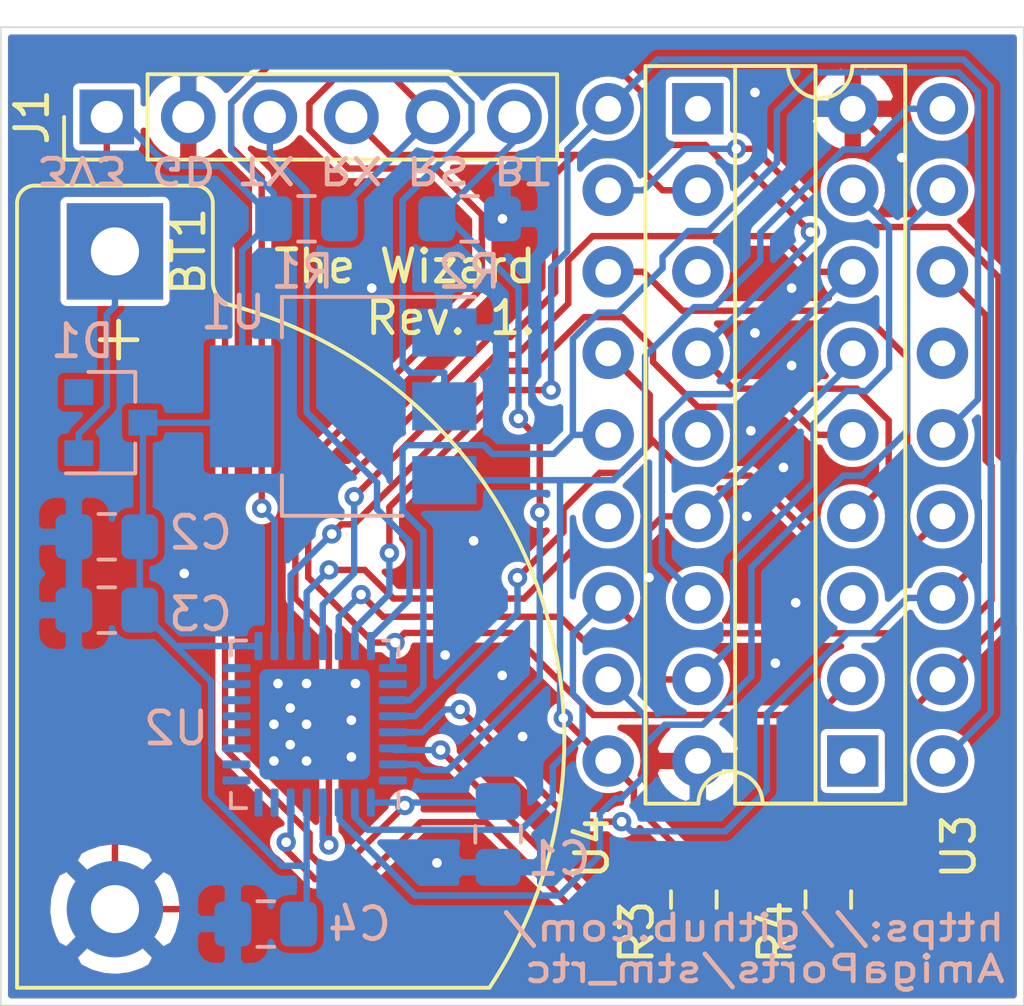
<source format=kicad_pcb>
(kicad_pcb (version 20171130) (host pcbnew "(5.1.2)-1")

  (general
    (thickness 1.6)
    (drawings 7)
    (tracks 516)
    (zones 0)
    (modules 15)
    (nets 41)
  )

  (page A4)
  (layers
    (0 F.Cu signal)
    (31 B.Cu signal)
    (32 B.Adhes user)
    (33 F.Adhes user)
    (34 B.Paste user)
    (35 F.Paste user)
    (36 B.SilkS user)
    (37 F.SilkS user)
    (38 B.Mask user)
    (39 F.Mask user)
    (40 Dwgs.User user)
    (41 Cmts.User user)
    (42 Eco1.User user)
    (43 Eco2.User user)
    (44 Edge.Cuts user)
    (45 Margin user)
    (46 B.CrtYd user)
    (47 F.CrtYd user)
    (48 B.Fab user hide)
    (49 F.Fab user hide)
  )

  (setup
    (last_trace_width 0.2)
    (user_trace_width 0.2)
    (trace_clearance 0.2)
    (zone_clearance 0.2)
    (zone_45_only no)
    (trace_min 0.2)
    (via_size 0.6)
    (via_drill 0.3)
    (via_min_size 0.4)
    (via_min_drill 0.3)
    (user_via 0.7 0.3)
    (uvia_size 0.3)
    (uvia_drill 0.1)
    (uvias_allowed no)
    (uvia_min_size 0.2)
    (uvia_min_drill 0.1)
    (edge_width 0.05)
    (segment_width 0.2)
    (pcb_text_width 0.3)
    (pcb_text_size 1.5 1.5)
    (mod_edge_width 0.12)
    (mod_text_size 1 1)
    (mod_text_width 0.15)
    (pad_size 1.524 1.524)
    (pad_drill 0.762)
    (pad_to_mask_clearance 0.051)
    (solder_mask_min_width 0.25)
    (aux_axis_origin 0 0)
    (visible_elements 7FFFFFFF)
    (pcbplotparams
      (layerselection 0x010fc_ffffffff)
      (usegerberextensions false)
      (usegerberattributes false)
      (usegerberadvancedattributes false)
      (creategerberjobfile false)
      (excludeedgelayer true)
      (linewidth 0.100000)
      (plotframeref false)
      (viasonmask false)
      (mode 1)
      (useauxorigin false)
      (hpglpennumber 1)
      (hpglpenspeed 20)
      (hpglpendiameter 15.000000)
      (psnegative false)
      (psa4output false)
      (plotreference true)
      (plotvalue true)
      (plotinvisibletext false)
      (padsonsilk false)
      (subtractmaskfromsilk false)
      (outputformat 1)
      (mirror false)
      (drillshape 1)
      (scaleselection 1)
      (outputdirectory ""))
  )

  (net 0 "")
  (net 1 GND)
  (net 2 "Net-(BT1-Pad1)")
  (net 3 +3V3)
  (net 4 "Net-(D1-Pad2)")
  (net 5 TX)
  (net 6 NCS)
  (net 7 NRES)
  (net 8 BOOT)
  (net 9 +5V)
  (net 10 "Net-(R3-Pad2)")
  (net 11 "Net-(U2-Pad7)")
  (net 12 "Net-(U2-Pad8)")
  (net 13 "Net-(U2-Pad9)")
  (net 14 "Net-(U2-Pad10)")
  (net 15 "Net-(U2-Pad11)")
  (net 16 "Net-(U2-Pad12)")
  (net 17 "Net-(U2-Pad13)")
  (net 18 "Net-(U2-Pad14)")
  (net 19 "Net-(U2-Pad15)")
  (net 20 "Net-(U2-Pad16)")
  (net 21 /A0)
  (net 22 /A1)
  (net 23 /A2)
  (net 24 /A3)
  (net 25 NRD)
  (net 26 NWR)
  (net 27 "Net-(U2-Pad26)")
  (net 28 /D0)
  (net 29 /D1)
  (net 30 /D2)
  (net 31 /D3)
  (net 32 "Net-(U2-Pad32)")
  (net 33 "Net-(U3-Pad1)")
  (net 34 "Net-(U3-Pad3)")
  (net 35 "Net-(U3-Pad15)")
  (net 36 "Net-(U4-Pad15)")
  (net 37 "Net-(U4-Pad3)")
  (net 38 "Net-(U4-Pad1)")
  (net 39 OSC_P)
  (net 40 OSC_N)

  (net_class Default "This is the default net class."
    (clearance 0.2)
    (trace_width 0.2)
    (via_dia 0.6)
    (via_drill 0.3)
    (uvia_dia 0.3)
    (uvia_drill 0.1)
    (add_net +3V3)
    (add_net +5V)
    (add_net /A0)
    (add_net /A1)
    (add_net /A2)
    (add_net /A3)
    (add_net /D0)
    (add_net /D1)
    (add_net /D2)
    (add_net /D3)
    (add_net BOOT)
    (add_net GND)
    (add_net NCS)
    (add_net NRD)
    (add_net NRES)
    (add_net NWR)
    (add_net "Net-(BT1-Pad1)")
    (add_net "Net-(D1-Pad2)")
    (add_net "Net-(R3-Pad2)")
    (add_net "Net-(U2-Pad10)")
    (add_net "Net-(U2-Pad11)")
    (add_net "Net-(U2-Pad12)")
    (add_net "Net-(U2-Pad13)")
    (add_net "Net-(U2-Pad14)")
    (add_net "Net-(U2-Pad15)")
    (add_net "Net-(U2-Pad16)")
    (add_net "Net-(U2-Pad26)")
    (add_net "Net-(U2-Pad32)")
    (add_net "Net-(U2-Pad7)")
    (add_net "Net-(U2-Pad8)")
    (add_net "Net-(U2-Pad9)")
    (add_net "Net-(U3-Pad1)")
    (add_net "Net-(U3-Pad15)")
    (add_net "Net-(U3-Pad3)")
    (add_net "Net-(U4-Pad1)")
    (add_net "Net-(U4-Pad15)")
    (add_net "Net-(U4-Pad3)")
    (add_net OSC_N)
    (add_net OSC_P)
    (add_net TX)
  )

  (module stm_rtc:BatteryHolder_Keystone_106_1x20mm (layer F.Cu) (tedit 5CD0A3E1) (tstamp 5CD142E9)
    (at 136.906 60.325 270)
    (descr http://www.keyelco.com/product-pdf.cfm?p=720)
    (tags "Keystone type 106 battery holder")
    (path /5CDB73A4)
    (fp_text reference BT1 (at 0 -2.286 90) (layer F.SilkS)
      (effects (font (size 1 1) (thickness 0.15)))
    )
    (fp_text value Battery_Cell (at 15 15 90) (layer F.Fab)
      (effects (font (size 1 1) (thickness 0.15)))
    )
    (fp_line (start 23.299351 3.3) (end 23.299351 -11.727089) (layer F.CrtYd) (width 0.05))
    (fp_line (start 22.939674 3.05) (end 22.939674 -11.665777) (layer F.SilkS) (width 0.12))
    (fp_line (start 22.669526 2.9) (end 22.669526 -11.662598) (layer F.Fab) (width 0.1))
    (fp_arc (start -1.5 -2.5) (end -1.9 -2.5) (angle 90) (layer F.Fab) (width 0.1))
    (fp_arc (start -1.5 2.5) (end -2.3 2.5) (angle -90) (layer F.CrtYd) (width 0.05))
    (fp_line (start 0 -1.3) (end 0 1.3) (layer F.Fab) (width 0.1))
    (fp_arc (start 16.2 0) (end 16.2 -1.3) (angle 180) (layer F.Fab) (width 0.1))
    (fp_arc (start 0.95 -3.8) (end 0.95 -3.3) (angle -70) (layer F.CrtYd) (width 0.05))
    (fp_line (start 16.2 -1.3) (end 0 -1.3) (layer F.Fab) (width 0.1))
    (fp_line (start 0 1.3) (end 16.2 1.3) (layer F.Fab) (width 0.1))
    (fp_line (start -1.9 -2.5) (end -1.9 2.5) (layer F.Fab) (width 0.1))
    (fp_line (start -1.5 3.3) (end 23.299351 3.3) (layer F.CrtYd) (width 0.05))
    (fp_line (start 0.95 -3.3) (end -1.5 -3.3) (layer F.CrtYd) (width 0.05))
    (fp_arc (start 15.2 0) (end 5.18 -1.3) (angle 130) (layer F.Fab) (width 0.1))
    (fp_arc (start 15.2 0) (end 9 -1.3) (angle 195) (layer F.Fab) (width 0.1))
    (fp_arc (start 15.2 0) (end 13.3 -1.3) (angle 150) (layer F.Fab) (width 0.1))
    (fp_arc (start 15.2 0) (end 13.3 1.3) (angle -150) (layer F.Fab) (width 0.1))
    (fp_arc (start 15.2 0) (end 1.41 -3.6) (angle 110) (layer F.CrtYd) (width 0.05))
    (fp_line (start -2.3 -2.5) (end -2.3 2.5) (layer F.CrtYd) (width 0.05))
    (fp_arc (start -1.5 -2.5) (end -2.3 -2.5) (angle 90) (layer F.CrtYd) (width 0.05))
    (fp_arc (start -1.5 2.5) (end -1.9 2.5) (angle -90) (layer F.Fab) (width 0.1))
    (fp_line (start -1.5 2.9) (end 22.669526 2.9) (layer F.Fab) (width 0.1))
    (fp_line (start 0.95 -2.9) (end -1.5 -2.9) (layer F.Fab) (width 0.1))
    (fp_line (start -2.05 -2.5) (end -2.05 2.5) (layer F.SilkS) (width 0.12))
    (fp_arc (start -1.5 2.5) (end -2.05 2.5) (angle -90) (layer F.SilkS) (width 0.12))
    (fp_arc (start -1.5 -2.5) (end -2.05 -2.5) (angle 90) (layer F.SilkS) (width 0.12))
    (fp_line (start -1.5 3.05) (end 22.939674 3.05) (layer F.SilkS) (width 0.12))
    (fp_line (start 0.95 -3.05) (end -1.5 -3.05) (layer F.SilkS) (width 0.12))
    (fp_arc (start 0.95 -3.8) (end 0.95 -2.9) (angle -70) (layer F.Fab) (width 0.1))
    (fp_arc (start 0.95 -3.8) (end 0.95 -3.05) (angle -70) (layer F.SilkS) (width 0.12))
    (fp_arc (start 15.2 0) (end 1.8 -3.5) (angle 108) (layer F.Fab) (width 0.1))
    (fp_arc (start 15.2 0) (end 1.65 -3.52) (angle 109) (layer F.SilkS) (width 0.12))
    (fp_text user %R (at 0 0 90) (layer F.Fab)
      (effects (font (size 1 1) (thickness 0.15)))
    )
    (fp_text user + (at 2.75 0 90) (layer F.SilkS)
      (effects (font (size 1.5 1.5) (thickness 0.15)))
    )
    (pad 1 thru_hole rect (at 0 0 270) (size 3 3) (drill 1.5) (layers *.Cu *.Mask)
      (net 2 "Net-(BT1-Pad1)"))
    (pad 2 thru_hole circle (at 20.49 0 270) (size 3 3) (drill 1.5) (layers *.Cu *.Mask)
      (net 1 GND))
    (model ${KISYS3DMOD}/Battery.3dshapes/BatteryHolder_Keystone_106_1x20mm.wrl
      (at (xyz 0 0 0))
      (scale (xyz 1 1 1))
      (rotate (xyz 0 0 0))
    )
  )

  (module Capacitor_SMD:C_0805_2012Metric_Pad1.15x1.40mm_HandSolder (layer B.Cu) (tedit 5B36C52B) (tstamp 5CCFDCC1)
    (at 148.844 78.486 270)
    (descr "Capacitor SMD 0805 (2012 Metric), square (rectangular) end terminal, IPC_7351 nominal with elongated pad for handsoldering. (Body size source: https://docs.google.com/spreadsheets/d/1BsfQQcO9C6DZCsRaXUlFlo91Tg2WpOkGARC1WS5S8t0/edit?usp=sharing), generated with kicad-footprint-generator")
    (tags "capacitor handsolder")
    (path /5CCDF8E3)
    (attr smd)
    (fp_text reference C1 (at 0.762 -1.905) (layer B.SilkS)
      (effects (font (size 1 1) (thickness 0.15)) (justify mirror))
    )
    (fp_text value 100nF (at 0 -1.65 270) (layer B.Fab)
      (effects (font (size 1 1) (thickness 0.15)) (justify mirror))
    )
    (fp_line (start -1 -0.6) (end -1 0.6) (layer B.Fab) (width 0.1))
    (fp_line (start -1 0.6) (end 1 0.6) (layer B.Fab) (width 0.1))
    (fp_line (start 1 0.6) (end 1 -0.6) (layer B.Fab) (width 0.1))
    (fp_line (start 1 -0.6) (end -1 -0.6) (layer B.Fab) (width 0.1))
    (fp_line (start -0.261252 0.71) (end 0.261252 0.71) (layer B.SilkS) (width 0.12))
    (fp_line (start -0.261252 -0.71) (end 0.261252 -0.71) (layer B.SilkS) (width 0.12))
    (fp_line (start -1.85 -0.95) (end -1.85 0.95) (layer B.CrtYd) (width 0.05))
    (fp_line (start -1.85 0.95) (end 1.85 0.95) (layer B.CrtYd) (width 0.05))
    (fp_line (start 1.85 0.95) (end 1.85 -0.95) (layer B.CrtYd) (width 0.05))
    (fp_line (start 1.85 -0.95) (end -1.85 -0.95) (layer B.CrtYd) (width 0.05))
    (fp_text user %R (at 0 0 270) (layer B.Fab)
      (effects (font (size 0.5 0.5) (thickness 0.08)) (justify mirror))
    )
    (pad 1 smd roundrect (at -1.025 0 270) (size 1.15 1.4) (layers B.Cu B.Paste B.Mask) (roundrect_rratio 0.217391)
      (net 3 +3V3))
    (pad 2 smd roundrect (at 1.025 0 270) (size 1.15 1.4) (layers B.Cu B.Paste B.Mask) (roundrect_rratio 0.217391)
      (net 1 GND))
    (model ${KISYS3DMOD}/Capacitor_SMD.3dshapes/C_0805_2012Metric.wrl
      (at (xyz 0 0 0))
      (scale (xyz 1 1 1))
      (rotate (xyz 0 0 0))
    )
  )

  (module Capacitor_SMD:C_0805_2012Metric_Pad1.15x1.40mm_HandSolder (layer B.Cu) (tedit 5B36C52B) (tstamp 5CCFCB71)
    (at 136.652 69.215 180)
    (descr "Capacitor SMD 0805 (2012 Metric), square (rectangular) end terminal, IPC_7351 nominal with elongated pad for handsoldering. (Body size source: https://docs.google.com/spreadsheets/d/1BsfQQcO9C6DZCsRaXUlFlo91Tg2WpOkGARC1WS5S8t0/edit?usp=sharing), generated with kicad-footprint-generator")
    (tags "capacitor handsolder")
    (path /5CCE1104)
    (attr smd)
    (fp_text reference C2 (at -2.921 0.127) (layer B.SilkS)
      (effects (font (size 1 1) (thickness 0.15)) (justify mirror))
    )
    (fp_text value 4.7uF (at 0 -1.65) (layer B.Fab)
      (effects (font (size 1 1) (thickness 0.15)) (justify mirror))
    )
    (fp_text user %R (at 0 0) (layer B.Fab)
      (effects (font (size 0.5 0.5) (thickness 0.08)) (justify mirror))
    )
    (fp_line (start 1.85 -0.95) (end -1.85 -0.95) (layer B.CrtYd) (width 0.05))
    (fp_line (start 1.85 0.95) (end 1.85 -0.95) (layer B.CrtYd) (width 0.05))
    (fp_line (start -1.85 0.95) (end 1.85 0.95) (layer B.CrtYd) (width 0.05))
    (fp_line (start -1.85 -0.95) (end -1.85 0.95) (layer B.CrtYd) (width 0.05))
    (fp_line (start -0.261252 -0.71) (end 0.261252 -0.71) (layer B.SilkS) (width 0.12))
    (fp_line (start -0.261252 0.71) (end 0.261252 0.71) (layer B.SilkS) (width 0.12))
    (fp_line (start 1 -0.6) (end -1 -0.6) (layer B.Fab) (width 0.1))
    (fp_line (start 1 0.6) (end 1 -0.6) (layer B.Fab) (width 0.1))
    (fp_line (start -1 0.6) (end 1 0.6) (layer B.Fab) (width 0.1))
    (fp_line (start -1 -0.6) (end -1 0.6) (layer B.Fab) (width 0.1))
    (pad 2 smd roundrect (at 1.025 0 180) (size 1.15 1.4) (layers B.Cu B.Paste B.Mask) (roundrect_rratio 0.217391)
      (net 1 GND))
    (pad 1 smd roundrect (at -1.025 0 180) (size 1.15 1.4) (layers B.Cu B.Paste B.Mask) (roundrect_rratio 0.217391)
      (net 3 +3V3))
    (model ${KISYS3DMOD}/Capacitor_SMD.3dshapes/C_0805_2012Metric.wrl
      (at (xyz 0 0 0))
      (scale (xyz 1 1 1))
      (rotate (xyz 0 0 0))
    )
  )

  (module Capacitor_SMD:C_0805_2012Metric_Pad1.15x1.40mm_HandSolder (layer B.Cu) (tedit 5B36C52B) (tstamp 5CD0A2CE)
    (at 136.652 71.501 180)
    (descr "Capacitor SMD 0805 (2012 Metric), square (rectangular) end terminal, IPC_7351 nominal with elongated pad for handsoldering. (Body size source: https://docs.google.com/spreadsheets/d/1BsfQQcO9C6DZCsRaXUlFlo91Tg2WpOkGARC1WS5S8t0/edit?usp=sharing), generated with kicad-footprint-generator")
    (tags "capacitor handsolder")
    (path /5CCE071B)
    (attr smd)
    (fp_text reference C3 (at -2.921 -0.127 180) (layer B.SilkS)
      (effects (font (size 1 1) (thickness 0.15)) (justify mirror))
    )
    (fp_text value 100nF (at 0 -1.65 180) (layer B.Fab)
      (effects (font (size 1 1) (thickness 0.15)) (justify mirror))
    )
    (fp_text user %R (at 0 0 180) (layer B.Fab)
      (effects (font (size 0.5 0.5) (thickness 0.08)) (justify mirror))
    )
    (fp_line (start 1.85 -0.95) (end -1.85 -0.95) (layer B.CrtYd) (width 0.05))
    (fp_line (start 1.85 0.95) (end 1.85 -0.95) (layer B.CrtYd) (width 0.05))
    (fp_line (start -1.85 0.95) (end 1.85 0.95) (layer B.CrtYd) (width 0.05))
    (fp_line (start -1.85 -0.95) (end -1.85 0.95) (layer B.CrtYd) (width 0.05))
    (fp_line (start -0.261252 -0.71) (end 0.261252 -0.71) (layer B.SilkS) (width 0.12))
    (fp_line (start -0.261252 0.71) (end 0.261252 0.71) (layer B.SilkS) (width 0.12))
    (fp_line (start 1 -0.6) (end -1 -0.6) (layer B.Fab) (width 0.1))
    (fp_line (start 1 0.6) (end 1 -0.6) (layer B.Fab) (width 0.1))
    (fp_line (start -1 0.6) (end 1 0.6) (layer B.Fab) (width 0.1))
    (fp_line (start -1 -0.6) (end -1 0.6) (layer B.Fab) (width 0.1))
    (pad 2 smd roundrect (at 1.025 0 180) (size 1.15 1.4) (layers B.Cu B.Paste B.Mask) (roundrect_rratio 0.217391)
      (net 1 GND))
    (pad 1 smd roundrect (at -1.025 0 180) (size 1.15 1.4) (layers B.Cu B.Paste B.Mask) (roundrect_rratio 0.217391)
      (net 3 +3V3))
    (model ${KISYS3DMOD}/Capacitor_SMD.3dshapes/C_0805_2012Metric.wrl
      (at (xyz 0 0 0))
      (scale (xyz 1 1 1))
      (rotate (xyz 0 0 0))
    )
  )

  (module Capacitor_SMD:C_0805_2012Metric_Pad1.15x1.40mm_HandSolder (layer B.Cu) (tedit 5B36C52B) (tstamp 5CD0B3C9)
    (at 141.605 81.28 180)
    (descr "Capacitor SMD 0805 (2012 Metric), square (rectangular) end terminal, IPC_7351 nominal with elongated pad for handsoldering. (Body size source: https://docs.google.com/spreadsheets/d/1BsfQQcO9C6DZCsRaXUlFlo91Tg2WpOkGARC1WS5S8t0/edit?usp=sharing), generated with kicad-footprint-generator")
    (tags "capacitor handsolder")
    (path /5CCE0BAC)
    (attr smd)
    (fp_text reference C4 (at -2.921 0 180) (layer B.SilkS)
      (effects (font (size 1 1) (thickness 0.15)) (justify mirror))
    )
    (fp_text value 100nF (at 0 -1.65 180) (layer B.Fab)
      (effects (font (size 1 1) (thickness 0.15)) (justify mirror))
    )
    (fp_line (start -1 -0.6) (end -1 0.6) (layer B.Fab) (width 0.1))
    (fp_line (start -1 0.6) (end 1 0.6) (layer B.Fab) (width 0.1))
    (fp_line (start 1 0.6) (end 1 -0.6) (layer B.Fab) (width 0.1))
    (fp_line (start 1 -0.6) (end -1 -0.6) (layer B.Fab) (width 0.1))
    (fp_line (start -0.261252 0.71) (end 0.261252 0.71) (layer B.SilkS) (width 0.12))
    (fp_line (start -0.261252 -0.71) (end 0.261252 -0.71) (layer B.SilkS) (width 0.12))
    (fp_line (start -1.85 -0.95) (end -1.85 0.95) (layer B.CrtYd) (width 0.05))
    (fp_line (start -1.85 0.95) (end 1.85 0.95) (layer B.CrtYd) (width 0.05))
    (fp_line (start 1.85 0.95) (end 1.85 -0.95) (layer B.CrtYd) (width 0.05))
    (fp_line (start 1.85 -0.95) (end -1.85 -0.95) (layer B.CrtYd) (width 0.05))
    (fp_text user %R (at 0 0 180) (layer B.Fab)
      (effects (font (size 0.5 0.5) (thickness 0.08)) (justify mirror))
    )
    (pad 1 smd roundrect (at -1.025 0 180) (size 1.15 1.4) (layers B.Cu B.Paste B.Mask) (roundrect_rratio 0.217391)
      (net 3 +3V3))
    (pad 2 smd roundrect (at 1.025 0 180) (size 1.15 1.4) (layers B.Cu B.Paste B.Mask) (roundrect_rratio 0.217391)
      (net 1 GND))
    (model ${KISYS3DMOD}/Capacitor_SMD.3dshapes/C_0805_2012Metric.wrl
      (at (xyz 0 0 0))
      (scale (xyz 1 1 1))
      (rotate (xyz 0 0 0))
    )
  )

  (module Package_TO_SOT_SMD:SOT-23 (layer B.Cu) (tedit 5A02FF57) (tstamp 5CD0B779)
    (at 136.779 65.659)
    (descr "SOT-23, Standard")
    (tags SOT-23)
    (path /5CDA5E7D)
    (attr smd)
    (fp_text reference D1 (at -0.889 -2.54 180) (layer B.SilkS)
      (effects (font (size 1 1) (thickness 0.15)) (justify mirror))
    )
    (fp_text value BAR42FILM (at 0 -2.5 180) (layer B.Fab)
      (effects (font (size 1 1) (thickness 0.15)) (justify mirror))
    )
    (fp_text user %R (at 0 0 90) (layer B.Fab)
      (effects (font (size 0.5 0.5) (thickness 0.075)) (justify mirror))
    )
    (fp_line (start -0.7 0.95) (end -0.7 -1.5) (layer B.Fab) (width 0.1))
    (fp_line (start -0.15 1.52) (end 0.7 1.52) (layer B.Fab) (width 0.1))
    (fp_line (start -0.7 0.95) (end -0.15 1.52) (layer B.Fab) (width 0.1))
    (fp_line (start 0.7 1.52) (end 0.7 -1.52) (layer B.Fab) (width 0.1))
    (fp_line (start -0.7 -1.52) (end 0.7 -1.52) (layer B.Fab) (width 0.1))
    (fp_line (start 0.76 -1.58) (end 0.76 -0.65) (layer B.SilkS) (width 0.12))
    (fp_line (start 0.76 1.58) (end 0.76 0.65) (layer B.SilkS) (width 0.12))
    (fp_line (start -1.7 1.75) (end 1.7 1.75) (layer B.CrtYd) (width 0.05))
    (fp_line (start 1.7 1.75) (end 1.7 -1.75) (layer B.CrtYd) (width 0.05))
    (fp_line (start 1.7 -1.75) (end -1.7 -1.75) (layer B.CrtYd) (width 0.05))
    (fp_line (start -1.7 -1.75) (end -1.7 1.75) (layer B.CrtYd) (width 0.05))
    (fp_line (start 0.76 1.58) (end -1.4 1.58) (layer B.SilkS) (width 0.12))
    (fp_line (start 0.76 -1.58) (end -0.7 -1.58) (layer B.SilkS) (width 0.12))
    (pad 1 smd rect (at -1 0.95) (size 0.9 0.8) (layers B.Cu B.Paste B.Mask)
      (net 2 "Net-(BT1-Pad1)"))
    (pad 2 smd rect (at -1 -0.95) (size 0.9 0.8) (layers B.Cu B.Paste B.Mask)
      (net 4 "Net-(D1-Pad2)"))
    (pad 3 smd rect (at 1 0) (size 0.9 0.8) (layers B.Cu B.Paste B.Mask)
      (net 3 +3V3))
    (model ${KISYS3DMOD}/Package_TO_SOT_SMD.3dshapes/SOT-23.wrl
      (at (xyz 0 0 0))
      (scale (xyz 1 1 1))
      (rotate (xyz 0 0 0))
    )
  )

  (module Connector_PinHeader_2.54mm:PinHeader_1x06_P2.54mm_Vertical (layer F.Cu) (tedit 59FED5CC) (tstamp 5CD12A2D)
    (at 136.652 56.134 90)
    (descr "Through hole straight pin header, 1x06, 2.54mm pitch, single row")
    (tags "Through hole pin header THT 1x06 2.54mm single row")
    (path /5CCF6EC1)
    (fp_text reference J1 (at 0 -2.33 90) (layer F.SilkS)
      (effects (font (size 1 1) (thickness 0.15)))
    )
    (fp_text value program_connector (at 0 15.03 90) (layer F.Fab)
      (effects (font (size 1 1) (thickness 0.15)))
    )
    (fp_line (start -0.635 -1.27) (end 1.27 -1.27) (layer F.Fab) (width 0.1))
    (fp_line (start 1.27 -1.27) (end 1.27 13.97) (layer F.Fab) (width 0.1))
    (fp_line (start 1.27 13.97) (end -1.27 13.97) (layer F.Fab) (width 0.1))
    (fp_line (start -1.27 13.97) (end -1.27 -0.635) (layer F.Fab) (width 0.1))
    (fp_line (start -1.27 -0.635) (end -0.635 -1.27) (layer F.Fab) (width 0.1))
    (fp_line (start -1.33 14.03) (end 1.33 14.03) (layer F.SilkS) (width 0.12))
    (fp_line (start -1.33 1.27) (end -1.33 14.03) (layer F.SilkS) (width 0.12))
    (fp_line (start 1.33 1.27) (end 1.33 14.03) (layer F.SilkS) (width 0.12))
    (fp_line (start -1.33 1.27) (end 1.33 1.27) (layer F.SilkS) (width 0.12))
    (fp_line (start -1.33 0) (end -1.33 -1.33) (layer F.SilkS) (width 0.12))
    (fp_line (start -1.33 -1.33) (end 0 -1.33) (layer F.SilkS) (width 0.12))
    (fp_line (start -1.8 -1.8) (end -1.8 14.5) (layer F.CrtYd) (width 0.05))
    (fp_line (start -1.8 14.5) (end 1.8 14.5) (layer F.CrtYd) (width 0.05))
    (fp_line (start 1.8 14.5) (end 1.8 -1.8) (layer F.CrtYd) (width 0.05))
    (fp_line (start 1.8 -1.8) (end -1.8 -1.8) (layer F.CrtYd) (width 0.05))
    (fp_text user %R (at 0 6.35) (layer F.Fab)
      (effects (font (size 1 1) (thickness 0.15)))
    )
    (pad 1 thru_hole rect (at 0 0 90) (size 1.7 1.7) (drill 1) (layers *.Cu *.Mask)
      (net 3 +3V3))
    (pad 2 thru_hole oval (at 0 2.54 90) (size 1.7 1.7) (drill 1) (layers *.Cu *.Mask)
      (net 1 GND))
    (pad 3 thru_hole oval (at 0 5.08 90) (size 1.7 1.7) (drill 1) (layers *.Cu *.Mask)
      (net 5 TX))
    (pad 4 thru_hole oval (at 0 7.62 90) (size 1.7 1.7) (drill 1) (layers *.Cu *.Mask)
      (net 6 NCS))
    (pad 5 thru_hole oval (at 0 10.16 90) (size 1.7 1.7) (drill 1) (layers *.Cu *.Mask)
      (net 7 NRES))
    (pad 6 thru_hole oval (at 0 12.7 90) (size 1.7 1.7) (drill 1) (layers *.Cu *.Mask)
      (net 8 BOOT))
    (model ${KISYS3DMOD}/Connector_PinHeader_2.54mm.3dshapes/PinHeader_1x06_P2.54mm_Horizontal.wrl
      (at (xyz 0 0 0))
      (scale (xyz 1 1 1))
      (rotate (xyz 0 0 0))
    )
  )

  (module Resistor_SMD:R_0805_2012Metric_Pad1.15x1.40mm_HandSolder (layer B.Cu) (tedit 5B36C52B) (tstamp 5CD137C3)
    (at 142.875 59.309)
    (descr "Resistor SMD 0805 (2012 Metric), square (rectangular) end terminal, IPC_7351 nominal with elongated pad for handsoldering. (Body size source: https://docs.google.com/spreadsheets/d/1BsfQQcO9C6DZCsRaXUlFlo91Tg2WpOkGARC1WS5S8t0/edit?usp=sharing), generated with kicad-footprint-generator")
    (tags "resistor handsolder")
    (path /5CD65583)
    (attr smd)
    (fp_text reference R1 (at -0.127 1.651) (layer B.SilkS)
      (effects (font (size 1 1) (thickness 0.15)) (justify mirror))
    )
    (fp_text value 10k (at 0 -1.65) (layer B.Fab)
      (effects (font (size 1 1) (thickness 0.15)) (justify mirror))
    )
    (fp_line (start -1 -0.6) (end -1 0.6) (layer B.Fab) (width 0.1))
    (fp_line (start -1 0.6) (end 1 0.6) (layer B.Fab) (width 0.1))
    (fp_line (start 1 0.6) (end 1 -0.6) (layer B.Fab) (width 0.1))
    (fp_line (start 1 -0.6) (end -1 -0.6) (layer B.Fab) (width 0.1))
    (fp_line (start -0.261252 0.71) (end 0.261252 0.71) (layer B.SilkS) (width 0.12))
    (fp_line (start -0.261252 -0.71) (end 0.261252 -0.71) (layer B.SilkS) (width 0.12))
    (fp_line (start -1.85 -0.95) (end -1.85 0.95) (layer B.CrtYd) (width 0.05))
    (fp_line (start -1.85 0.95) (end 1.85 0.95) (layer B.CrtYd) (width 0.05))
    (fp_line (start 1.85 0.95) (end 1.85 -0.95) (layer B.CrtYd) (width 0.05))
    (fp_line (start 1.85 -0.95) (end -1.85 -0.95) (layer B.CrtYd) (width 0.05))
    (fp_text user %R (at 0 0) (layer B.Fab)
      (effects (font (size 0.5 0.5) (thickness 0.08)) (justify mirror))
    )
    (pad 1 smd roundrect (at -1.025 0) (size 1.15 1.4) (layers B.Cu B.Paste B.Mask) (roundrect_rratio 0.217391)
      (net 3 +3V3))
    (pad 2 smd roundrect (at 1.025 0) (size 1.15 1.4) (layers B.Cu B.Paste B.Mask) (roundrect_rratio 0.217391)
      (net 7 NRES))
    (model ${KISYS3DMOD}/Resistor_SMD.3dshapes/R_0805_2012Metric.wrl
      (at (xyz 0 0 0))
      (scale (xyz 1 1 1))
      (rotate (xyz 0 0 0))
    )
  )

  (module Resistor_SMD:R_0805_2012Metric_Pad1.15x1.40mm_HandSolder (layer B.Cu) (tedit 5B36C52B) (tstamp 5CD07C7B)
    (at 147.955 59.309)
    (descr "Resistor SMD 0805 (2012 Metric), square (rectangular) end terminal, IPC_7351 nominal with elongated pad for handsoldering. (Body size source: https://docs.google.com/spreadsheets/d/1BsfQQcO9C6DZCsRaXUlFlo91Tg2WpOkGARC1WS5S8t0/edit?usp=sharing), generated with kicad-footprint-generator")
    (tags "resistor handsolder")
    (path /5CD73AEA)
    (attr smd)
    (fp_text reference R2 (at 0 1.651) (layer B.SilkS)
      (effects (font (size 1 1) (thickness 0.15)) (justify mirror))
    )
    (fp_text value 10k (at 0 -1.65) (layer B.Fab)
      (effects (font (size 1 1) (thickness 0.15)) (justify mirror))
    )
    (fp_text user %R (at 0 0) (layer B.Fab)
      (effects (font (size 0.5 0.5) (thickness 0.08)) (justify mirror))
    )
    (fp_line (start 1.85 -0.95) (end -1.85 -0.95) (layer B.CrtYd) (width 0.05))
    (fp_line (start 1.85 0.95) (end 1.85 -0.95) (layer B.CrtYd) (width 0.05))
    (fp_line (start -1.85 0.95) (end 1.85 0.95) (layer B.CrtYd) (width 0.05))
    (fp_line (start -1.85 -0.95) (end -1.85 0.95) (layer B.CrtYd) (width 0.05))
    (fp_line (start -0.261252 -0.71) (end 0.261252 -0.71) (layer B.SilkS) (width 0.12))
    (fp_line (start -0.261252 0.71) (end 0.261252 0.71) (layer B.SilkS) (width 0.12))
    (fp_line (start 1 -0.6) (end -1 -0.6) (layer B.Fab) (width 0.1))
    (fp_line (start 1 0.6) (end 1 -0.6) (layer B.Fab) (width 0.1))
    (fp_line (start -1 0.6) (end 1 0.6) (layer B.Fab) (width 0.1))
    (fp_line (start -1 -0.6) (end -1 0.6) (layer B.Fab) (width 0.1))
    (pad 2 smd roundrect (at 1.025 0) (size 1.15 1.4) (layers B.Cu B.Paste B.Mask) (roundrect_rratio 0.217391)
      (net 1 GND))
    (pad 1 smd roundrect (at -1.025 0) (size 1.15 1.4) (layers B.Cu B.Paste B.Mask) (roundrect_rratio 0.217391)
      (net 8 BOOT))
    (model ${KISYS3DMOD}/Resistor_SMD.3dshapes/R_0805_2012Metric.wrl
      (at (xyz 0 0 0))
      (scale (xyz 1 1 1))
      (rotate (xyz 0 0 0))
    )
  )

  (module Resistor_SMD:R_0805_2012Metric_Pad1.15x1.40mm_HandSolder (layer F.Cu) (tedit 5B36C52B) (tstamp 5CD0AD45)
    (at 154.94 80.518 270)
    (descr "Resistor SMD 0805 (2012 Metric), square (rectangular) end terminal, IPC_7351 nominal with elongated pad for handsoldering. (Body size source: https://docs.google.com/spreadsheets/d/1BsfQQcO9C6DZCsRaXUlFlo91Tg2WpOkGARC1WS5S8t0/edit?usp=sharing), generated with kicad-footprint-generator")
    (tags "resistor handsolder")
    (path /5CD5BF2C)
    (attr smd)
    (fp_text reference R3 (at 1.016 1.778 270) (layer F.SilkS)
      (effects (font (size 1 1) (thickness 0.15)))
    )
    (fp_text value 10k (at 0 1.65 270) (layer F.Fab)
      (effects (font (size 1 1) (thickness 0.15)))
    )
    (fp_line (start -1 0.6) (end -1 -0.6) (layer F.Fab) (width 0.1))
    (fp_line (start -1 -0.6) (end 1 -0.6) (layer F.Fab) (width 0.1))
    (fp_line (start 1 -0.6) (end 1 0.6) (layer F.Fab) (width 0.1))
    (fp_line (start 1 0.6) (end -1 0.6) (layer F.Fab) (width 0.1))
    (fp_line (start -0.261252 -0.71) (end 0.261252 -0.71) (layer F.SilkS) (width 0.12))
    (fp_line (start -0.261252 0.71) (end 0.261252 0.71) (layer F.SilkS) (width 0.12))
    (fp_line (start -1.85 0.95) (end -1.85 -0.95) (layer F.CrtYd) (width 0.05))
    (fp_line (start -1.85 -0.95) (end 1.85 -0.95) (layer F.CrtYd) (width 0.05))
    (fp_line (start 1.85 -0.95) (end 1.85 0.95) (layer F.CrtYd) (width 0.05))
    (fp_line (start 1.85 0.95) (end -1.85 0.95) (layer F.CrtYd) (width 0.05))
    (fp_text user %R (at 0 0 270) (layer F.Fab)
      (effects (font (size 0.5 0.5) (thickness 0.08)))
    )
    (pad 1 smd roundrect (at -1.025 0 270) (size 1.15 1.4) (layers F.Cu F.Paste F.Mask) (roundrect_rratio 0.217391)
      (net 9 +5V))
    (pad 2 smd roundrect (at 1.025 0 270) (size 1.15 1.4) (layers F.Cu F.Paste F.Mask) (roundrect_rratio 0.217391)
      (net 10 "Net-(R3-Pad2)"))
    (model ${KISYS3DMOD}/Resistor_SMD.3dshapes/R_0805_2012Metric.wrl
      (at (xyz 0 0 0))
      (scale (xyz 1 1 1))
      (rotate (xyz 0 0 0))
    )
  )

  (module Resistor_SMD:R_0805_2012Metric_Pad1.15x1.40mm_HandSolder (layer F.Cu) (tedit 5B36C52B) (tstamp 5CCFCC06)
    (at 159.131 80.518 90)
    (descr "Resistor SMD 0805 (2012 Metric), square (rectangular) end terminal, IPC_7351 nominal with elongated pad for handsoldering. (Body size source: https://docs.google.com/spreadsheets/d/1BsfQQcO9C6DZCsRaXUlFlo91Tg2WpOkGARC1WS5S8t0/edit?usp=sharing), generated with kicad-footprint-generator")
    (tags "resistor handsolder")
    (path /5CD5C3CC)
    (attr smd)
    (fp_text reference R4 (at -1.016 -1.651 90) (layer F.SilkS)
      (effects (font (size 1 1) (thickness 0.15)))
    )
    (fp_text value 10k (at 0 1.65 -90) (layer F.Fab)
      (effects (font (size 1 1) (thickness 0.15)))
    )
    (fp_text user %R (at 0 0 -90) (layer F.Fab)
      (effects (font (size 0.5 0.5) (thickness 0.08)))
    )
    (fp_line (start 1.85 0.95) (end -1.85 0.95) (layer F.CrtYd) (width 0.05))
    (fp_line (start 1.85 -0.95) (end 1.85 0.95) (layer F.CrtYd) (width 0.05))
    (fp_line (start -1.85 -0.95) (end 1.85 -0.95) (layer F.CrtYd) (width 0.05))
    (fp_line (start -1.85 0.95) (end -1.85 -0.95) (layer F.CrtYd) (width 0.05))
    (fp_line (start -0.261252 0.71) (end 0.261252 0.71) (layer F.SilkS) (width 0.12))
    (fp_line (start -0.261252 -0.71) (end 0.261252 -0.71) (layer F.SilkS) (width 0.12))
    (fp_line (start 1 0.6) (end -1 0.6) (layer F.Fab) (width 0.1))
    (fp_line (start 1 -0.6) (end 1 0.6) (layer F.Fab) (width 0.1))
    (fp_line (start -1 -0.6) (end 1 -0.6) (layer F.Fab) (width 0.1))
    (fp_line (start -1 0.6) (end -1 -0.6) (layer F.Fab) (width 0.1))
    (pad 2 smd roundrect (at 1.025 0 90) (size 1.15 1.4) (layers F.Cu F.Paste F.Mask) (roundrect_rratio 0.217391)
      (net 1 GND))
    (pad 1 smd roundrect (at -1.025 0 90) (size 1.15 1.4) (layers F.Cu F.Paste F.Mask) (roundrect_rratio 0.217391)
      (net 10 "Net-(R3-Pad2)"))
    (model ${KISYS3DMOD}/Resistor_SMD.3dshapes/R_0805_2012Metric.wrl
      (at (xyz 0 0 0))
      (scale (xyz 1 1 1))
      (rotate (xyz 0 0 0))
    )
  )

  (module Package_TO_SOT_SMD:SOT-223-3_TabPin2 (layer B.Cu) (tedit 5A02FF57) (tstamp 5CD0C89C)
    (at 144.018 65.151 180)
    (descr "module CMS SOT223 4 pins")
    (tags "CMS SOT")
    (path /5CCE33CF)
    (attr smd)
    (fp_text reference U1 (at 3.429 2.921 180) (layer B.SilkS)
      (effects (font (size 1 1) (thickness 0.15)) (justify mirror))
    )
    (fp_text value AMS1117-3.3 (at 0 -4.5) (layer B.Fab)
      (effects (font (size 1 1) (thickness 0.15)) (justify mirror))
    )
    (fp_text user %R (at 0 0 270) (layer B.Fab)
      (effects (font (size 0.8 0.8) (thickness 0.12)) (justify mirror))
    )
    (fp_line (start 1.91 -3.41) (end 1.91 -2.15) (layer B.SilkS) (width 0.12))
    (fp_line (start 1.91 3.41) (end 1.91 2.15) (layer B.SilkS) (width 0.12))
    (fp_line (start 4.4 3.6) (end -4.4 3.6) (layer B.CrtYd) (width 0.05))
    (fp_line (start 4.4 -3.6) (end 4.4 3.6) (layer B.CrtYd) (width 0.05))
    (fp_line (start -4.4 -3.6) (end 4.4 -3.6) (layer B.CrtYd) (width 0.05))
    (fp_line (start -4.4 3.6) (end -4.4 -3.6) (layer B.CrtYd) (width 0.05))
    (fp_line (start -1.85 2.35) (end -0.85 3.35) (layer B.Fab) (width 0.1))
    (fp_line (start -1.85 2.35) (end -1.85 -3.35) (layer B.Fab) (width 0.1))
    (fp_line (start -1.85 -3.41) (end 1.91 -3.41) (layer B.SilkS) (width 0.12))
    (fp_line (start -0.85 3.35) (end 1.85 3.35) (layer B.Fab) (width 0.1))
    (fp_line (start -4.1 3.41) (end 1.91 3.41) (layer B.SilkS) (width 0.12))
    (fp_line (start -1.85 -3.35) (end 1.85 -3.35) (layer B.Fab) (width 0.1))
    (fp_line (start 1.85 3.35) (end 1.85 -3.35) (layer B.Fab) (width 0.1))
    (pad 2 smd rect (at 3.15 0 180) (size 2 3.8) (layers B.Cu B.Paste B.Mask)
      (net 3 +3V3))
    (pad 2 smd rect (at -3.15 0 180) (size 2 1.5) (layers B.Cu B.Paste B.Mask)
      (net 3 +3V3))
    (pad 3 smd rect (at -3.15 -2.3 180) (size 2 1.5) (layers B.Cu B.Paste B.Mask)
      (net 9 +5V))
    (pad 1 smd rect (at -3.15 2.3 180) (size 2 1.5) (layers B.Cu B.Paste B.Mask)
      (net 1 GND))
    (model ${KISYS3DMOD}/Package_TO_SOT_SMD.3dshapes/SOT-223.wrl
      (at (xyz 0 0 0))
      (scale (xyz 1 1 1))
      (rotate (xyz 0 0 0))
    )
  )

  (module Package_DFN_QFN:QFN-32-1EP_5x5mm_P0.5mm_EP3.45x3.45mm (layer B.Cu) (tedit 5B4E85CE) (tstamp 5CD0A35C)
    (at 143.129 75.057 90)
    (descr "QFN, 32 Pin (http://www.analog.com/media/en/package-pcb-resources/package/pkg_pdf/ltc-legacy-qfn/QFN_32_05-08-1693.pdf), generated with kicad-footprint-generator ipc_dfn_qfn_generator.py")
    (tags "QFN DFN_QFN")
    (path /5CCDE5F5)
    (attr smd)
    (fp_text reference U2 (at -0.127 -4.318 180) (layer B.SilkS)
      (effects (font (size 1 1) (thickness 0.15)) (justify mirror))
    )
    (fp_text value STM32F031K6Ux (at 0 -3.82 90) (layer B.Fab)
      (effects (font (size 1 1) (thickness 0.15)) (justify mirror))
    )
    (fp_line (start 2.135 2.61) (end 2.61 2.61) (layer B.SilkS) (width 0.12))
    (fp_line (start 2.61 2.61) (end 2.61 2.135) (layer B.SilkS) (width 0.12))
    (fp_line (start -2.135 -2.61) (end -2.61 -2.61) (layer B.SilkS) (width 0.12))
    (fp_line (start -2.61 -2.61) (end -2.61 -2.135) (layer B.SilkS) (width 0.12))
    (fp_line (start 2.135 -2.61) (end 2.61 -2.61) (layer B.SilkS) (width 0.12))
    (fp_line (start 2.61 -2.61) (end 2.61 -2.135) (layer B.SilkS) (width 0.12))
    (fp_line (start -2.135 2.61) (end -2.61 2.61) (layer B.SilkS) (width 0.12))
    (fp_line (start -1.5 2.5) (end 2.5 2.5) (layer B.Fab) (width 0.1))
    (fp_line (start 2.5 2.5) (end 2.5 -2.5) (layer B.Fab) (width 0.1))
    (fp_line (start 2.5 -2.5) (end -2.5 -2.5) (layer B.Fab) (width 0.1))
    (fp_line (start -2.5 -2.5) (end -2.5 1.5) (layer B.Fab) (width 0.1))
    (fp_line (start -2.5 1.5) (end -1.5 2.5) (layer B.Fab) (width 0.1))
    (fp_line (start -3.12 3.12) (end -3.12 -3.12) (layer B.CrtYd) (width 0.05))
    (fp_line (start -3.12 -3.12) (end 3.12 -3.12) (layer B.CrtYd) (width 0.05))
    (fp_line (start 3.12 -3.12) (end 3.12 3.12) (layer B.CrtYd) (width 0.05))
    (fp_line (start 3.12 3.12) (end -3.12 3.12) (layer B.CrtYd) (width 0.05))
    (fp_text user %R (at 0 0 90) (layer B.Fab)
      (effects (font (size 1 1) (thickness 0.15)) (justify mirror))
    )
    (pad 33 smd roundrect (at 0 0 90) (size 3.45 3.45) (layers B.Cu B.Mask) (roundrect_rratio 0.072464)
      (net 1 GND))
    (pad "" smd roundrect (at -1.15 1.15 90) (size 0.93 0.93) (layers B.Paste) (roundrect_rratio 0.25))
    (pad "" smd roundrect (at -1.15 0 90) (size 0.93 0.93) (layers B.Paste) (roundrect_rratio 0.25))
    (pad "" smd roundrect (at -1.15 -1.15 90) (size 0.93 0.93) (layers B.Paste) (roundrect_rratio 0.25))
    (pad "" smd roundrect (at 0 1.15 90) (size 0.93 0.93) (layers B.Paste) (roundrect_rratio 0.25))
    (pad "" smd roundrect (at 0 0 90) (size 0.93 0.93) (layers B.Paste) (roundrect_rratio 0.25))
    (pad "" smd roundrect (at 0 -1.15 90) (size 0.93 0.93) (layers B.Paste) (roundrect_rratio 0.25))
    (pad "" smd roundrect (at 1.15 1.15 90) (size 0.93 0.93) (layers B.Paste) (roundrect_rratio 0.25))
    (pad "" smd roundrect (at 1.15 0 90) (size 0.93 0.93) (layers B.Paste) (roundrect_rratio 0.25))
    (pad "" smd roundrect (at 1.15 -1.15 90) (size 0.93 0.93) (layers B.Paste) (roundrect_rratio 0.25))
    (pad 1 smd roundrect (at -2.4375 1.75 90) (size 0.875 0.25) (layers B.Cu B.Paste B.Mask) (roundrect_rratio 0.25)
      (net 3 +3V3))
    (pad 2 smd roundrect (at -2.4375 1.25 90) (size 0.875 0.25) (layers B.Cu B.Paste B.Mask) (roundrect_rratio 0.25)
      (net 39 OSC_P))
    (pad 3 smd roundrect (at -2.4375 0.75 90) (size 0.875 0.25) (layers B.Cu B.Paste B.Mask) (roundrect_rratio 0.25)
      (net 40 OSC_N))
    (pad 4 smd roundrect (at -2.4375 0.25 90) (size 0.875 0.25) (layers B.Cu B.Paste B.Mask) (roundrect_rratio 0.25)
      (net 7 NRES))
    (pad 5 smd roundrect (at -2.4375 -0.25 90) (size 0.875 0.25) (layers B.Cu B.Paste B.Mask) (roundrect_rratio 0.25)
      (net 3 +3V3))
    (pad 6 smd roundrect (at -2.4375 -0.75 90) (size 0.875 0.25) (layers B.Cu B.Paste B.Mask) (roundrect_rratio 0.25)
      (net 10 "Net-(R3-Pad2)"))
    (pad 7 smd roundrect (at -2.4375 -1.25 90) (size 0.875 0.25) (layers B.Cu B.Paste B.Mask) (roundrect_rratio 0.25)
      (net 11 "Net-(U2-Pad7)"))
    (pad 8 smd roundrect (at -2.4375 -1.75 90) (size 0.875 0.25) (layers B.Cu B.Paste B.Mask) (roundrect_rratio 0.25)
      (net 12 "Net-(U2-Pad8)"))
    (pad 9 smd roundrect (at -1.75 -2.4375 90) (size 0.25 0.875) (layers B.Cu B.Paste B.Mask) (roundrect_rratio 0.25)
      (net 13 "Net-(U2-Pad9)"))
    (pad 10 smd roundrect (at -1.25 -2.4375 90) (size 0.25 0.875) (layers B.Cu B.Paste B.Mask) (roundrect_rratio 0.25)
      (net 14 "Net-(U2-Pad10)"))
    (pad 11 smd roundrect (at -0.75 -2.4375 90) (size 0.25 0.875) (layers B.Cu B.Paste B.Mask) (roundrect_rratio 0.25)
      (net 15 "Net-(U2-Pad11)"))
    (pad 12 smd roundrect (at -0.25 -2.4375 90) (size 0.25 0.875) (layers B.Cu B.Paste B.Mask) (roundrect_rratio 0.25)
      (net 16 "Net-(U2-Pad12)"))
    (pad 13 smd roundrect (at 0.25 -2.4375 90) (size 0.25 0.875) (layers B.Cu B.Paste B.Mask) (roundrect_rratio 0.25)
      (net 17 "Net-(U2-Pad13)"))
    (pad 14 smd roundrect (at 0.75 -2.4375 90) (size 0.25 0.875) (layers B.Cu B.Paste B.Mask) (roundrect_rratio 0.25)
      (net 18 "Net-(U2-Pad14)"))
    (pad 15 smd roundrect (at 1.25 -2.4375 90) (size 0.25 0.875) (layers B.Cu B.Paste B.Mask) (roundrect_rratio 0.25)
      (net 19 "Net-(U2-Pad15)"))
    (pad 16 smd roundrect (at 1.75 -2.4375 90) (size 0.25 0.875) (layers B.Cu B.Paste B.Mask) (roundrect_rratio 0.25)
      (net 20 "Net-(U2-Pad16)"))
    (pad 17 smd roundrect (at 2.4375 -1.75 90) (size 0.875 0.25) (layers B.Cu B.Paste B.Mask) (roundrect_rratio 0.25)
      (net 3 +3V3))
    (pad 18 smd roundrect (at 2.4375 -1.25 90) (size 0.875 0.25) (layers B.Cu B.Paste B.Mask) (roundrect_rratio 0.25)
      (net 21 /A0))
    (pad 19 smd roundrect (at 2.4375 -0.75 90) (size 0.875 0.25) (layers B.Cu B.Paste B.Mask) (roundrect_rratio 0.25)
      (net 22 /A1))
    (pad 20 smd roundrect (at 2.4375 -0.25 90) (size 0.875 0.25) (layers B.Cu B.Paste B.Mask) (roundrect_rratio 0.25)
      (net 23 /A2))
    (pad 21 smd roundrect (at 2.4375 0.25 90) (size 0.875 0.25) (layers B.Cu B.Paste B.Mask) (roundrect_rratio 0.25)
      (net 24 /A3))
    (pad 22 smd roundrect (at 2.4375 0.75 90) (size 0.875 0.25) (layers B.Cu B.Paste B.Mask) (roundrect_rratio 0.25)
      (net 25 NRD))
    (pad 23 smd roundrect (at 2.4375 1.25 90) (size 0.875 0.25) (layers B.Cu B.Paste B.Mask) (roundrect_rratio 0.25)
      (net 26 NWR))
    (pad 24 smd roundrect (at 2.4375 1.75 90) (size 0.875 0.25) (layers B.Cu B.Paste B.Mask) (roundrect_rratio 0.25)
      (net 5 TX))
    (pad 25 smd roundrect (at 1.75 2.4375 90) (size 0.25 0.875) (layers B.Cu B.Paste B.Mask) (roundrect_rratio 0.25)
      (net 6 NCS))
    (pad 26 smd roundrect (at 1.25 2.4375 90) (size 0.25 0.875) (layers B.Cu B.Paste B.Mask) (roundrect_rratio 0.25)
      (net 27 "Net-(U2-Pad26)"))
    (pad 27 smd roundrect (at 0.75 2.4375 90) (size 0.25 0.875) (layers B.Cu B.Paste B.Mask) (roundrect_rratio 0.25)
      (net 28 /D0))
    (pad 28 smd roundrect (at 0.25 2.4375 90) (size 0.25 0.875) (layers B.Cu B.Paste B.Mask) (roundrect_rratio 0.25)
      (net 29 /D1))
    (pad 29 smd roundrect (at -0.25 2.4375 90) (size 0.25 0.875) (layers B.Cu B.Paste B.Mask) (roundrect_rratio 0.25)
      (net 30 /D2))
    (pad 30 smd roundrect (at -0.75 2.4375 90) (size 0.25 0.875) (layers B.Cu B.Paste B.Mask) (roundrect_rratio 0.25)
      (net 31 /D3))
    (pad 31 smd roundrect (at -1.25 2.4375 90) (size 0.25 0.875) (layers B.Cu B.Paste B.Mask) (roundrect_rratio 0.25)
      (net 8 BOOT))
    (pad 32 smd roundrect (at -1.75 2.4375 90) (size 0.25 0.875) (layers B.Cu B.Paste B.Mask) (roundrect_rratio 0.25)
      (net 32 "Net-(U2-Pad32)"))
    (model ${KISYS3DMOD}/Package_DFN_QFN.3dshapes/QFN-32-1EP_5x5mm_P0.5mm_EP3.45x3.45mm.wrl
      (at (xyz 0 0 0))
      (scale (xyz 1 1 1))
      (rotate (xyz 0 0 0))
    )
  )

  (module Package_DIP:DIP-18_W7.62mm (layer F.Cu) (tedit 5A02E8C5) (tstamp 5CD0939F)
    (at 159.893 76.2 180)
    (descr "18-lead though-hole mounted DIP package, row spacing 7.62 mm (300 mils)")
    (tags "THT DIP DIL PDIP 2.54mm 7.62mm 300mil")
    (path /5CD143F2)
    (fp_text reference U3 (at -3.302 -2.667 90) (layer F.SilkS)
      (effects (font (size 1 1) (thickness 0.15)))
    )
    (fp_text value RTC_CONN (at 6.35 22.65) (layer F.Fab)
      (effects (font (size 1 1) (thickness 0.15)))
    )
    (fp_arc (start 3.81 -1.33) (end 2.81 -1.33) (angle -180) (layer F.SilkS) (width 0.12))
    (fp_line (start 1.635 -1.27) (end 6.985 -1.27) (layer F.Fab) (width 0.1))
    (fp_line (start 6.985 -1.27) (end 6.985 21.59) (layer F.Fab) (width 0.1))
    (fp_line (start 6.985 21.59) (end 0.635 21.59) (layer F.Fab) (width 0.1))
    (fp_line (start 0.635 21.59) (end 0.635 -0.27) (layer F.Fab) (width 0.1))
    (fp_line (start 0.635 -0.27) (end 1.635 -1.27) (layer F.Fab) (width 0.1))
    (fp_line (start 2.81 -1.33) (end 1.16 -1.33) (layer F.SilkS) (width 0.12))
    (fp_line (start 1.16 -1.33) (end 1.16 21.65) (layer F.SilkS) (width 0.12))
    (fp_line (start 1.16 21.65) (end 6.46 21.65) (layer F.SilkS) (width 0.12))
    (fp_line (start 6.46 21.65) (end 6.46 -1.33) (layer F.SilkS) (width 0.12))
    (fp_line (start 6.46 -1.33) (end 4.81 -1.33) (layer F.SilkS) (width 0.12))
    (fp_line (start -1.1 -1.55) (end -1.1 21.85) (layer F.CrtYd) (width 0.05))
    (fp_line (start -1.1 21.85) (end 8.7 21.85) (layer F.CrtYd) (width 0.05))
    (fp_line (start 8.7 21.85) (end 8.7 -1.55) (layer F.CrtYd) (width 0.05))
    (fp_line (start 8.7 -1.55) (end -1.1 -1.55) (layer F.CrtYd) (width 0.05))
    (fp_text user %R (at 7.62 -2.54) (layer F.Fab)
      (effects (font (size 1 1) (thickness 0.15)))
    )
    (pad 1 thru_hole rect (at 0 0 180) (size 1.6 1.6) (drill 0.8) (layers *.Cu *.Mask)
      (net 33 "Net-(U3-Pad1)"))
    (pad 10 thru_hole oval (at 7.62 20.32 180) (size 1.6 1.6) (drill 0.8) (layers *.Cu *.Mask)
      (net 26 NWR))
    (pad 2 thru_hole oval (at 0 2.54 180) (size 1.6 1.6) (drill 0.8) (layers *.Cu *.Mask)
      (net 6 NCS))
    (pad 11 thru_hole oval (at 7.62 17.78 180) (size 1.6 1.6) (drill 0.8) (layers *.Cu *.Mask)
      (net 31 /D3))
    (pad 3 thru_hole oval (at 0 5.08 180) (size 1.6 1.6) (drill 0.8) (layers *.Cu *.Mask)
      (net 34 "Net-(U3-Pad3)"))
    (pad 12 thru_hole oval (at 7.62 15.24 180) (size 1.6 1.6) (drill 0.8) (layers *.Cu *.Mask)
      (net 30 /D2))
    (pad 4 thru_hole oval (at 0 7.62 180) (size 1.6 1.6) (drill 0.8) (layers *.Cu *.Mask)
      (net 21 /A0))
    (pad 13 thru_hole oval (at 7.62 12.7 180) (size 1.6 1.6) (drill 0.8) (layers *.Cu *.Mask)
      (net 29 /D1))
    (pad 5 thru_hole oval (at 0 10.16 180) (size 1.6 1.6) (drill 0.8) (layers *.Cu *.Mask)
      (net 22 /A1))
    (pad 14 thru_hole oval (at 7.62 10.16 180) (size 1.6 1.6) (drill 0.8) (layers *.Cu *.Mask)
      (net 28 /D0))
    (pad 6 thru_hole oval (at 0 12.7 180) (size 1.6 1.6) (drill 0.8) (layers *.Cu *.Mask)
      (net 23 /A2))
    (pad 15 thru_hole oval (at 7.62 7.62 180) (size 1.6 1.6) (drill 0.8) (layers *.Cu *.Mask)
      (net 35 "Net-(U3-Pad15)"))
    (pad 7 thru_hole oval (at 0 15.24 180) (size 1.6 1.6) (drill 0.8) (layers *.Cu *.Mask)
      (net 24 /A3))
    (pad 16 thru_hole oval (at 7.62 5.08 180) (size 1.6 1.6) (drill 0.8) (layers *.Cu *.Mask)
      (net 39 OSC_P))
    (pad 8 thru_hole oval (at 0 17.78 180) (size 1.6 1.6) (drill 0.8) (layers *.Cu *.Mask)
      (net 25 NRD))
    (pad 17 thru_hole oval (at 7.62 2.54 180) (size 1.6 1.6) (drill 0.8) (layers *.Cu *.Mask)
      (net 40 OSC_N))
    (pad 9 thru_hole oval (at 0 20.32 180) (size 1.6 1.6) (drill 0.8) (layers *.Cu *.Mask)
      (net 1 GND))
    (pad 18 thru_hole oval (at 7.62 0 180) (size 1.6 1.6) (drill 0.8) (layers *.Cu *.Mask)
      (net 9 +5V))
    (model ${KISYS3DMOD}/Connector_PinHeader_2.54mm.3dshapes/PinHeader_1x09_P2.54mm_Vertical.step
      (offset (xyz 7.62 0 -2))
      (scale (xyz 1 1 1))
      (rotate (xyz 0 180 0))
    )
    (model ${KISYS3DMOD}/Connector_PinHeader_2.54mm.3dshapes/PinHeader_1x09_P2.54mm_Vertical.step
      (offset (xyz 0 0 -2))
      (scale (xyz 1 1 1))
      (rotate (xyz 0 180 0))
    )
  )

  (module Package_DIP:DIP-18_W7.62mm (layer F.Cu) (tedit 5A02E8C5) (tstamp 5CD09CBE)
    (at 155.067 55.88)
    (descr "18-lead though-hole mounted DIP package, row spacing 7.62 mm (300 mils)")
    (tags "THT DIP DIL PDIP 2.54mm 7.62mm 300mil")
    (path /5CDE33D9)
    (fp_text reference U4 (at -3.302 22.987 90) (layer F.SilkS)
      (effects (font (size 1 1) (thickness 0.15)))
    )
    (fp_text value RTC_CONN (at 5.08 22.86) (layer F.Fab)
      (effects (font (size 1 1) (thickness 0.15)))
    )
    (fp_text user %R (at 7.62 -2.54) (layer F.Fab)
      (effects (font (size 1 1) (thickness 0.15)))
    )
    (fp_line (start 8.7 -1.55) (end -1.1 -1.55) (layer F.CrtYd) (width 0.05))
    (fp_line (start 8.7 21.85) (end 8.7 -1.55) (layer F.CrtYd) (width 0.05))
    (fp_line (start -1.1 21.85) (end 8.7 21.85) (layer F.CrtYd) (width 0.05))
    (fp_line (start -1.1 -1.55) (end -1.1 21.85) (layer F.CrtYd) (width 0.05))
    (fp_line (start 6.46 -1.33) (end 4.81 -1.33) (layer F.SilkS) (width 0.12))
    (fp_line (start 6.46 21.65) (end 6.46 -1.33) (layer F.SilkS) (width 0.12))
    (fp_line (start 1.16 21.65) (end 6.46 21.65) (layer F.SilkS) (width 0.12))
    (fp_line (start 1.16 -1.33) (end 1.16 21.65) (layer F.SilkS) (width 0.12))
    (fp_line (start 2.81 -1.33) (end 1.16 -1.33) (layer F.SilkS) (width 0.12))
    (fp_line (start 0.635 -0.27) (end 1.635 -1.27) (layer F.Fab) (width 0.1))
    (fp_line (start 0.635 21.59) (end 0.635 -0.27) (layer F.Fab) (width 0.1))
    (fp_line (start 6.985 21.59) (end 0.635 21.59) (layer F.Fab) (width 0.1))
    (fp_line (start 6.985 -1.27) (end 6.985 21.59) (layer F.Fab) (width 0.1))
    (fp_line (start 1.635 -1.27) (end 6.985 -1.27) (layer F.Fab) (width 0.1))
    (fp_arc (start 3.81 -1.33) (end 2.81 -1.33) (angle -180) (layer F.SilkS) (width 0.12))
    (pad 18 thru_hole oval (at 7.62 0) (size 1.6 1.6) (drill 0.8) (layers *.Cu *.Mask)
      (net 9 +5V))
    (pad 9 thru_hole oval (at 0 20.32) (size 1.6 1.6) (drill 0.8) (layers *.Cu *.Mask)
      (net 1 GND))
    (pad 17 thru_hole oval (at 7.62 2.54) (size 1.6 1.6) (drill 0.8) (layers *.Cu *.Mask)
      (net 40 OSC_N))
    (pad 8 thru_hole oval (at 0 17.78) (size 1.6 1.6) (drill 0.8) (layers *.Cu *.Mask)
      (net 25 NRD))
    (pad 16 thru_hole oval (at 7.62 5.08) (size 1.6 1.6) (drill 0.8) (layers *.Cu *.Mask)
      (net 39 OSC_P))
    (pad 7 thru_hole oval (at 0 15.24) (size 1.6 1.6) (drill 0.8) (layers *.Cu *.Mask)
      (net 24 /A3))
    (pad 15 thru_hole oval (at 7.62 7.62) (size 1.6 1.6) (drill 0.8) (layers *.Cu *.Mask)
      (net 36 "Net-(U4-Pad15)"))
    (pad 6 thru_hole oval (at 0 12.7) (size 1.6 1.6) (drill 0.8) (layers *.Cu *.Mask)
      (net 23 /A2))
    (pad 14 thru_hole oval (at 7.62 10.16) (size 1.6 1.6) (drill 0.8) (layers *.Cu *.Mask)
      (net 28 /D0))
    (pad 5 thru_hole oval (at 0 10.16) (size 1.6 1.6) (drill 0.8) (layers *.Cu *.Mask)
      (net 22 /A1))
    (pad 13 thru_hole oval (at 7.62 12.7) (size 1.6 1.6) (drill 0.8) (layers *.Cu *.Mask)
      (net 29 /D1))
    (pad 4 thru_hole oval (at 0 7.62) (size 1.6 1.6) (drill 0.8) (layers *.Cu *.Mask)
      (net 21 /A0))
    (pad 12 thru_hole oval (at 7.62 15.24) (size 1.6 1.6) (drill 0.8) (layers *.Cu *.Mask)
      (net 30 /D2))
    (pad 3 thru_hole oval (at 0 5.08) (size 1.6 1.6) (drill 0.8) (layers *.Cu *.Mask)
      (net 37 "Net-(U4-Pad3)"))
    (pad 11 thru_hole oval (at 7.62 17.78) (size 1.6 1.6) (drill 0.8) (layers *.Cu *.Mask)
      (net 31 /D3))
    (pad 2 thru_hole oval (at 0 2.54) (size 1.6 1.6) (drill 0.8) (layers *.Cu *.Mask)
      (net 6 NCS))
    (pad 10 thru_hole oval (at 7.62 20.32) (size 1.6 1.6) (drill 0.8) (layers *.Cu *.Mask)
      (net 26 NWR))
    (pad 1 thru_hole rect (at 0 0) (size 1.6 1.6) (drill 0.8) (layers *.Cu *.Mask)
      (net 38 "Net-(U4-Pad1)"))
  )

  (gr_text "The Wizard\nRev. 1." (at 150.114 61.595) (layer F.SilkS)
    (effects (font (size 1 1) (thickness 0.15)) (justify right))
  )
  (gr_text "https://github.com/\nAmigaPorts/stm_rtc" (at 164.719 82.042) (layer B.SilkS) (tstamp 5CD0AA0E)
    (effects (font (size 0.8 1) (thickness 0.15)) (justify left mirror))
  )
  (gr_text "3V3 GD TX RX RS BT" (at 142.494 57.785 180) (layer B.SilkS) (tstamp 5CD139F0)
    (effects (font (size 0.8 1) (thickness 0.15)) (justify mirror))
  )
  (gr_line (start 165.227 83.82) (end 165.227 53.34) (layer Edge.Cuts) (width 0.05) (tstamp 5CD0969E))
  (gr_line (start 133.35 83.82) (end 165.227 83.82) (layer Edge.Cuts) (width 0.05))
  (gr_line (start 133.35 53.34) (end 133.35 83.82) (layer Edge.Cuts) (width 0.05))
  (gr_line (start 165.227 53.34) (end 133.35 53.34) (layer Edge.Cuts) (width 0.05))

  (via (at 142.367 74.549) (size 0.7) (drill 0.3) (layers F.Cu B.Cu) (net 1))
  (segment (start 143.129 75.057) (end 142.875 75.057) (width 0.2) (layer B.Cu) (net 1))
  (segment (start 142.875 75.057) (end 142.367 74.549) (width 0.2) (layer B.Cu) (net 1))
  (via (at 144.272 74.93) (size 0.7) (drill 0.3) (layers F.Cu B.Cu) (net 1))
  (segment (start 143.129 75.057) (end 144.145 75.057) (width 0.2) (layer B.Cu) (net 1))
  (segment (start 144.145 75.057) (end 144.272 74.93) (width 0.2) (layer B.Cu) (net 1))
  (via (at 146.939 79.375) (size 0.7) (drill 0.3) (layers F.Cu B.Cu) (net 1))
  (segment (start 148.844 79.511) (end 147.075 79.511) (width 0.2) (layer B.Cu) (net 1))
  (segment (start 147.075 79.511) (end 146.939 79.375) (width 0.2) (layer B.Cu) (net 1))
  (segment (start 145.499 80.815) (end 136.906 80.815) (width 0.2) (layer F.Cu) (net 1))
  (segment (start 146.939 79.375) (end 145.499 80.815) (width 0.2) (layer F.Cu) (net 1))
  (segment (start 161.586999 73.131999) (end 161.586999 76.919001) (width 0.2) (layer B.Cu) (net 1))
  (segment (start 161.586999 76.919001) (end 155.575 82.931) (width 0.2) (layer B.Cu) (net 1))
  (segment (start 162.328998 72.39) (end 161.586999 73.131999) (width 0.2) (layer B.Cu) (net 1))
  (segment (start 140.58 82.668) (end 140.58 81.28) (width 0.2) (layer B.Cu) (net 1))
  (segment (start 163.195 72.39) (end 162.328998 72.39) (width 0.2) (layer B.Cu) (net 1))
  (segment (start 163.787001 71.797999) (end 163.195 72.39) (width 0.2) (layer B.Cu) (net 1))
  (segment (start 163.787001 70.315001) (end 163.787001 71.797999) (width 0.2) (layer B.Cu) (net 1))
  (segment (start 140.843 82.931) (end 140.58 82.668) (width 0.2) (layer B.Cu) (net 1))
  (segment (start 155.575 82.931) (end 140.843 82.931) (width 0.2) (layer B.Cu) (net 1))
  (segment (start 163.322 69.85) (end 163.787001 70.315001) (width 0.2) (layer B.Cu) (net 1))
  (segment (start 156.567012 74.699988) (end 156.567012 74.572988) (width 0.2) (layer B.Cu) (net 1))
  (segment (start 156.567012 74.572988) (end 158.115 73.025) (width 0.2) (layer B.Cu) (net 1))
  (segment (start 158.115 73.025) (end 158.115 71.269998) (width 0.2) (layer B.Cu) (net 1))
  (segment (start 158.115 71.269998) (end 159.534998 69.85) (width 0.2) (layer B.Cu) (net 1))
  (segment (start 159.534998 69.85) (end 163.322 69.85) (width 0.2) (layer B.Cu) (net 1))
  (via (at 158.115 71.269998) (size 0.7) (drill 0.3) (layers F.Cu B.Cu) (net 1))
  (via (at 139.065 70.358) (size 0.7) (drill 0.3) (layers F.Cu B.Cu) (net 1))
  (segment (start 136.906 80.815) (end 136.906 72.517) (width 0.2) (layer F.Cu) (net 1))
  (segment (start 136.906 72.517) (end 139.065 70.358) (width 0.2) (layer F.Cu) (net 1))
  (via (at 147.193 72.898) (size 0.7) (drill 0.3) (layers F.Cu B.Cu) (net 1))
  (segment (start 144.272 74.93) (end 145.161 74.93) (width 0.2) (layer F.Cu) (net 1))
  (segment (start 145.161 74.93) (end 147.193 72.898) (width 0.2) (layer F.Cu) (net 1))
  (via (at 148.971 73.533) (size 0.7) (drill 0.3) (layers F.Cu B.Cu) (net 1))
  (segment (start 147.193 72.898) (end 148.336 72.898) (width 0.2) (layer F.Cu) (net 1))
  (segment (start 148.336 72.898) (end 148.971 73.533) (width 0.2) (layer F.Cu) (net 1))
  (via (at 149.606 75.438) (size 0.7) (drill 0.3) (layers F.Cu B.Cu) (net 1))
  (segment (start 148.971 73.533) (end 148.971 74.803) (width 0.2) (layer F.Cu) (net 1))
  (segment (start 148.971 74.803) (end 149.606 75.438) (width 0.2) (layer F.Cu) (net 1))
  (via (at 148.082 69.342) (size 0.7) (drill 0.3) (layers F.Cu B.Cu) (net 1))
  (segment (start 147.193 72.898) (end 147.193 70.231) (width 0.2) (layer B.Cu) (net 1))
  (segment (start 147.193 70.231) (end 148.082 69.342) (width 0.2) (layer B.Cu) (net 1))
  (via (at 142.367 75.692) (size 0.7) (drill 0.3) (layers F.Cu B.Cu) (net 1))
  (segment (start 143.129 75.057) (end 143.002 75.057) (width 0.2) (layer B.Cu) (net 1))
  (segment (start 143.002 75.057) (end 142.367 75.692) (width 0.2) (layer B.Cu) (net 1))
  (via (at 141.986 73.787) (size 0.7) (drill 0.3) (layers F.Cu B.Cu) (net 1))
  (segment (start 142.367 74.549) (end 142.367 74.168) (width 0.2) (layer B.Cu) (net 1))
  (segment (start 142.367 74.168) (end 141.986 73.787) (width 0.2) (layer B.Cu) (net 1))
  (segment (start 142.480974 73.787) (end 142.113 73.787) (width 0.2) (layer B.Cu) (net 1))
  (segment (start 141.986 73.787) (end 142.480974 73.787) (width 0.2) (layer B.Cu) (net 1))
  (via (at 144.399 73.787) (size 0.7) (drill 0.3) (layers F.Cu B.Cu) (net 1))
  (segment (start 143.129 75.057) (end 144.399 73.787) (width 0.2) (layer B.Cu) (net 1))
  (via (at 144.272 76.073) (size 0.7) (drill 0.3) (layers F.Cu B.Cu) (net 1))
  (segment (start 144.272 74.93) (end 144.272 76.073) (width 0.2) (layer F.Cu) (net 1))
  (via (at 142.875 76.2) (size 0.7) (drill 0.3) (layers F.Cu B.Cu) (net 1))
  (segment (start 142.367 75.692) (end 142.875 76.2) (width 0.2) (layer F.Cu) (net 1))
  (via (at 142.875 75.057) (size 0.7) (drill 0.3) (layers F.Cu B.Cu) (net 1))
  (segment (start 142.367 75.692) (end 142.367 75.565) (width 0.2) (layer F.Cu) (net 1))
  (segment (start 142.367 75.565) (end 142.875 75.057) (width 0.2) (layer F.Cu) (net 1))
  (via (at 141.859 75.057) (size 0.7) (drill 0.3) (layers F.Cu B.Cu) (net 1))
  (segment (start 142.367 74.549) (end 141.859 75.057) (width 0.2) (layer F.Cu) (net 1))
  (via (at 142.875 73.787) (size 0.7) (drill 0.3) (layers F.Cu B.Cu) (net 1))
  (segment (start 141.986 73.787) (end 142.875 73.787) (width 0.2) (layer F.Cu) (net 1))
  (segment (start 142.875 73.787) (end 142.875 74.295) (width 0.2) (layer F.Cu) (net 1))
  (segment (start 144.399 73.787) (end 144.399 74.168) (width 0.2) (layer F.Cu) (net 1))
  (segment (start 144.399 74.168) (end 144.272 74.295) (width 0.2) (layer F.Cu) (net 1))
  (via (at 141.859 76.2) (size 0.7) (drill 0.3) (layers F.Cu B.Cu) (net 1))
  (segment (start 142.367 75.692) (end 141.859 76.2) (width 0.2) (layer F.Cu) (net 1))
  (via (at 148.98 59.309) (size 0.6) (drill 0.3) (layers F.Cu B.Cu) (net 1))
  (via (at 156.591 68.58) (size 0.6) (drill 0.3) (layers F.Cu B.Cu) (net 1))
  (segment (start 158.115 71.269998) (end 158.115 70.104) (width 0.2) (layer F.Cu) (net 1))
  (segment (start 158.115 70.104) (end 156.591 68.58) (width 0.2) (layer F.Cu) (net 1))
  (via (at 157.734 67.056) (size 0.6) (drill 0.3) (layers F.Cu B.Cu) (net 1))
  (segment (start 156.591 68.58) (end 156.591 68.199) (width 0.2) (layer B.Cu) (net 1))
  (segment (start 156.591 68.199) (end 157.734 67.056) (width 0.2) (layer B.Cu) (net 1))
  (via (at 156.718 65.913) (size 0.6) (drill 0.3) (layers F.Cu B.Cu) (net 1))
  (segment (start 157.734 67.056) (end 157.734 66.929) (width 0.2) (layer F.Cu) (net 1))
  (segment (start 157.734 66.929) (end 156.718 65.913) (width 0.2) (layer F.Cu) (net 1))
  (via (at 157.988 63.881) (size 0.6) (drill 0.3) (layers F.Cu B.Cu) (net 1))
  (segment (start 156.718 65.913) (end 157.988 64.643) (width 0.2) (layer B.Cu) (net 1))
  (segment (start 157.988 64.643) (end 157.988 63.881) (width 0.2) (layer B.Cu) (net 1))
  (via (at 156.845 62.865) (size 0.6) (drill 0.3) (layers F.Cu B.Cu) (net 1))
  (segment (start 157.988 63.881) (end 157.861 63.881) (width 0.2) (layer F.Cu) (net 1))
  (segment (start 157.861 63.881) (end 156.845 62.865) (width 0.2) (layer F.Cu) (net 1))
  (via (at 157.988 61.468) (size 0.6) (drill 0.3) (layers F.Cu B.Cu) (net 1))
  (segment (start 156.845 62.865) (end 156.845 62.611) (width 0.2) (layer B.Cu) (net 1))
  (segment (start 156.845 62.611) (end 157.988 61.468) (width 0.2) (layer B.Cu) (net 1))
  (via (at 157.48 73.152) (size 0.6) (drill 0.3) (layers F.Cu B.Cu) (net 1))
  (segment (start 158.115 71.269998) (end 158.115 72.517) (width 0.2) (layer B.Cu) (net 1))
  (segment (start 158.115 72.517) (end 157.48 73.152) (width 0.2) (layer B.Cu) (net 1))
  (segment (start 141.986 73.292026) (end 142.113 73.165026) (width 0.2) (layer F.Cu) (net 1))
  (segment (start 141.986 73.787) (end 141.986 73.292026) (width 0.2) (layer F.Cu) (net 1))
  (via (at 144.907 61.468) (size 0.6) (drill 0.3) (layers F.Cu B.Cu) (net 1))
  (segment (start 142.113 73.165026) (end 142.113 64.262) (width 0.2) (layer F.Cu) (net 1))
  (segment (start 142.113 64.262) (end 144.907 61.468) (width 0.2) (layer F.Cu) (net 1))
  (via (at 161.417 57.404) (size 0.6) (drill 0.3) (layers F.Cu B.Cu) (net 1))
  (segment (start 159.893 55.88) (end 161.417 57.404) (width 0.2) (layer F.Cu) (net 1))
  (via (at 156.845 55.372) (size 0.6) (drill 0.3) (layers F.Cu B.Cu) (net 1))
  (segment (start 159.893 55.88) (end 157.353 55.88) (width 0.2) (layer F.Cu) (net 1))
  (segment (start 157.353 55.88) (end 156.845 55.372) (width 0.2) (layer F.Cu) (net 1))
  (segment (start 156.19837 76.2) (end 156.464 75.93437) (width 0.2) (layer B.Cu) (net 1))
  (segment (start 155.067 76.2) (end 156.19837 76.2) (width 0.2) (layer B.Cu) (net 1))
  (segment (start 157.180001 73.451999) (end 157.48 73.152) (width 0.2) (layer B.Cu) (net 1))
  (segment (start 157.180001 73.740701) (end 157.180001 73.451999) (width 0.2) (layer B.Cu) (net 1))
  (segment (start 156.464 74.456702) (end 157.180001 73.740701) (width 0.2) (layer B.Cu) (net 1))
  (segment (start 156.464 75.93437) (end 156.464 74.456702) (width 0.2) (layer B.Cu) (net 1))
  (via (at 153.543 70.485) (size 0.6) (drill 0.3) (layers F.Cu B.Cu) (net 1))
  (segment (start 154.347999 69.680001) (end 153.543 70.485) (width 0.2) (layer F.Cu) (net 1))
  (segment (start 155.915263 69.680001) (end 154.347999 69.680001) (width 0.2) (layer F.Cu) (net 1))
  (segment (start 156.591 68.58) (end 156.591 69.004264) (width 0.2) (layer F.Cu) (net 1))
  (segment (start 156.591 69.004264) (end 155.915263 69.680001) (width 0.2) (layer F.Cu) (net 1))
  (segment (start 135.779 66.009) (end 135.779 66.609) (width 0.2) (layer B.Cu) (net 2))
  (segment (start 136.652 65.136) (end 135.779 66.009) (width 0.2) (layer B.Cu) (net 2))
  (segment (start 136.652 62.279) (end 136.652 65.136) (width 0.2) (layer B.Cu) (net 2))
  (segment (start 136.906 62.025) (end 136.652 62.279) (width 0.2) (layer B.Cu) (net 2))
  (segment (start 136.906 60.325) (end 136.906 62.025) (width 0.2) (layer B.Cu) (net 2))
  (segment (start 136.652 56.134) (end 136.652 57.2843) (width 0.2) (layer F.Cu) (net 3))
  (segment (start 145.9373 77.4945) (end 148.8105 77.4945) (width 0.2) (layer B.Cu) (net 3))
  (segment (start 144.879 77.4945) (end 145.9373 77.4945) (width 0.2) (layer B.Cu) (net 3))
  (segment (start 145.9373 77.5876) (end 145.9373 77.4945) (width 0.2) (layer B.Cu) (net 3))
  (segment (start 136.652 57.2843) (end 137.299 57.2843) (width 0.2) (layer F.Cu) (net 3))
  (segment (start 137.299 57.2843) (end 140.3366 60.3219) (width 0.2) (layer F.Cu) (net 3))
  (segment (start 140.3366 60.3219) (end 140.3366 75.826) (width 0.2) (layer F.Cu) (net 3))
  (segment (start 140.3366 75.826) (end 142.9701 78.4595) (width 0.2) (layer F.Cu) (net 3))
  (segment (start 142.9701 78.4595) (end 142.9701 79.1051) (width 0.2) (layer F.Cu) (net 3))
  (segment (start 142.9701 79.1051) (end 143.3333 79.4683) (width 0.2) (layer F.Cu) (net 3))
  (segment (start 143.3333 79.4683) (end 144.0566 79.4683) (width 0.2) (layer F.Cu) (net 3))
  (segment (start 144.0566 79.4683) (end 145.9373 77.5876) (width 0.2) (layer F.Cu) (net 3))
  (segment (start 142.879 79.4642) (end 142.879 80.904) (width 0.2) (layer B.Cu) (net 3))
  (segment (start 142.879 80.904) (end 142.564 81.219) (width 0.2) (layer B.Cu) (net 3))
  (segment (start 142.879 77.4945) (end 142.879 79.4642) (width 0.2) (layer B.Cu) (net 3))
  (segment (start 142.1001 79.4642) (end 142.879 79.4642) (width 0.2) (layer B.Cu) (net 3))
  (segment (start 148.8105 77.4945) (end 148.844 77.461) (width 0.2) (layer B.Cu) (net 3))
  (segment (start 148.8105 77.4945) (end 149.082 77.4945) (width 0.2) (layer B.Cu) (net 3))
  (segment (start 149.082 77.4945) (end 149.225 77.352) (width 0.2) (layer B.Cu) (net 3))
  (segment (start 142.564 81.219) (end 142.569 81.219) (width 0.2) (layer B.Cu) (net 3))
  (segment (start 142.569 81.219) (end 142.63 81.28) (width 0.2) (layer B.Cu) (net 3))
  (segment (start 142.564 81.219) (end 142.249 81.534) (width 0.2) (layer B.Cu) (net 3))
  (segment (start 137.677 69.215) (end 137.677 71.501) (width 0.2) (layer B.Cu) (net 3))
  (segment (start 147.168 65.151) (end 147.168 64.1007) (width 0.2) (layer B.Cu) (net 3))
  (segment (start 140.527 55.6896) (end 141.2582 54.9584) (width 0.2) (layer B.Cu) (net 3))
  (segment (start 141.2582 54.9584) (end 147.2638 54.9584) (width 0.2) (layer B.Cu) (net 3))
  (segment (start 147.2638 54.9584) (end 148.0154 55.71) (width 0.2) (layer B.Cu) (net 3))
  (segment (start 148.0154 55.71) (end 148.0154 56.5899) (width 0.2) (layer B.Cu) (net 3))
  (segment (start 148.0154 56.5899) (end 145.8676 58.7377) (width 0.2) (layer B.Cu) (net 3))
  (segment (start 145.8676 58.7377) (end 145.8676 63.8506) (width 0.2) (layer B.Cu) (net 3))
  (segment (start 145.8676 63.8506) (end 146.1177 64.1007) (width 0.2) (layer B.Cu) (net 3))
  (segment (start 146.1177 64.1007) (end 147.168 64.1007) (width 0.2) (layer B.Cu) (net 3))
  (segment (start 137.779 65.659) (end 137.779 69.113) (width 0.2) (layer B.Cu) (net 3))
  (segment (start 137.779 69.113) (end 137.677 69.215) (width 0.2) (layer B.Cu) (net 3))
  (segment (start 137.779 65.659) (end 140.36 65.659) (width 0.2) (layer B.Cu) (net 3))
  (segment (start 140.36 65.659) (end 140.868 65.151) (width 0.2) (layer B.Cu) (net 3))
  (via (at 145.9373 77.5876) (size 0.6) (layers F.Cu B.Cu) (net 3))
  (segment (start 140.527 57.186) (end 140.527 56.831) (width 0.2) (layer B.Cu) (net 3))
  (segment (start 141.85 58.509) (end 140.527 57.186) (width 0.2) (layer B.Cu) (net 3))
  (segment (start 141.85 59.309) (end 141.85 58.509) (width 0.2) (layer B.Cu) (net 3))
  (segment (start 140.527 56.831) (end 140.527 55.6896) (width 0.2) (layer B.Cu) (net 3))
  (segment (start 137.033 56.134) (end 136.652 56.134) (width 0.2) (layer B.Cu) (net 3))
  (segment (start 141.85 59.309) (end 141.226628 58.685628) (width 0.2) (layer B.Cu) (net 3))
  (segment (start 140.199 57.658) (end 141.226628 58.685628) (width 0.2) (layer B.Cu) (net 3))
  (segment (start 138.557 57.658) (end 140.199 57.658) (width 0.2) (layer B.Cu) (net 3))
  (segment (start 138.557 57.658) (end 137.033 56.134) (width 0.2) (layer B.Cu) (net 3))
  (segment (start 140.868 65.151) (end 140.868 60.291) (width 0.2) (layer B.Cu) (net 3))
  (segment (start 140.868 60.291) (end 141.85 59.309) (width 0.2) (layer B.Cu) (net 3))
  (segment (start 139.90295 73.72695) (end 137.677 71.501) (width 0.2) (layer B.Cu) (net 3))
  (segment (start 139.90295 77.26705) (end 139.90295 73.72695) (width 0.2) (layer B.Cu) (net 3))
  (segment (start 139.90295 77.26705) (end 142.1001 79.4642) (width 0.2) (layer B.Cu) (net 3))
  (segment (start 138.7955 72.6195) (end 137.677 71.501) (width 0.2) (layer B.Cu) (net 3))
  (segment (start 141.379 72.6195) (end 138.7955 72.6195) (width 0.2) (layer B.Cu) (net 3))
  (segment (start 144.879 72.3708) (end 144.879 72.6195) (width 0.2) (layer B.Cu) (net 5))
  (segment (start 146.0836 71.1662) (end 144.879 72.3708) (width 0.2) (layer B.Cu) (net 5))
  (segment (start 146.0836 69.3646) (end 146.0836 71.1662) (width 0.2) (layer B.Cu) (net 5))
  (segment (start 141.732 56.134) (end 141.732 57.2843) (width 0.2) (layer B.Cu) (net 5))
  (segment (start 141.732 57.2843) (end 142.875 58.4273) (width 0.2) (layer B.Cu) (net 5))
  (segment (start 142.875 58.4273) (end 142.875 65.3308) (width 0.2) (layer B.Cu) (net 5))
  (segment (start 142.875 65.3308) (end 145.0711 67.5269) (width 0.2) (layer B.Cu) (net 5))
  (segment (start 145.0711 67.5269) (end 145.0711 68.3521) (width 0.2) (layer B.Cu) (net 5))
  (segment (start 145.0711 68.3521) (end 146.0836 69.3646) (width 0.2) (layer B.Cu) (net 5))
  (segment (start 145.5665 73.307) (end 145.5665 72.5774) (width 0.2) (layer B.Cu) (net 6))
  (segment (start 145.5665 72.5774) (end 145.6334 72.5105) (width 0.2) (layer B.Cu) (net 6))
  (segment (start 153.9667 58.42) (end 152.8664 57.3197) (width 0.2) (layer F.Cu) (net 6))
  (segment (start 155.067 58.42) (end 153.9667 58.42) (width 0.2) (layer F.Cu) (net 6))
  (via (at 145.6334 72.5105) (size 0.6) (layers F.Cu B.Cu) (net 6))
  (segment (start 145.4577 57.3197) (end 144.272 56.134) (width 0.2) (layer F.Cu) (net 6))
  (segment (start 146.1384 57.3197) (end 145.4577 57.3197) (width 0.2) (layer F.Cu) (net 6))
  (segment (start 146.1384 57.3197) (end 146.11555 57.34255) (width 0.2) (layer F.Cu) (net 6))
  (segment (start 152.8664 57.3197) (end 151.2143 57.3197) (width 0.2) (layer F.Cu) (net 6))
  (segment (start 151.2143 57.3197) (end 146.1384 57.3197) (width 0.2) (layer F.Cu) (net 6))
  (segment (start 145.6334 72.5105) (end 145.933399 72.210501) (width 0.2) (layer F.Cu) (net 6))
  (segment (start 145.933399 72.210501) (end 149.250301 72.210501) (width 0.2) (layer F.Cu) (net 6))
  (segment (start 149.250301 72.210501) (end 151.8077 74.7679) (width 0.2) (layer F.Cu) (net 6))
  (segment (start 151.8077 74.7679) (end 158.7851 74.7679) (width 0.2) (layer F.Cu) (net 6))
  (segment (start 159.093001 74.459999) (end 159.893 73.66) (width 0.2) (layer F.Cu) (net 6))
  (segment (start 158.7851 74.7679) (end 159.093001 74.459999) (width 0.2) (layer F.Cu) (net 6))
  (segment (start 150.622 57.912) (end 151.2143 57.3197) (width 0.2) (layer F.Cu) (net 6))
  (segment (start 150.622 61.595) (end 150.622 57.912) (width 0.2) (layer F.Cu) (net 6))
  (segment (start 149.225 62.992) (end 150.622 61.595) (width 0.2) (layer F.Cu) (net 6))
  (segment (start 148.59 62.992) (end 149.225 62.992) (width 0.2) (layer F.Cu) (net 6))
  (segment (start 144.9581 72.5105) (end 142.927 70.4794) (width 0.2) (layer F.Cu) (net 6))
  (segment (start 145.6334 72.5105) (end 144.9581 72.5105) (width 0.2) (layer F.Cu) (net 6))
  (segment (start 144.3355 67.2465) (end 148.59 62.992) (width 0.2) (layer F.Cu) (net 6))
  (segment (start 144.0585 67.2465) (end 142.927 68.378) (width 0.2) (layer F.Cu) (net 6))
  (segment (start 144.3355 67.2465) (end 144.0585 67.2465) (width 0.2) (layer F.Cu) (net 6))
  (segment (start 142.927 70.4794) (end 142.927 68.378) (width 0.2) (layer F.Cu) (net 6))
  (segment (start 143.5705 78.8179) (end 143.379 78.6264) (width 0.2) (layer B.Cu) (net 7))
  (segment (start 143.379 78.6264) (end 143.379 77.4945) (width 0.2) (layer B.Cu) (net 7))
  (via (at 143.5705 78.8179) (size 0.6) (layers F.Cu B.Cu) (net 7))
  (segment (start 143.7518 54.938) (end 145.616 54.938) (width 0.2) (layer F.Cu) (net 7))
  (segment (start 142.9654 55.7244) (end 143.7518 54.938) (width 0.2) (layer F.Cu) (net 7))
  (segment (start 142.9654 56.5276) (end 142.9654 55.7244) (width 0.2) (layer F.Cu) (net 7))
  (segment (start 144.180358 57.742558) (end 142.9654 56.5276) (width 0.2) (layer F.Cu) (net 7))
  (segment (start 143.5705 72.171) (end 142.5267 71.1272) (width 0.2) (layer F.Cu) (net 7))
  (segment (start 145.616 54.938) (end 146.812 56.134) (width 0.2) (layer F.Cu) (net 7))
  (segment (start 143.5705 78.8179) (end 143.5705 72.171) (width 0.2) (layer F.Cu) (net 7))
  (segment (start 142.5267 71.1272) (end 142.5267 67.2773) (width 0.2) (layer F.Cu) (net 7))
  (segment (start 146.896558 57.742558) (end 144.180358 57.742558) (width 0.2) (layer F.Cu) (net 7))
  (segment (start 142.5267 67.2773) (end 148.336 61.468) (width 0.2) (layer F.Cu) (net 7))
  (segment (start 148.336 61.468) (end 148.336 59.182) (width 0.2) (layer F.Cu) (net 7))
  (segment (start 148.336 59.182) (end 146.896558 57.742558) (width 0.2) (layer F.Cu) (net 7))
  (segment (start 143.9 59.046) (end 143.9 59.309) (width 0.2) (layer B.Cu) (net 7))
  (segment (start 146.812 56.134) (end 143.9 59.046) (width 0.2) (layer B.Cu) (net 7))
  (segment (start 145.5665 76.307) (end 146.3329 76.307) (width 0.2) (layer B.Cu) (net 8))
  (segment (start 146.3329 76.307) (end 146.506 76.4801) (width 0.2) (layer B.Cu) (net 8))
  (segment (start 146.506 76.4801) (end 147.2801 76.4801) (width 0.2) (layer B.Cu) (net 8))
  (segment (start 147.2801 76.4801) (end 150.1407 73.6195) (width 0.2) (layer B.Cu) (net 8))
  (segment (start 150.1407 73.6195) (end 150.1407 68.458) (width 0.2) (layer B.Cu) (net 8))
  (segment (start 147.125 59.114) (end 149.352 56.887) (width 0.2) (layer B.Cu) (net 8))
  (segment (start 149.352 56.887) (end 149.352 56.134) (width 0.2) (layer B.Cu) (net 8))
  (segment (start 146.93 59.309) (end 147.125 59.114) (width 0.2) (layer B.Cu) (net 8))
  (via (at 150.1407 68.458) (size 0.6) (layers F.Cu B.Cu) (net 8))
  (segment (start 147.125 59.114) (end 149.479002 61.468002) (width 0.2) (layer B.Cu) (net 8))
  (segment (start 149.479002 65.107736) (end 149.479002 65.532) (width 0.2) (layer B.Cu) (net 8))
  (segment (start 149.779001 65.831999) (end 149.479002 65.532) (width 0.2) (layer F.Cu) (net 8))
  (segment (start 150.1407 66.193698) (end 149.779001 65.831999) (width 0.2) (layer F.Cu) (net 8))
  (segment (start 150.1407 68.458) (end 150.1407 66.193698) (width 0.2) (layer F.Cu) (net 8))
  (via (at 149.479002 65.532) (size 0.6) (drill 0.3) (layers F.Cu B.Cu) (net 8))
  (segment (start 149.479002 61.468002) (end 149.479002 65.107736) (width 0.2) (layer B.Cu) (net 8))
  (segment (start 150.7723 67.451) (end 147.8182 67.451) (width 0.2) (layer B.Cu) (net 9))
  (segment (start 161.5867 55.88) (end 160.3167 57.15) (width 0.2) (layer B.Cu) (net 9))
  (segment (start 160.3167 57.15) (end 159.6045 57.15) (width 0.2) (layer B.Cu) (net 9))
  (segment (start 159.6045 57.15) (end 157.0121 59.7424) (width 0.2) (layer B.Cu) (net 9))
  (segment (start 157.0121 59.7424) (end 157.0121 60.6084) (width 0.2) (layer B.Cu) (net 9))
  (segment (start 157.0121 60.6084) (end 155.5601 62.0604) (width 0.2) (layer B.Cu) (net 9))
  (segment (start 155.5601 62.0604) (end 154.9503 62.0604) (width 0.2) (layer B.Cu) (net 9))
  (segment (start 154.9503 62.0604) (end 153.4212 63.5895) (width 0.2) (layer B.Cu) (net 9))
  (segment (start 153.4212 63.5895) (end 153.4212 66.4584) (width 0.2) (layer B.Cu) (net 9))
  (segment (start 153.4212 66.4584) (end 152.4286 67.451) (width 0.2) (layer B.Cu) (net 9))
  (segment (start 152.4286 67.451) (end 150.7723 67.451) (width 0.2) (layer B.Cu) (net 9))
  (segment (start 150.7723 67.451) (end 150.7723 74.7606) (width 0.2) (layer B.Cu) (net 9))
  (segment (start 150.7723 74.7606) (end 150.8752 74.8635) (width 0.2) (layer B.Cu) (net 9))
  (segment (start 162.687 55.88) (end 161.5867 55.88) (width 0.2) (layer B.Cu) (net 9))
  (segment (start 147.168 67.451) (end 147.8182 67.451) (width 0.2) (layer B.Cu) (net 9))
  (via (at 150.8752 74.8635) (size 0.6) (layers F.Cu B.Cu) (net 9))
  (segment (start 154.94 79.4099) (end 154.94 79.493) (width 0.2) (layer F.Cu) (net 9))
  (segment (start 153.072999 77.542899) (end 154.94 79.4099) (width 0.2) (layer F.Cu) (net 9))
  (segment (start 153.072999 76.999999) (end 153.072999 77.542899) (width 0.2) (layer F.Cu) (net 9))
  (segment (start 152.273 76.2) (end 153.072999 76.999999) (width 0.2) (layer F.Cu) (net 9))
  (segment (start 152.2117 76.2) (end 150.8752 74.8635) (width 0.2) (layer F.Cu) (net 9))
  (segment (start 152.273 76.2) (end 152.2117 76.2) (width 0.2) (layer F.Cu) (net 9))
  (segment (start 154.94 81.543) (end 159.131 81.543) (width 0.2) (layer F.Cu) (net 10))
  (segment (start 142.2406 78.7305) (end 142.2406 78.9809) (width 0.2) (layer F.Cu) (net 10))
  (segment (start 142.379 77.4945) (end 142.379 78.5921) (width 0.2) (layer B.Cu) (net 10))
  (segment (start 142.379 78.5921) (end 142.2406 78.7305) (width 0.2) (layer B.Cu) (net 10))
  (via (at 142.2406 78.7305) (size 0.6) (layers F.Cu B.Cu) (net 10))
  (segment (start 154.94 81.543) (end 151.901 81.543) (width 0.2) (layer F.Cu) (net 10))
  (segment (start 151.901 81.543) (end 148.463 78.105) (width 0.2) (layer F.Cu) (net 10))
  (segment (start 148.463 78.105) (end 146.431 78.105) (width 0.2) (layer F.Cu) (net 10))
  (segment (start 144.65985 79.87615) (end 143.13585 79.87615) (width 0.2) (layer F.Cu) (net 10))
  (segment (start 146.431 78.105) (end 144.65985 79.87615) (width 0.2) (layer F.Cu) (net 10))
  (segment (start 142.2406 78.9809) (end 143.13585 79.87615) (width 0.2) (layer F.Cu) (net 10))
  (segment (start 155.067 63.5) (end 158.5731 59.9939) (width 0.2) (layer B.Cu) (net 21))
  (segment (start 158.5731 59.9939) (end 158.5731 59.7215) (width 0.2) (layer B.Cu) (net 21))
  (via (at 158.5731 59.7215) (size 0.6) (layers F.Cu B.Cu) (net 21))
  (via (at 141.478 68.326) (size 0.6) (drill 0.3) (layers F.Cu B.Cu) (net 21))
  (segment (start 141.777999 68.625999) (end 141.478 68.326) (width 0.2) (layer B.Cu) (net 21))
  (segment (start 153.3734 55.4197) (end 152.4793 54.5256) (width 0.2) (layer F.Cu) (net 21))
  (segment (start 158.5731 59.7215) (end 156.5798 57.7282) (width 0.2) (layer F.Cu) (net 21))
  (segment (start 141.7084 54.5256) (end 140.5307 55.7033) (width 0.2) (layer F.Cu) (net 21))
  (segment (start 140.5307 55.7033) (end 140.5307 57.0781) (width 0.2) (layer F.Cu) (net 21))
  (segment (start 152.4793 54.5256) (end 141.7084 54.5256) (width 0.2) (layer F.Cu) (net 21))
  (segment (start 140.5307 57.0781) (end 141.478 58.0254) (width 0.2) (layer F.Cu) (net 21))
  (segment (start 141.478 58.0254) (end 141.478 67.901736) (width 0.2) (layer F.Cu) (net 21))
  (segment (start 153.3734 56.2225) (end 153.3734 55.4197) (width 0.2) (layer F.Cu) (net 21))
  (segment (start 141.879 68.727) (end 141.777999 68.625999) (width 0.2) (layer B.Cu) (net 21))
  (segment (start 154.1592 57.0083) (end 153.3734 56.2225) (width 0.2) (layer F.Cu) (net 21))
  (segment (start 141.879 72.6195) (end 141.879 68.727) (width 0.2) (layer B.Cu) (net 21))
  (segment (start 155.2987 57.0083) (end 154.1592 57.0083) (width 0.2) (layer F.Cu) (net 21))
  (segment (start 156.0186 57.7282) (end 155.2987 57.0083) (width 0.2) (layer F.Cu) (net 21))
  (segment (start 141.478 67.901736) (end 141.478 68.326) (width 0.2) (layer F.Cu) (net 21))
  (segment (start 156.5798 57.7282) (end 156.0186 57.7282) (width 0.2) (layer F.Cu) (net 21))
  (segment (start 156.1673 64.6003) (end 155.067 63.5) (width 0.2) (layer F.Cu) (net 21))
  (segment (start 160.0203 64.6003) (end 156.1673 64.6003) (width 0.2) (layer F.Cu) (net 21))
  (segment (start 161.0118 65.5918) (end 160.0203 64.6003) (width 0.2) (layer F.Cu) (net 21))
  (segment (start 161.0118 67.4612) (end 161.0118 65.5918) (width 0.2) (layer F.Cu) (net 21))
  (segment (start 159.893 68.58) (end 161.0118 67.4612) (width 0.2) (layer F.Cu) (net 21))
  (segment (start 143.6628 69.1276) (end 142.3791 70.4113) (width 0.2) (layer B.Cu) (net 22))
  (segment (start 142.3791 70.4113) (end 142.3791 72.6195) (width 0.2) (layer B.Cu) (net 22))
  (segment (start 142.3791 72.6195) (end 142.379 72.6195) (width 0.2) (layer B.Cu) (net 22))
  (segment (start 158.7927 66.04) (end 157.921 65.1683) (width 0.2) (layer F.Cu) (net 22))
  (segment (start 157.921 65.1683) (end 155.067 65.1683) (width 0.2) (layer F.Cu) (net 22))
  (segment (start 159.893 66.04) (end 158.7927 66.04) (width 0.2) (layer F.Cu) (net 22))
  (segment (start 155.067 66.04) (end 155.067 65.1683) (width 0.2) (layer F.Cu) (net 22))
  (via (at 143.6628 69.1276) (size 0.6) (layers F.Cu B.Cu) (net 22))
  (segment (start 155.067 65.1683) (end 153.67 63.7713) (width 0.2) (layer F.Cu) (net 22))
  (segment (start 153.67 63.7713) (end 153.67 63.3223) (width 0.2) (layer F.Cu) (net 22))
  (segment (start 153.67 63.3223) (end 152.7202 62.3725) (width 0.2) (layer F.Cu) (net 22))
  (segment (start 143.6628 69.1276) (end 143.962799 68.827601) (width 0.2) (layer F.Cu) (net 22))
  (segment (start 143.962799 68.827601) (end 144.348695 68.827601) (width 0.2) (layer F.Cu) (net 22))
  (segment (start 144.348695 68.827601) (end 149.133148 64.043148) (width 0.2) (layer F.Cu) (net 22))
  (segment (start 152.7202 62.3725) (end 151.5265 62.3725) (width 0.2) (layer F.Cu) (net 22))
  (segment (start 150.4795 63.3885) (end 149.824852 64.043148) (width 0.2) (layer F.Cu) (net 22))
  (segment (start 150.5105 63.3885) (end 150.4795 63.3885) (width 0.2) (layer F.Cu) (net 22))
  (segment (start 149.133148 64.043148) (end 149.824852 64.043148) (width 0.2) (layer F.Cu) (net 22))
  (segment (start 150.5105 63.3885) (end 151.5265 62.3725) (width 0.2) (layer F.Cu) (net 22))
  (segment (start 155.067 68.58) (end 153.9667 68.58) (width 0.2) (layer F.Cu) (net 23))
  (segment (start 143.5781 70.2476) (end 142.879 70.9467) (width 0.2) (layer B.Cu) (net 23))
  (segment (start 142.879 70.9467) (end 142.879 72.6195) (width 0.2) (layer B.Cu) (net 23))
  (segment (start 153.9667 68.58) (end 152.8664 69.6803) (width 0.2) (layer F.Cu) (net 23))
  (segment (start 152.8664 69.6803) (end 151.1087 69.6803) (width 0.2) (layer F.Cu) (net 23))
  (segment (start 151.1087 69.6803) (end 149.6497 71.1393) (width 0.2) (layer F.Cu) (net 23))
  (segment (start 149.6497 71.1393) (end 145.5807 71.1393) (width 0.2) (layer F.Cu) (net 23) (tstamp 5CD11472))
  (segment (start 145.5807 71.1393) (end 144.689 70.2476) (width 0.2) (layer F.Cu) (net 23))
  (segment (start 144.689 70.2476) (end 143.5781 70.2476) (width 0.2) (layer F.Cu) (net 23))
  (via (at 143.5781 70.2476) (size 0.6) (layers F.Cu B.Cu) (net 23))
  (segment (start 159.893 63.754) (end 159.893 63.5) (width 0.2) (layer B.Cu) (net 23))
  (segment (start 155.067 68.58) (end 159.893 63.754) (width 0.2) (layer B.Cu) (net 23))
  (via (at 144.359276 67.968476) (size 0.6) (drill 0.3) (layers F.Cu B.Cu) (net 24))
  (segment (start 143.379 71.3296) (end 144.359276 70.349324) (width 0.2) (layer B.Cu) (net 24))
  (segment (start 144.359276 70.349324) (end 144.359276 68.39274) (width 0.2) (layer B.Cu) (net 24))
  (segment (start 144.359276 68.39274) (end 144.359276 67.968476) (width 0.2) (layer B.Cu) (net 24))
  (segment (start 143.379 72.6195) (end 143.379 71.3296) (width 0.2) (layer B.Cu) (net 24))
  (segment (start 156.083 64.77) (end 159.893 60.96) (width 0.2) (layer B.Cu) (net 24))
  (segment (start 154.7702 64.77) (end 156.083 64.77) (width 0.2) (layer B.Cu) (net 24))
  (segment (start 153.9457 65.5945) (end 154.7702 64.77) (width 0.2) (layer B.Cu) (net 24))
  (segment (start 153.9457 69.9987) (end 153.9457 65.5945) (width 0.2) (layer B.Cu) (net 24))
  (segment (start 155.067 71.12) (end 153.9457 69.9987) (width 0.2) (layer B.Cu) (net 24))
  (segment (start 158.76163 60.96) (end 159.893 60.96) (width 0.2) (layer F.Cu) (net 24))
  (segment (start 157.65033 59.8487) (end 158.76163 60.96) (width 0.2) (layer F.Cu) (net 24))
  (segment (start 144.359276 67.968476) (end 148.772376 63.555376) (width 0.2) (layer F.Cu) (net 24))
  (segment (start 148.772376 63.555376) (end 149.423624 63.555376) (width 0.2) (layer F.Cu) (net 24))
  (segment (start 149.423624 63.555376) (end 151.0292 61.9498) (width 0.2) (layer F.Cu) (net 24))
  (segment (start 151.0292 61.9498) (end 151.0292 60.6052) (width 0.2) (layer F.Cu) (net 24))
  (segment (start 151.0292 60.6052) (end 151.7857 59.8487) (width 0.2) (layer F.Cu) (net 24))
  (segment (start 151.7857 59.8487) (end 157.65033 59.8487) (width 0.2) (layer F.Cu) (net 24))
  (segment (start 155.067 73.66) (end 153.9667 73.66) (width 0.2) (layer F.Cu) (net 25))
  (segment (start 144.5737 71.0156) (end 143.879 71.7103) (width 0.2) (layer B.Cu) (net 25))
  (segment (start 143.879 71.7103) (end 143.879 72.6195) (width 0.2) (layer B.Cu) (net 25))
  (segment (start 153.9667 73.66) (end 152.8664 72.5597) (width 0.2) (layer F.Cu) (net 25))
  (segment (start 152.8664 72.5597) (end 151.6222 72.5597) (width 0.2) (layer F.Cu) (net 25))
  (segment (start 151.6222 72.5597) (end 150.7693 71.7068) (width 0.2) (layer F.Cu) (net 25))
  (segment (start 150.7693 71.7068) (end 145.2648 71.7068) (width 0.2) (layer F.Cu) (net 25))
  (segment (start 145.2648 71.7068) (end 145.2648 71.7067) (width 0.2) (layer F.Cu) (net 25))
  (segment (start 145.2648 71.7067) (end 144.5737 71.0156) (width 0.2) (layer F.Cu) (net 25))
  (via (at 144.5737 71.0156) (size 0.6) (layers F.Cu B.Cu) (net 25))
  (segment (start 158.6698 65.7058) (end 158.6698 67.5172) (width 0.2) (layer B.Cu) (net 25))
  (segment (start 160.3092 64.6736) (end 159.702 64.6736) (width 0.2) (layer B.Cu) (net 25))
  (segment (start 156.1673 70.0197) (end 156.1673 72.5597) (width 0.2) (layer B.Cu) (net 25))
  (segment (start 159.893 58.42) (end 161.0244 59.5514) (width 0.2) (layer B.Cu) (net 25))
  (segment (start 161.0244 59.5514) (end 161.0244 63.9584) (width 0.2) (layer B.Cu) (net 25))
  (segment (start 158.6698 67.5172) (end 156.1673 70.0197) (width 0.2) (layer B.Cu) (net 25))
  (segment (start 159.702 64.6736) (end 158.6698 65.7058) (width 0.2) (layer B.Cu) (net 25))
  (segment (start 161.0244 63.9584) (end 160.3092 64.6736) (width 0.2) (layer B.Cu) (net 25))
  (segment (start 156.1673 72.5597) (end 155.067 73.66) (width 0.2) (layer B.Cu) (net 25))
  (segment (start 145.4569 69.7211) (end 145.4569 70.9927) (width 0.2) (layer B.Cu) (net 26))
  (segment (start 145.4569 70.9927) (end 144.379 72.0706) (width 0.2) (layer B.Cu) (net 26))
  (segment (start 144.379 72.0706) (end 144.379 72.6195) (width 0.2) (layer B.Cu) (net 26))
  (via (at 145.4569 69.7211) (size 0.6) (layers F.Cu B.Cu) (net 26))
  (segment (start 153.8075 54.3455) (end 155.7125 54.3455) (width 0.2) (layer B.Cu) (net 26))
  (segment (start 152.273 55.88) (end 153.8075 54.3455) (width 0.2) (layer B.Cu) (net 26))
  (segment (start 155.7125 54.3455) (end 154.5714 54.3455) (width 0.2) (layer B.Cu) (net 26))
  (via (at 150.495 64.643) (size 0.6) (drill 0.3) (layers F.Cu B.Cu) (net 26))
  (segment (start 150.495 60.833) (end 151.003 60.325) (width 0.2) (layer B.Cu) (net 26))
  (segment (start 150.495 60.833) (end 150.495 64.643) (width 0.2) (layer B.Cu) (net 26))
  (segment (start 151.003 57.15) (end 151.4475 56.7055) (width 0.2) (layer B.Cu) (net 26))
  (segment (start 151.003 60.325) (end 151.003 57.15) (width 0.2) (layer B.Cu) (net 26))
  (segment (start 152.273 55.88) (end 151.4475 56.7055) (width 0.2) (layer B.Cu) (net 26))
  (segment (start 163.3411 54.3455) (end 155.7125 54.3455) (width 0.2) (layer B.Cu) (net 26))
  (segment (start 164.1927 55.1971) (end 163.3411 54.3455) (width 0.2) (layer B.Cu) (net 26))
  (segment (start 164.1927 74.6943) (end 164.1927 55.1971) (width 0.2) (layer B.Cu) (net 26))
  (segment (start 162.687 76.2) (end 164.1927 74.6943) (width 0.2) (layer B.Cu) (net 26))
  (segment (start 145.4569 68.285092) (end 145.4569 69.7211) (width 0.2) (layer F.Cu) (net 26))
  (segment (start 150.495 64.643) (end 149.098992 64.643) (width 0.2) (layer F.Cu) (net 26))
  (segment (start 149.098992 64.643) (end 145.4569 68.285092) (width 0.2) (layer F.Cu) (net 26))
  (segment (start 152.273 66.04) (end 151.1727 66.04) (width 0.2) (layer B.Cu) (net 28))
  (segment (start 151.1727 66.04) (end 150.5798 66.6329) (width 0.2) (layer B.Cu) (net 28))
  (segment (start 150.5798 66.6329) (end 148.6687 66.6329) (width 0.2) (layer B.Cu) (net 28))
  (segment (start 148.6687 66.6329) (end 148.3974 66.3616) (width 0.2) (layer B.Cu) (net 28))
  (segment (start 148.3974 66.3616) (end 145.9969 66.3616) (width 0.2) (layer B.Cu) (net 28))
  (segment (start 145.9969 66.3616) (end 145.8676 66.4909) (width 0.2) (layer B.Cu) (net 28))
  (segment (start 145.8676 66.4909) (end 145.8676 68.3973) (width 0.2) (layer B.Cu) (net 28))
  (segment (start 145.8676 68.3973) (end 146.5152 69.0449) (width 0.2) (layer B.Cu) (net 28))
  (segment (start 146.5152 69.0449) (end 146.5152 73.8793) (width 0.2) (layer B.Cu) (net 28))
  (segment (start 146.5152 73.8793) (end 146.0875 74.307) (width 0.2) (layer B.Cu) (net 28))
  (segment (start 146.0875 74.307) (end 145.5665 74.307) (width 0.2) (layer B.Cu) (net 28))
  (segment (start 151.1727 63.0415) (end 151.1727 66.04) (width 0.2) (layer B.Cu) (net 28))
  (segment (start 153.9666 60.8512) (end 152.5878 62.23) (width 0.2) (layer B.Cu) (net 28))
  (segment (start 153.9666 60.4921) (end 153.9666 60.8512) (width 0.2) (layer B.Cu) (net 28))
  (segment (start 155.3927 59.69) (end 154.7687 59.69) (width 0.2) (layer B.Cu) (net 28))
  (segment (start 157.5306 57.5521) (end 155.3927 59.69) (width 0.2) (layer B.Cu) (net 28))
  (segment (start 163.7923 64.9347) (end 163.7923 55.363) (width 0.2) (layer B.Cu) (net 28))
  (segment (start 152.5878 62.23) (end 151.9842 62.23) (width 0.2) (layer B.Cu) (net 28))
  (segment (start 163.7923 55.363) (end 163.1752 54.7459) (width 0.2) (layer B.Cu) (net 28))
  (segment (start 162.687 66.04) (end 163.7923 64.9347) (width 0.2) (layer B.Cu) (net 28))
  (segment (start 163.1752 54.7459) (end 158.7411 54.7459) (width 0.2) (layer B.Cu) (net 28))
  (segment (start 151.9842 62.23) (end 151.1727 63.0415) (width 0.2) (layer B.Cu) (net 28))
  (segment (start 158.7411 54.7459) (end 157.5306 55.9564) (width 0.2) (layer B.Cu) (net 28))
  (segment (start 154.7687 59.69) (end 153.9666 60.4921) (width 0.2) (layer B.Cu) (net 28))
  (segment (start 157.5306 55.9564) (end 157.5306 57.5521) (width 0.2) (layer B.Cu) (net 28))
  (segment (start 153.6675 66.2321) (end 153.5663 66.131) (width 0.2) (layer F.Cu) (net 29))
  (segment (start 153.6675 66.2321) (end 152.6754 67.2242) (width 0.2) (layer F.Cu) (net 29))
  (segment (start 152.6754 67.2242) (end 152.0111 67.2242) (width 0.2) (layer F.Cu) (net 29))
  (segment (start 152.0111 67.2242) (end 150.88 68.3553) (width 0.2) (layer F.Cu) (net 29))
  (segment (start 150.88 68.3553) (end 150.88 69.0584) (width 0.2) (layer F.Cu) (net 29))
  (segment (start 150.88 69.0584) (end 149.448 70.4904) (width 0.2) (layer F.Cu) (net 29))
  (via (at 149.448 70.4904) (size 0.6) (layers F.Cu B.Cu) (net 29))
  (segment (start 149.448 70.914664) (end 149.448 70.4904) (width 0.2) (layer B.Cu) (net 29))
  (segment (start 149.448 71.605002) (end 149.448 70.914664) (width 0.2) (layer B.Cu) (net 29))
  (segment (start 146.246002 74.807) (end 149.448 71.605002) (width 0.2) (layer B.Cu) (net 29))
  (segment (start 145.5665 74.807) (end 146.246002 74.807) (width 0.2) (layer B.Cu) (net 29))
  (segment (start 153.5663 64.7933) (end 153.5663 66.131) (width 0.2) (layer F.Cu) (net 29))
  (segment (start 152.273 63.5) (end 153.5663 64.7933) (width 0.2) (layer F.Cu) (net 29))
  (segment (start 154.7453 67.31) (end 153.6675 66.2321) (width 0.2) (layer F.Cu) (net 29))
  (segment (start 156.6971 67.31) (end 154.7453 67.31) (width 0.2) (layer F.Cu) (net 29))
  (segment (start 159.0753 69.6882) (end 156.6971 67.31) (width 0.2) (layer F.Cu) (net 29))
  (segment (start 161.5788 69.6882) (end 159.0753 69.6882) (width 0.2) (layer F.Cu) (net 29))
  (segment (start 162.687 68.58) (end 161.5788 69.6882) (width 0.2) (layer F.Cu) (net 29))
  (segment (start 147.6607 74.5952) (end 147.1903 74.5952) (width 0.2) (layer B.Cu) (net 30))
  (segment (start 147.1903 74.5952) (end 146.4785 75.307) (width 0.2) (layer B.Cu) (net 30))
  (segment (start 146.4785 75.307) (end 145.5665 75.307) (width 0.2) (layer B.Cu) (net 30))
  (segment (start 152.6918 78.0905) (end 151.156 78.0905) (width 0.2) (layer F.Cu) (net 30))
  (segment (start 151.156 78.0905) (end 147.6607 74.5952) (width 0.2) (layer F.Cu) (net 30))
  (via (at 147.6607 74.5952) (size 0.6) (layers F.Cu B.Cu) (net 30))
  (via (at 152.6918 78.0905) (size 0.6) (layers F.Cu B.Cu) (net 30))
  (segment (start 161.5867 71.12) (end 162.687 71.12) (width 0.2) (layer B.Cu) (net 30))
  (segment (start 160.4864 72.2203) (end 161.5867 71.12) (width 0.2) (layer B.Cu) (net 30))
  (segment (start 152.6918 78.0905) (end 152.991799 78.390499) (width 0.2) (layer B.Cu) (net 30))
  (segment (start 155.924501 78.390499) (end 157.2164 77.0986) (width 0.2) (layer B.Cu) (net 30))
  (segment (start 152.991799 78.390499) (end 155.924501 78.390499) (width 0.2) (layer B.Cu) (net 30))
  (segment (start 157.2164 77.0986) (end 157.2164 74.7297) (width 0.2) (layer B.Cu) (net 30))
  (segment (start 157.2164 74.7297) (end 159.7258 72.2203) (width 0.2) (layer B.Cu) (net 30))
  (segment (start 159.7258 72.2203) (end 160.4864 72.2203) (width 0.2) (layer B.Cu) (net 30))
  (segment (start 163.0474 67.3306) (end 163.8166 68.0998) (width 0.2) (layer F.Cu) (net 30))
  (segment (start 163.8166 68.0998) (end 163.8166 69.9904) (width 0.2) (layer F.Cu) (net 30))
  (segment (start 161.9456 67.3306) (end 163.0474 67.3306) (width 0.2) (layer F.Cu) (net 30))
  (segment (start 153.3733 60.96) (end 154.5857 62.1724) (width 0.2) (layer F.Cu) (net 30))
  (segment (start 152.273 60.96) (end 153.3733 60.96) (width 0.2) (layer F.Cu) (net 30))
  (segment (start 154.5857 62.1724) (end 160.1359 62.1724) (width 0.2) (layer F.Cu) (net 30))
  (segment (start 160.1359 62.1724) (end 161.5866 63.6231) (width 0.2) (layer F.Cu) (net 30))
  (segment (start 161.5866 66.9716) (end 161.9456 67.3306) (width 0.2) (layer F.Cu) (net 30))
  (segment (start 161.5866 63.6231) (end 161.5866 66.9716) (width 0.2) (layer F.Cu) (net 30))
  (segment (start 163.8166 69.9904) (end 162.687 71.12) (width 0.2) (layer F.Cu) (net 30))
  (segment (start 147.0525 75.8587) (end 145.6182 75.8587) (width 0.2) (layer B.Cu) (net 31))
  (segment (start 145.6182 75.8587) (end 145.5665 75.807) (width 0.2) (layer B.Cu) (net 31))
  (segment (start 152.273 58.42) (end 153.3733 58.42) (width 0.2) (layer B.Cu) (net 31))
  (segment (start 156.2672 57.1279) (end 154.6654 57.1279) (width 0.2) (layer B.Cu) (net 31))
  (segment (start 154.6654 57.1279) (end 153.3733 58.42) (width 0.2) (layer B.Cu) (net 31))
  (via (at 147.0525 75.8587) (size 0.6) (layers F.Cu B.Cu) (net 31))
  (via (at 156.2672 57.1279) (size 0.6) (layers F.Cu B.Cu) (net 31))
  (segment (start 161.5867 74.7603) (end 162.687 73.66) (width 0.2) (layer F.Cu) (net 31))
  (segment (start 161.5867 76.5522) (end 161.5867 74.7603) (width 0.2) (layer F.Cu) (net 31))
  (segment (start 160.5552 77.5837) (end 161.5867 76.5522) (width 0.2) (layer F.Cu) (net 31))
  (segment (start 147.0525 75.8587) (end 151.6137 80.4199) (width 0.2) (layer F.Cu) (net 31))
  (segment (start 151.6137 80.4199) (end 157.4511 80.4199) (width 0.2) (layer F.Cu) (net 31))
  (segment (start 157.4511 80.4199) (end 158.0232 79.8478) (width 0.2) (layer F.Cu) (net 31))
  (segment (start 158.0232 79.8478) (end 158.0232 79.0292) (width 0.2) (layer F.Cu) (net 31))
  (segment (start 158.0232 79.0292) (end 159.4687 77.5837) (width 0.2) (layer F.Cu) (net 31))
  (segment (start 159.4687 77.5837) (end 160.5552 77.5837) (width 0.2) (layer F.Cu) (net 31))
  (segment (start 164.6481 71.6989) (end 162.687 73.66) (width 0.2) (layer F.Cu) (net 31))
  (segment (start 164.6481 66.8729) (end 164.6481 71.6989) (width 0.2) (layer F.Cu) (net 31))
  (segment (start 156.2672 57.1279) (end 156.8316 57.1279) (width 0.2) (layer F.Cu) (net 31))
  (segment (start 159.2667 59.563) (end 162.8731 59.563) (width 0.2) (layer F.Cu) (net 31))
  (segment (start 156.8316 57.1279) (end 159.2667 59.563) (width 0.2) (layer F.Cu) (net 31))
  (segment (start 162.8731 59.563) (end 164.43105 61.12095) (width 0.2) (layer F.Cu) (net 31))
  (segment (start 164.43105 61.12095) (end 164.43105 66.65585) (width 0.2) (layer F.Cu) (net 31))
  (segment (start 164.43105 66.65585) (end 164.6481 66.8729) (width 0.2) (layer F.Cu) (net 31))
  (segment (start 144.3665 77.507) (end 144.354 77.5195) (width 0.2) (layer B.Cu) (net 39))
  (segment (start 144.379 77.4945) (end 144.3665 77.507) (width 0.2) (layer B.Cu) (net 39))
  (segment (start 144.7751 78.3414) (end 144.3665 77.9328) (width 0.2) (layer B.Cu) (net 39))
  (segment (start 149.5608 78.3414) (end 144.7751 78.3414) (width 0.2) (layer B.Cu) (net 39))
  (segment (start 150.5477 77.3545) (end 149.5608 78.3414) (width 0.2) (layer B.Cu) (net 39))
  (segment (start 144.3665 77.9328) (end 144.3665 77.507) (width 0.2) (layer B.Cu) (net 39))
  (segment (start 152.273 71.12) (end 151.1727 72.2203) (width 0.2) (layer B.Cu) (net 39))
  (segment (start 151.1727 72.2203) (end 151.1727 74.1158) (width 0.2) (layer B.Cu) (net 39))
  (segment (start 151.1727 74.1158) (end 151.4756 74.4187) (width 0.2) (layer B.Cu) (net 39))
  (segment (start 151.4756 74.4187) (end 151.4756 75.4411) (width 0.2) (layer B.Cu) (net 39))
  (segment (start 151.4756 75.4411) (end 150.5477 76.369) (width 0.2) (layer B.Cu) (net 39))
  (segment (start 150.5477 76.369) (end 150.5477 77.3545) (width 0.2) (layer B.Cu) (net 39))
  (segment (start 164.217 71.1851) (end 163.1808 72.2213) (width 0.2) (layer F.Cu) (net 39))
  (segment (start 163.1808 72.2213) (end 153.3743 72.2213) (width 0.2) (layer F.Cu) (net 39))
  (segment (start 153.072999 71.919999) (end 152.273 71.12) (width 0.2) (layer F.Cu) (net 39))
  (segment (start 164.217 67.0075) (end 164.217 71.1851) (width 0.2) (layer F.Cu) (net 39))
  (segment (start 153.3743 72.2213) (end 153.072999 71.919999) (width 0.2) (layer F.Cu) (net 39))
  (segment (start 164.031039 66.821539) (end 164.217 67.0075) (width 0.2) (layer F.Cu) (net 39))
  (segment (start 162.687 60.96) (end 164.031039 62.304039) (width 0.2) (layer F.Cu) (net 39))
  (segment (start 164.031039 62.304039) (end 164.031039 66.821539) (width 0.2) (layer F.Cu) (net 39))
  (segment (start 153.425 74.812) (end 153.425 75.6843) (width 0.2) (layer B.Cu) (net 40))
  (segment (start 152.273 73.66) (end 153.425 74.812) (width 0.2) (layer B.Cu) (net 40))
  (segment (start 155.2193 75.0716) (end 154.0377 75.0716) (width 0.2) (layer B.Cu) (net 40))
  (segment (start 156.736 73.5549) (end 155.2193 75.0716) (width 0.2) (layer B.Cu) (net 40))
  (segment (start 162.687 58.42) (end 161.5867 59.5203) (width 0.2) (layer B.Cu) (net 40))
  (segment (start 161.5867 59.5203) (end 161.5867 65.9131) (width 0.2) (layer B.Cu) (net 40))
  (segment (start 161.5867 65.9131) (end 160.1898 67.31) (width 0.2) (layer B.Cu) (net 40))
  (segment (start 154.0377 75.0716) (end 153.425 75.6843) (width 0.2) (layer B.Cu) (net 40))
  (segment (start 159.591 67.31) (end 156.736 70.165) (width 0.2) (layer B.Cu) (net 40))
  (segment (start 160.1898 67.31) (end 159.591 67.31) (width 0.2) (layer B.Cu) (net 40))
  (segment (start 156.736 70.165) (end 156.736 73.5549) (width 0.2) (layer B.Cu) (net 40))
  (segment (start 153.425 76.6298) (end 153.425 75.6843) (width 0.2) (layer B.Cu) (net 40))
  (segment (start 152.6899 77.3649) (end 153.425 76.6298) (width 0.2) (layer B.Cu) (net 40))
  (segment (start 152.4885 77.3649) (end 152.6899 77.3649) (width 0.2) (layer B.Cu) (net 40))
  (segment (start 152.0107 77.8427) (end 152.4885 77.3649) (width 0.2) (layer B.Cu) (net 40))
  (segment (start 143.879 77.4945) (end 143.904 77.5195) (width 0.2) (layer B.Cu) (net 40))
  (segment (start 143.904 77.5195) (end 143.904 78.0366) (width 0.2) (layer B.Cu) (net 40))
  (segment (start 143.904 78.0366) (end 146.2613 80.3939) (width 0.2) (layer B.Cu) (net 40))
  (segment (start 146.2613 80.3939) (end 150.7461 80.3939) (width 0.2) (layer B.Cu) (net 40))
  (segment (start 150.7461 80.3939) (end 152.0107 79.1293) (width 0.2) (layer B.Cu) (net 40))
  (segment (start 152.0107 79.1293) (end 152.0107 77.8427) (width 0.2) (layer B.Cu) (net 40))

  (zone (net 1) (net_name GND) (layer B.Cu) (tstamp 5CD1489F) (hatch edge 0.508)
    (connect_pads (clearance 0.2))
    (min_thickness 0.2)
    (fill yes (arc_segments 32) (thermal_gap 0.508) (thermal_bridge_width 0.508))
    (polygon
      (pts
        (xy 133.35 53.34) (xy 165.227 53.34) (xy 165.227 83.82) (xy 133.35 83.82)
      )
    )
    (filled_polygon
      (pts
        (xy 164.902 83.495) (xy 133.675 83.495) (xy 133.675 82.309937) (xy 135.628852 82.309937) (xy 135.788837 82.614644)
        (xy 136.161396 82.798012) (xy 136.56257 82.905174) (xy 136.976942 82.932012) (xy 137.388587 82.877494) (xy 137.781687 82.743716)
        (xy 138.023163 82.614644) (xy 138.183148 82.309937) (xy 136.906 81.032789) (xy 135.628852 82.309937) (xy 133.675 82.309937)
        (xy 133.675 80.885942) (xy 134.788988 80.885942) (xy 134.843506 81.297587) (xy 134.977284 81.690687) (xy 135.106356 81.932163)
        (xy 135.411063 82.092148) (xy 136.688211 80.815) (xy 137.123789 80.815) (xy 138.400937 82.092148) (xy 138.614533 81.98)
        (xy 139.394058 81.98) (xy 139.405797 82.099189) (xy 139.440563 82.213797) (xy 139.49702 82.319421) (xy 139.572999 82.412001)
        (xy 139.665579 82.48798) (xy 139.771203 82.544437) (xy 139.885811 82.579203) (xy 140.005 82.590942) (xy 140.274 82.588)
        (xy 140.426 82.436) (xy 140.426 81.434) (xy 139.549 81.434) (xy 139.397 81.586) (xy 139.394058 81.98)
        (xy 138.614533 81.98) (xy 138.705644 81.932163) (xy 138.889012 81.559604) (xy 138.996174 81.15843) (xy 139.023012 80.744058)
        (xy 139.001285 80.58) (xy 139.394058 80.58) (xy 139.397 80.974) (xy 139.549 81.126) (xy 140.426 81.126)
        (xy 140.426 80.124) (xy 140.274 79.972) (xy 140.005 79.969058) (xy 139.885811 79.980797) (xy 139.771203 80.015563)
        (xy 139.665579 80.07202) (xy 139.572999 80.147999) (xy 139.49702 80.240579) (xy 139.440563 80.346203) (xy 139.405797 80.460811)
        (xy 139.394058 80.58) (xy 139.001285 80.58) (xy 138.968494 80.332413) (xy 138.834716 79.939313) (xy 138.705644 79.697837)
        (xy 138.400937 79.537852) (xy 137.123789 80.815) (xy 136.688211 80.815) (xy 135.411063 79.537852) (xy 135.106356 79.697837)
        (xy 134.922988 80.070396) (xy 134.815826 80.47157) (xy 134.788988 80.885942) (xy 133.675 80.885942) (xy 133.675 79.320063)
        (xy 135.628852 79.320063) (xy 136.906 80.597211) (xy 138.183148 79.320063) (xy 138.023163 79.015356) (xy 137.650604 78.831988)
        (xy 137.24943 78.724826) (xy 136.835058 78.697988) (xy 136.423413 78.752506) (xy 136.030313 78.886284) (xy 135.788837 79.015356)
        (xy 135.628852 79.320063) (xy 133.675 79.320063) (xy 133.675 72.201) (xy 134.441058 72.201) (xy 134.452797 72.320189)
        (xy 134.487563 72.434797) (xy 134.54402 72.540421) (xy 134.619999 72.633001) (xy 134.712579 72.70898) (xy 134.818203 72.765437)
        (xy 134.932811 72.800203) (xy 135.052 72.811942) (xy 135.321 72.809) (xy 135.473 72.657) (xy 135.473 71.655)
        (xy 134.596 71.655) (xy 134.444 71.807) (xy 134.441058 72.201) (xy 133.675 72.201) (xy 133.675 69.915)
        (xy 134.441058 69.915) (xy 134.452797 70.034189) (xy 134.487563 70.148797) (xy 134.54402 70.254421) (xy 134.619999 70.347001)
        (xy 134.633401 70.358) (xy 134.619999 70.368999) (xy 134.54402 70.461579) (xy 134.487563 70.567203) (xy 134.452797 70.681811)
        (xy 134.441058 70.801) (xy 134.444 71.195) (xy 134.596 71.347) (xy 135.473 71.347) (xy 135.473 69.369)
        (xy 134.596 69.369) (xy 134.444 69.521) (xy 134.441058 69.915) (xy 133.675 69.915) (xy 133.675 68.515)
        (xy 134.441058 68.515) (xy 134.444 68.909) (xy 134.596 69.061) (xy 135.473 69.061) (xy 135.473 68.059)
        (xy 135.321 67.907) (xy 135.052 67.904058) (xy 134.932811 67.915797) (xy 134.818203 67.950563) (xy 134.712579 68.00702)
        (xy 134.619999 68.082999) (xy 134.54402 68.175579) (xy 134.487563 68.281203) (xy 134.452797 68.395811) (xy 134.441058 68.515)
        (xy 133.675 68.515) (xy 133.675 64.309) (xy 135.027549 64.309) (xy 135.027549 65.109) (xy 135.033341 65.16781)
        (xy 135.050496 65.22436) (xy 135.078353 65.276477) (xy 135.115842 65.322158) (xy 135.161523 65.359647) (xy 135.21364 65.387504)
        (xy 135.27019 65.404659) (xy 135.329 65.410451) (xy 135.811864 65.410451) (xy 135.510052 65.712263) (xy 135.494789 65.724789)
        (xy 135.444803 65.785698) (xy 135.40766 65.855187) (xy 135.391776 65.907549) (xy 135.329 65.907549) (xy 135.27019 65.913341)
        (xy 135.21364 65.930496) (xy 135.161523 65.958353) (xy 135.115842 65.995842) (xy 135.078353 66.041523) (xy 135.050496 66.09364)
        (xy 135.033341 66.15019) (xy 135.027549 66.209) (xy 135.027549 67.009) (xy 135.033341 67.06781) (xy 135.050496 67.12436)
        (xy 135.078353 67.176477) (xy 135.115842 67.222158) (xy 135.161523 67.259647) (xy 135.21364 67.287504) (xy 135.27019 67.304659)
        (xy 135.329 67.310451) (xy 136.229 67.310451) (xy 136.28781 67.304659) (xy 136.34436 67.287504) (xy 136.396477 67.259647)
        (xy 136.442158 67.222158) (xy 136.479647 67.176477) (xy 136.507504 67.12436) (xy 136.524659 67.06781) (xy 136.530451 67.009)
        (xy 136.530451 66.209) (xy 136.524659 66.15019) (xy 136.507504 66.09364) (xy 136.479647 66.041523) (xy 136.442158 65.995842)
        (xy 136.396477 65.958353) (xy 136.395731 65.957954) (xy 136.920948 65.432737) (xy 136.936211 65.420211) (xy 136.986197 65.359303)
        (xy 137.02334 65.289814) (xy 137.027549 65.275939) (xy 137.027549 66.059) (xy 137.033341 66.11781) (xy 137.050496 66.17436)
        (xy 137.078353 66.226477) (xy 137.115842 66.272158) (xy 137.161523 66.309647) (xy 137.21364 66.337504) (xy 137.27019 66.354659)
        (xy 137.329 66.360451) (xy 137.379 66.360451) (xy 137.379001 68.213549) (xy 137.351999 68.213549) (xy 137.244416 68.224145)
        (xy 137.140968 68.255526) (xy 137.04563 68.306485) (xy 136.962065 68.375065) (xy 136.893485 68.45863) (xy 136.842526 68.553968)
        (xy 136.811897 68.654937) (xy 136.812942 68.515) (xy 136.801203 68.395811) (xy 136.766437 68.281203) (xy 136.70998 68.175579)
        (xy 136.634001 68.082999) (xy 136.541421 68.00702) (xy 136.435797 67.950563) (xy 136.321189 67.915797) (xy 136.202 67.904058)
        (xy 135.933 67.907) (xy 135.781 68.059) (xy 135.781 69.061) (xy 135.801 69.061) (xy 135.801 69.369)
        (xy 135.781 69.369) (xy 135.781 71.347) (xy 135.801 71.347) (xy 135.801 71.655) (xy 135.781 71.655)
        (xy 135.781 72.657) (xy 135.933 72.809) (xy 136.202 72.811942) (xy 136.321189 72.800203) (xy 136.435797 72.765437)
        (xy 136.541421 72.70898) (xy 136.634001 72.633001) (xy 136.70998 72.540421) (xy 136.766437 72.434797) (xy 136.801203 72.320189)
        (xy 136.812942 72.201) (xy 136.811897 72.061063) (xy 136.842526 72.162032) (xy 136.893485 72.25737) (xy 136.962065 72.340935)
        (xy 137.04563 72.409515) (xy 137.140968 72.460474) (xy 137.244416 72.491855) (xy 137.351999 72.502451) (xy 138.002001 72.502451)
        (xy 138.102834 72.49252) (xy 138.498767 72.888453) (xy 138.511289 72.903711) (xy 138.526547 72.916233) (xy 138.526549 72.916235)
        (xy 138.526555 72.91624) (xy 139.502951 73.892636) (xy 139.50295 77.247403) (xy 139.501015 77.26705) (xy 139.50295 77.286696)
        (xy 139.508738 77.345463) (xy 139.53161 77.420863) (xy 139.568753 77.490352) (xy 139.618739 77.551261) (xy 139.634002 77.563787)
        (xy 141.803367 79.733153) (xy 141.815889 79.748411) (xy 141.831147 79.760933) (xy 141.831149 79.760935) (xy 141.863082 79.787141)
        (xy 141.876797 79.798397) (xy 141.946286 79.83554) (xy 142.021686 79.858412) (xy 142.080453 79.8642) (xy 142.080463 79.8642)
        (xy 142.100099 79.866134) (xy 142.119735 79.8642) (xy 142.479 79.8642) (xy 142.479001 80.278549) (xy 142.304999 80.278549)
        (xy 142.197416 80.289145) (xy 142.093968 80.320526) (xy 141.99863 80.371485) (xy 141.915065 80.440065) (xy 141.846485 80.52363)
        (xy 141.795526 80.618968) (xy 141.764897 80.719937) (xy 141.765942 80.58) (xy 141.754203 80.460811) (xy 141.719437 80.346203)
        (xy 141.66298 80.240579) (xy 141.587001 80.147999) (xy 141.494421 80.07202) (xy 141.388797 80.015563) (xy 141.274189 79.980797)
        (xy 141.155 79.969058) (xy 140.886 79.972) (xy 140.734 80.124) (xy 140.734 81.126) (xy 140.754 81.126)
        (xy 140.754 81.434) (xy 140.734 81.434) (xy 140.734 82.436) (xy 140.886 82.588) (xy 141.155 82.590942)
        (xy 141.274189 82.579203) (xy 141.388797 82.544437) (xy 141.494421 82.48798) (xy 141.587001 82.412001) (xy 141.66298 82.319421)
        (xy 141.719437 82.213797) (xy 141.754203 82.099189) (xy 141.765942 81.98) (xy 141.764897 81.840063) (xy 141.795526 81.941032)
        (xy 141.846485 82.03637) (xy 141.915065 82.119935) (xy 141.99863 82.188515) (xy 142.093968 82.239474) (xy 142.197416 82.270855)
        (xy 142.304999 82.281451) (xy 142.955001 82.281451) (xy 143.062584 82.270855) (xy 143.166032 82.239474) (xy 143.26137 82.188515)
        (xy 143.344935 82.119935) (xy 143.413515 82.03637) (xy 143.464474 81.941032) (xy 143.495855 81.837584) (xy 143.506451 81.730001)
        (xy 143.506451 80.829999) (xy 143.495855 80.722416) (xy 143.464474 80.618968) (xy 143.413515 80.52363) (xy 143.344935 80.440065)
        (xy 143.279 80.385954) (xy 143.279 79.483847) (xy 143.280935 79.4642) (xy 143.279 79.444553) (xy 143.279 79.34474)
        (xy 143.286293 79.349613) (xy 143.395486 79.394842) (xy 143.511405 79.4179) (xy 143.629595 79.4179) (xy 143.745514 79.394842)
        (xy 143.854707 79.349613) (xy 143.952978 79.28395) (xy 144.03655 79.200378) (xy 144.102213 79.102107) (xy 144.147442 78.992914)
        (xy 144.1705 78.876995) (xy 144.1705 78.868785) (xy 145.964563 80.662848) (xy 145.977089 80.678111) (xy 145.99235 80.690635)
        (xy 146.037997 80.728097) (xy 146.107486 80.76524) (xy 146.182886 80.788112) (xy 146.2613 80.795835) (xy 146.280947 80.7939)
        (xy 150.726454 80.7939) (xy 150.7461 80.795835) (xy 150.765746 80.7939) (xy 150.765747 80.7939) (xy 150.824514 80.788112)
        (xy 150.899914 80.76524) (xy 150.969403 80.728097) (xy 151.030311 80.678111) (xy 151.042837 80.662848) (xy 152.279649 79.426036)
        (xy 152.294911 79.413511) (xy 152.344897 79.352603) (xy 152.38204 79.283114) (xy 152.404912 79.207714) (xy 152.4107 79.148947)
        (xy 152.4107 79.148937) (xy 152.412634 79.129301) (xy 152.4107 79.109665) (xy 152.4107 78.6235) (xy 152.516786 78.667442)
        (xy 152.632705 78.6905) (xy 152.726828 78.6905) (xy 152.768496 78.724696) (xy 152.837985 78.761839) (xy 152.913385 78.784711)
        (xy 152.962974 78.789595) (xy 152.991799 78.792434) (xy 153.011446 78.790499) (xy 155.904855 78.790499) (xy 155.924501 78.792434)
        (xy 155.944147 78.790499) (xy 155.944148 78.790499) (xy 156.002915 78.784711) (xy 156.078315 78.761839) (xy 156.147804 78.724696)
        (xy 156.208712 78.67471) (xy 156.221238 78.659447) (xy 157.485354 77.395332) (xy 157.500611 77.382811) (xy 157.514665 77.365687)
        (xy 157.535182 77.340686) (xy 157.550597 77.321903) (xy 157.58774 77.252414) (xy 157.610612 77.177014) (xy 157.6164 77.118247)
        (xy 157.6164 77.118237) (xy 157.618334 77.098601) (xy 157.6164 77.078965) (xy 157.6164 75.4) (xy 158.791549 75.4)
        (xy 158.791549 77) (xy 158.797341 77.05881) (xy 158.814496 77.11536) (xy 158.842353 77.167477) (xy 158.879842 77.213158)
        (xy 158.925523 77.250647) (xy 158.97764 77.278504) (xy 159.03419 77.295659) (xy 159.093 77.301451) (xy 160.693 77.301451)
        (xy 160.75181 77.295659) (xy 160.80836 77.278504) (xy 160.860477 77.250647) (xy 160.906158 77.213158) (xy 160.943647 77.167477)
        (xy 160.971504 77.11536) (xy 160.988659 77.05881) (xy 160.994451 77) (xy 160.994451 75.4) (xy 160.988659 75.34119)
        (xy 160.971504 75.28464) (xy 160.943647 75.232523) (xy 160.906158 75.186842) (xy 160.860477 75.149353) (xy 160.80836 75.121496)
        (xy 160.75181 75.104341) (xy 160.693 75.098549) (xy 159.093 75.098549) (xy 159.03419 75.104341) (xy 158.97764 75.121496)
        (xy 158.925523 75.149353) (xy 158.879842 75.186842) (xy 158.842353 75.232523) (xy 158.814496 75.28464) (xy 158.797341 75.34119)
        (xy 158.791549 75.4) (xy 157.6164 75.4) (xy 157.6164 74.895385) (xy 158.793426 73.718359) (xy 158.808916 73.875638)
        (xy 158.871816 74.082988) (xy 158.973958 74.274084) (xy 159.111419 74.441581) (xy 159.278916 74.579042) (xy 159.470012 74.681184)
        (xy 159.677362 74.744084) (xy 159.838964 74.76) (xy 159.947036 74.76) (xy 160.108638 74.744084) (xy 160.315988 74.681184)
        (xy 160.507084 74.579042) (xy 160.674581 74.441581) (xy 160.812042 74.274084) (xy 160.914184 74.082988) (xy 160.977084 73.875638)
        (xy 160.998322 73.66) (xy 161.581678 73.66) (xy 161.602916 73.875638) (xy 161.665816 74.082988) (xy 161.767958 74.274084)
        (xy 161.905419 74.441581) (xy 162.072916 74.579042) (xy 162.264012 74.681184) (xy 162.471362 74.744084) (xy 162.632964 74.76)
        (xy 162.741036 74.76) (xy 162.902638 74.744084) (xy 163.109988 74.681184) (xy 163.301084 74.579042) (xy 163.468581 74.441581)
        (xy 163.606042 74.274084) (xy 163.708184 74.082988) (xy 163.771084 73.875638) (xy 163.792322 73.66) (xy 163.771084 73.444362)
        (xy 163.708184 73.237012) (xy 163.606042 73.045916) (xy 163.468581 72.878419) (xy 163.301084 72.740958) (xy 163.109988 72.638816)
        (xy 162.902638 72.575916) (xy 162.741036 72.56) (xy 162.632964 72.56) (xy 162.471362 72.575916) (xy 162.264012 72.638816)
        (xy 162.072916 72.740958) (xy 161.905419 72.878419) (xy 161.767958 73.045916) (xy 161.665816 73.237012) (xy 161.602916 73.444362)
        (xy 161.581678 73.66) (xy 160.998322 73.66) (xy 160.977084 73.444362) (xy 160.914184 73.237012) (xy 160.812042 73.045916)
        (xy 160.674581 72.878419) (xy 160.507084 72.740958) (xy 160.315988 72.638816) (xy 160.25495 72.6203) (xy 160.466754 72.6203)
        (xy 160.4864 72.622235) (xy 160.506046 72.6203) (xy 160.506047 72.6203) (xy 160.564814 72.614512) (xy 160.640214 72.59164)
        (xy 160.709703 72.554497) (xy 160.770611 72.504511) (xy 160.783137 72.489248) (xy 161.687963 71.584423) (xy 161.767958 71.734084)
        (xy 161.905419 71.901581) (xy 162.072916 72.039042) (xy 162.264012 72.141184) (xy 162.471362 72.204084) (xy 162.632964 72.22)
        (xy 162.741036 72.22) (xy 162.902638 72.204084) (xy 163.109988 72.141184) (xy 163.301084 72.039042) (xy 163.468581 71.901581)
        (xy 163.606042 71.734084) (xy 163.708184 71.542988) (xy 163.771084 71.335638) (xy 163.792322 71.12) (xy 163.771084 70.904362)
        (xy 163.708184 70.697012) (xy 163.606042 70.505916) (xy 163.468581 70.338419) (xy 163.301084 70.200958) (xy 163.109988 70.098816)
        (xy 162.902638 70.035916) (xy 162.741036 70.02) (xy 162.632964 70.02) (xy 162.471362 70.035916) (xy 162.264012 70.098816)
        (xy 162.072916 70.200958) (xy 161.905419 70.338419) (xy 161.767958 70.505916) (xy 161.665816 70.697012) (xy 161.658843 70.72)
        (xy 161.606335 70.72) (xy 161.586699 70.718066) (xy 161.567063 70.72) (xy 161.567053 70.72) (xy 161.508286 70.725788)
        (xy 161.432886 70.74866) (xy 161.363397 70.785803) (xy 161.363395 70.785804) (xy 161.363396 70.785804) (xy 161.317749 70.823265)
        (xy 161.317747 70.823267) (xy 161.302489 70.835789) (xy 161.289967 70.851047) (xy 160.995843 71.145171) (xy 160.998322 71.12)
        (xy 160.977084 70.904362) (xy 160.914184 70.697012) (xy 160.812042 70.505916) (xy 160.674581 70.338419) (xy 160.507084 70.200958)
        (xy 160.315988 70.098816) (xy 160.108638 70.035916) (xy 159.947036 70.02) (xy 159.838964 70.02) (xy 159.677362 70.035916)
        (xy 159.470012 70.098816) (xy 159.278916 70.200958) (xy 159.111419 70.338419) (xy 158.973958 70.505916) (xy 158.871816 70.697012)
        (xy 158.808916 70.904362) (xy 158.787678 71.12) (xy 158.808916 71.335638) (xy 158.871816 71.542988) (xy 158.973958 71.734084)
        (xy 159.111419 71.901581) (xy 159.278916 72.039042) (xy 159.319618 72.060797) (xy 156.947448 74.432967) (xy 156.93219 74.445489)
        (xy 156.919668 74.460747) (xy 156.919665 74.46075) (xy 156.882203 74.506398) (xy 156.845061 74.575886) (xy 156.822188 74.651287)
        (xy 156.814465 74.7297) (xy 156.816401 74.749356) (xy 156.8164 76.932914) (xy 155.758816 77.990499) (xy 153.283663 77.990499)
        (xy 153.268742 77.915486) (xy 153.223513 77.806293) (xy 153.15785 77.708022) (xy 153.074278 77.62445) (xy 153.027375 77.59311)
        (xy 153.693949 76.926536) (xy 153.709211 76.914011) (xy 153.759197 76.853103) (xy 153.79454 76.786981) (xy 153.844215 76.898051)
        (xy 154.003894 77.123192) (xy 154.204427 77.312855) (xy 154.438108 77.459752) (xy 154.695957 77.558237) (xy 154.913 77.447559)
        (xy 154.913 76.354) (xy 155.221 76.354) (xy 155.221 77.447559) (xy 155.438043 77.558237) (xy 155.695892 77.459752)
        (xy 155.929573 77.312855) (xy 156.130106 77.123192) (xy 156.289785 76.898051) (xy 156.402473 76.646085) (xy 156.425231 76.571042)
        (xy 156.313523 76.354) (xy 155.221 76.354) (xy 154.913 76.354) (xy 154.893 76.354) (xy 154.893 76.046)
        (xy 154.913 76.046) (xy 154.913 76.026) (xy 155.221 76.026) (xy 155.221 76.046) (xy 156.313523 76.046)
        (xy 156.425231 75.828958) (xy 156.402473 75.753915) (xy 156.289785 75.501949) (xy 156.130106 75.276808) (xy 155.929573 75.087145)
        (xy 155.831249 75.025336) (xy 157.004948 73.851637) (xy 157.020211 73.839111) (xy 157.070197 73.778203) (xy 157.10734 73.708714)
        (xy 157.130212 73.633314) (xy 157.136 73.574547) (xy 157.137935 73.5549) (xy 157.136 73.535253) (xy 157.136 70.330685)
        (xy 158.796555 68.67013) (xy 158.808916 68.795638) (xy 158.871816 69.002988) (xy 158.973958 69.194084) (xy 159.111419 69.361581)
        (xy 159.278916 69.499042) (xy 159.470012 69.601184) (xy 159.677362 69.664084) (xy 159.838964 69.68) (xy 159.947036 69.68)
        (xy 160.108638 69.664084) (xy 160.315988 69.601184) (xy 160.507084 69.499042) (xy 160.674581 69.361581) (xy 160.812042 69.194084)
        (xy 160.914184 69.002988) (xy 160.977084 68.795638) (xy 160.998322 68.58) (xy 161.581678 68.58) (xy 161.602916 68.795638)
        (xy 161.665816 69.002988) (xy 161.767958 69.194084) (xy 161.905419 69.361581) (xy 162.072916 69.499042) (xy 162.264012 69.601184)
        (xy 162.471362 69.664084) (xy 162.632964 69.68) (xy 162.741036 69.68) (xy 162.902638 69.664084) (xy 163.109988 69.601184)
        (xy 163.301084 69.499042) (xy 163.468581 69.361581) (xy 163.606042 69.194084) (xy 163.708184 69.002988) (xy 163.771084 68.795638)
        (xy 163.792322 68.58) (xy 163.771084 68.364362) (xy 163.708184 68.157012) (xy 163.606042 67.965916) (xy 163.468581 67.798419)
        (xy 163.301084 67.660958) (xy 163.109988 67.558816) (xy 162.902638 67.495916) (xy 162.741036 67.48) (xy 162.632964 67.48)
        (xy 162.471362 67.495916) (xy 162.264012 67.558816) (xy 162.072916 67.660958) (xy 161.905419 67.798419) (xy 161.767958 67.965916)
        (xy 161.665816 68.157012) (xy 161.602916 68.364362) (xy 161.581678 68.58) (xy 160.998322 68.58) (xy 160.977084 68.364362)
        (xy 160.914184 68.157012) (xy 160.812042 67.965916) (xy 160.674581 67.798419) (xy 160.507084 67.660958) (xy 160.437802 67.623927)
        (xy 160.474011 67.594211) (xy 160.486537 67.578948) (xy 161.651079 66.414407) (xy 161.665816 66.462988) (xy 161.767958 66.654084)
        (xy 161.905419 66.821581) (xy 162.072916 66.959042) (xy 162.264012 67.061184) (xy 162.471362 67.124084) (xy 162.632964 67.14)
        (xy 162.741036 67.14) (xy 162.902638 67.124084) (xy 163.109988 67.061184) (xy 163.301084 66.959042) (xy 163.468581 66.821581)
        (xy 163.606042 66.654084) (xy 163.708184 66.462988) (xy 163.771084 66.255638) (xy 163.792322 66.04) (xy 163.771084 65.824362)
        (xy 163.708184 65.617012) (xy 163.69686 65.595826) (xy 163.7927 65.499985) (xy 163.7927 74.528615) (xy 163.131175 75.19014)
        (xy 163.109988 75.178816) (xy 162.902638 75.115916) (xy 162.741036 75.1) (xy 162.632964 75.1) (xy 162.471362 75.115916)
        (xy 162.264012 75.178816) (xy 162.072916 75.280958) (xy 161.905419 75.418419) (xy 161.767958 75.585916) (xy 161.665816 75.777012)
        (xy 161.602916 75.984362) (xy 161.581678 76.2) (xy 161.602916 76.415638) (xy 161.665816 76.622988) (xy 161.767958 76.814084)
        (xy 161.905419 76.981581) (xy 162.072916 77.119042) (xy 162.264012 77.221184) (xy 162.471362 77.284084) (xy 162.632964 77.3)
        (xy 162.741036 77.3) (xy 162.902638 77.284084) (xy 163.109988 77.221184) (xy 163.301084 77.119042) (xy 163.468581 76.981581)
        (xy 163.606042 76.814084) (xy 163.708184 76.622988) (xy 163.771084 76.415638) (xy 163.792322 76.2) (xy 163.771084 75.984362)
        (xy 163.708184 75.777012) (xy 163.69686 75.755825) (xy 164.461649 74.991036) (xy 164.476911 74.978511) (xy 164.526897 74.917603)
        (xy 164.56404 74.848114) (xy 164.586912 74.772714) (xy 164.5927 74.713947) (xy 164.5927 74.713937) (xy 164.594634 74.694301)
        (xy 164.5927 74.674665) (xy 164.5927 55.216735) (xy 164.594634 55.197099) (xy 164.5927 55.177463) (xy 164.5927 55.177453)
        (xy 164.586912 55.118686) (xy 164.56404 55.043286) (xy 164.526897 54.973797) (xy 164.514261 54.9584) (xy 164.489435 54.928149)
        (xy 164.489433 54.928147) (xy 164.476911 54.912889) (xy 164.461653 54.900367) (xy 163.637837 54.076552) (xy 163.625311 54.061289)
        (xy 163.564403 54.011303) (xy 163.494914 53.97416) (xy 163.419514 53.951288) (xy 163.360747 53.9455) (xy 163.360746 53.9455)
        (xy 163.3411 53.943565) (xy 163.321454 53.9455) (xy 153.827147 53.9455) (xy 153.8075 53.943565) (xy 153.787853 53.9455)
        (xy 153.729086 53.951288) (xy 153.653686 53.97416) (xy 153.584197 54.011303) (xy 153.523289 54.061289) (xy 153.510763 54.076552)
        (xy 152.717175 54.87014) (xy 152.695988 54.858816) (xy 152.488638 54.795916) (xy 152.327036 54.78) (xy 152.218964 54.78)
        (xy 152.057362 54.795916) (xy 151.850012 54.858816) (xy 151.658916 54.960958) (xy 151.491419 55.098419) (xy 151.353958 55.265916)
        (xy 151.251816 55.457012) (xy 151.188916 55.664362) (xy 151.167678 55.88) (xy 151.188916 56.095638) (xy 151.251816 56.302988)
        (xy 151.26314 56.324175) (xy 151.178554 56.408761) (xy 151.178549 56.408765) (xy 150.734047 56.853268) (xy 150.71879 56.865789)
        (xy 150.706268 56.881047) (xy 150.706265 56.88105) (xy 150.668803 56.926698) (xy 150.631661 56.996186) (xy 150.608788 57.071587)
        (xy 150.601065 57.15) (xy 150.603001 57.169656) (xy 150.603 60.159315) (xy 150.226052 60.536263) (xy 150.210789 60.548789)
        (xy 150.160803 60.609698) (xy 150.12366 60.679187) (xy 150.111519 60.719212) (xy 150.100788 60.754587) (xy 150.093065 60.833)
        (xy 150.095 60.852647) (xy 150.095001 64.194471) (xy 150.02895 64.260522) (xy 149.963287 64.358793) (xy 149.918058 64.467986)
        (xy 149.895 64.583905) (xy 149.895 64.702095) (xy 149.918058 64.818014) (xy 149.963287 64.927207) (xy 150.02895 65.025478)
        (xy 150.112522 65.10905) (xy 150.210793 65.174713) (xy 150.319986 65.219942) (xy 150.435905 65.243) (xy 150.554095 65.243)
        (xy 150.670014 65.219942) (xy 150.772701 65.177408) (xy 150.772701 65.874313) (xy 150.414115 66.2329) (xy 148.834386 66.2329)
        (xy 148.694137 66.092652) (xy 148.681611 66.077389) (xy 148.620703 66.027403) (xy 148.551214 65.99026) (xy 148.475814 65.967388)
        (xy 148.461779 65.966006) (xy 148.463659 65.95981) (xy 148.469451 65.901) (xy 148.469451 64.401) (xy 148.463659 64.34219)
        (xy 148.446504 64.28564) (xy 148.418647 64.233523) (xy 148.381158 64.187842) (xy 148.366795 64.176055) (xy 148.401797 64.165437)
        (xy 148.507421 64.10898) (xy 148.600001 64.033001) (xy 148.67598 63.940421) (xy 148.732437 63.834797) (xy 148.767203 63.720189)
        (xy 148.778942 63.601) (xy 148.776 63.157) (xy 148.624 63.005) (xy 147.322 63.005) (xy 147.322 63.025)
        (xy 147.014 63.025) (xy 147.014 63.005) (xy 146.994 63.005) (xy 146.994 62.697) (xy 147.014 62.697)
        (xy 147.014 61.645) (xy 147.322 61.645) (xy 147.322 62.697) (xy 148.624 62.697) (xy 148.776 62.545)
        (xy 148.778942 62.101) (xy 148.767203 61.981811) (xy 148.732437 61.867203) (xy 148.67598 61.761579) (xy 148.600001 61.668999)
        (xy 148.507421 61.59302) (xy 148.401797 61.536563) (xy 148.287189 61.501797) (xy 148.168 61.490058) (xy 147.474 61.493)
        (xy 147.322 61.645) (xy 147.014 61.645) (xy 146.862 61.493) (xy 146.2676 61.49048) (xy 146.2676 60.192049)
        (xy 146.29863 60.217515) (xy 146.393968 60.268474) (xy 146.497416 60.299855) (xy 146.604999 60.310451) (xy 147.255001 60.310451)
        (xy 147.362584 60.299855) (xy 147.466032 60.268474) (xy 147.56137 60.217515) (xy 147.617096 60.171781) (xy 149.079002 61.633687)
        (xy 149.079003 65.083471) (xy 149.012952 65.149522) (xy 148.947289 65.247793) (xy 148.90206 65.356986) (xy 148.879002 65.472905)
        (xy 148.879002 65.591095) (xy 148.90206 65.707014) (xy 148.947289 65.816207) (xy 149.012952 65.914478) (xy 149.096524 65.99805)
        (xy 149.194795 66.063713) (xy 149.303988 66.108942) (xy 149.419907 66.132) (xy 149.538097 66.132) (xy 149.654016 66.108942)
        (xy 149.763209 66.063713) (xy 149.86148 65.99805) (xy 149.945052 65.914478) (xy 150.010715 65.816207) (xy 150.055944 65.707014)
        (xy 150.079002 65.591095) (xy 150.079002 65.472905) (xy 150.055944 65.356986) (xy 150.010715 65.247793) (xy 149.945052 65.149522)
        (xy 149.879002 65.083472) (xy 149.879002 61.487649) (xy 149.880937 61.468002) (xy 149.873214 61.389588) (xy 149.850342 61.314188)
        (xy 149.813199 61.244699) (xy 149.798848 61.227212) (xy 149.763213 61.183791) (xy 149.747951 61.171266) (xy 149.134002 60.557317)
        (xy 149.134002 60.465002) (xy 149.286 60.617) (xy 149.555 60.619942) (xy 149.674189 60.608203) (xy 149.788797 60.573437)
        (xy 149.894421 60.51698) (xy 149.987001 60.441001) (xy 150.06298 60.348421) (xy 150.119437 60.242797) (xy 150.154203 60.128189)
        (xy 150.165942 60.009) (xy 150.163 59.615) (xy 150.011 59.463) (xy 149.134 59.463) (xy 149.134 59.483)
        (xy 148.826 59.483) (xy 148.826 59.463) (xy 148.806 59.463) (xy 148.806 59.155) (xy 148.826 59.155)
        (xy 148.826 58.153) (xy 149.134 58.153) (xy 149.134 59.155) (xy 150.011 59.155) (xy 150.163 59.003)
        (xy 150.165942 58.609) (xy 150.154203 58.489811) (xy 150.119437 58.375203) (xy 150.06298 58.269579) (xy 149.987001 58.176999)
        (xy 149.894421 58.10102) (xy 149.788797 58.044563) (xy 149.674189 58.009797) (xy 149.555 57.998058) (xy 149.286 58.001)
        (xy 149.134 58.153) (xy 148.826 58.153) (xy 148.738843 58.065843) (xy 149.532942 57.271743) (xy 149.577439 57.26736)
        (xy 149.794215 57.201602) (xy 149.993997 57.094816) (xy 150.169107 56.951107) (xy 150.312816 56.775997) (xy 150.419602 56.576215)
        (xy 150.48536 56.359439) (xy 150.507564 56.134) (xy 150.48536 55.908561) (xy 150.419602 55.691785) (xy 150.312816 55.492003)
        (xy 150.169107 55.316893) (xy 149.993997 55.173184) (xy 149.794215 55.066398) (xy 149.577439 55.00064) (xy 149.408492 54.984)
        (xy 149.295508 54.984) (xy 149.126561 55.00064) (xy 148.909785 55.066398) (xy 148.710003 55.173184) (xy 148.534893 55.316893)
        (xy 148.391184 55.492003) (xy 148.371809 55.528251) (xy 148.349597 55.486697) (xy 148.312135 55.441049) (xy 148.312133 55.441047)
        (xy 148.299611 55.425789) (xy 148.284354 55.413268) (xy 147.560537 54.689452) (xy 147.548011 54.674189) (xy 147.487103 54.624203)
        (xy 147.417614 54.58706) (xy 147.342214 54.564188) (xy 147.283447 54.5584) (xy 147.283446 54.5584) (xy 147.2638 54.556465)
        (xy 147.244154 54.5584) (xy 141.277846 54.5584) (xy 141.2582 54.556465) (xy 141.238553 54.5584) (xy 141.179786 54.564188)
        (xy 141.104386 54.58706) (xy 141.042296 54.620248) (xy 141.034897 54.624203) (xy 140.989249 54.661665) (xy 140.989247 54.661667)
        (xy 140.973989 54.674189) (xy 140.961467 54.689447) (xy 140.37002 55.280895) (xy 140.347736 55.245148) (xy 140.152122 55.036754)
        (xy 139.919611 54.870527) (xy 139.659139 54.752854) (xy 139.57091 54.726097) (xy 139.346 54.837111) (xy 139.346 55.98)
        (xy 139.366 55.98) (xy 139.366 56.288) (xy 139.346 56.288) (xy 139.346 56.308) (xy 139.038 56.308)
        (xy 139.038 56.288) (xy 139.018 56.288) (xy 139.018 55.98) (xy 139.038 55.98) (xy 139.038 54.837111)
        (xy 138.81309 54.726097) (xy 138.724861 54.752854) (xy 138.464389 54.870527) (xy 138.231878 55.036754) (xy 138.036264 55.245148)
        (xy 137.885065 55.4877) (xy 137.803451 55.703822) (xy 137.803451 55.284) (xy 137.797659 55.22519) (xy 137.780504 55.16864)
        (xy 137.752647 55.116523) (xy 137.715158 55.070842) (xy 137.669477 55.033353) (xy 137.61736 55.005496) (xy 137.56081 54.988341)
        (xy 137.502 54.982549) (xy 135.802 54.982549) (xy 135.74319 54.988341) (xy 135.68664 55.005496) (xy 135.634523 55.033353)
        (xy 135.588842 55.070842) (xy 135.551353 55.116523) (xy 135.523496 55.16864) (xy 135.506341 55.22519) (xy 135.500549 55.284)
        (xy 135.500549 56.984) (xy 135.506341 57.04281) (xy 135.523496 57.09936) (xy 135.551353 57.151477) (xy 135.588842 57.197158)
        (xy 135.634523 57.234647) (xy 135.68664 57.262504) (xy 135.74319 57.279659) (xy 135.802 57.285451) (xy 137.502 57.285451)
        (xy 137.56081 57.279659) (xy 137.600833 57.267518) (xy 138.260263 57.926948) (xy 138.272789 57.942211) (xy 138.333697 57.992197)
        (xy 138.403186 58.02934) (xy 138.478586 58.052212) (xy 138.537353 58.058) (xy 138.537363 58.058) (xy 138.556999 58.059934)
        (xy 138.576635 58.058) (xy 140.033315 58.058) (xy 140.973549 58.998234) (xy 140.973549 59.619766) (xy 140.599048 59.994267)
        (xy 140.58379 60.006789) (xy 140.571268 60.022047) (xy 140.571265 60.02205) (xy 140.533803 60.067698) (xy 140.496661 60.137186)
        (xy 140.473788 60.212587) (xy 140.466065 60.291) (xy 140.468001 60.310656) (xy 140.468 62.949549) (xy 139.868 62.949549)
        (xy 139.80919 62.955341) (xy 139.75264 62.972496) (xy 139.700523 63.000353) (xy 139.654842 63.037842) (xy 139.617353 63.083523)
        (xy 139.589496 63.13564) (xy 139.572341 63.19219) (xy 139.566549 63.251) (xy 139.566549 65.259) (xy 138.530451 65.259)
        (xy 138.524659 65.20019) (xy 138.507504 65.14364) (xy 138.479647 65.091523) (xy 138.442158 65.045842) (xy 138.396477 65.008353)
        (xy 138.34436 64.980496) (xy 138.28781 64.963341) (xy 138.229 64.957549) (xy 137.329 64.957549) (xy 137.27019 64.963341)
        (xy 137.21364 64.980496) (xy 137.161523 65.008353) (xy 137.115842 65.045842) (xy 137.078353 65.091523) (xy 137.053788 65.137481)
        (xy 137.053934 65.136001) (xy 137.052 65.116365) (xy 137.052 62.444685) (xy 137.174948 62.321737) (xy 137.190211 62.309211)
        (xy 137.240197 62.248303) (xy 137.27734 62.178814) (xy 137.293224 62.126451) (xy 138.406 62.126451) (xy 138.46481 62.120659)
        (xy 138.52136 62.103504) (xy 138.573477 62.075647) (xy 138.619158 62.038158) (xy 138.656647 61.992477) (xy 138.684504 61.94036)
        (xy 138.701659 61.88381) (xy 138.707451 61.825) (xy 138.707451 58.825) (xy 138.701659 58.76619) (xy 138.684504 58.70964)
        (xy 138.656647 58.657523) (xy 138.619158 58.611842) (xy 138.573477 58.574353) (xy 138.52136 58.546496) (xy 138.46481 58.529341)
        (xy 138.406 58.523549) (xy 135.406 58.523549) (xy 135.34719 58.529341) (xy 135.29064 58.546496) (xy 135.238523 58.574353)
        (xy 135.192842 58.611842) (xy 135.155353 58.657523) (xy 135.127496 58.70964) (xy 135.110341 58.76619) (xy 135.104549 58.825)
        (xy 135.104549 61.825) (xy 135.110341 61.88381) (xy 135.127496 61.94036) (xy 135.155353 61.992477) (xy 135.192842 62.038158)
        (xy 135.238523 62.075647) (xy 135.29064 62.103504) (xy 135.34719 62.120659) (xy 135.406 62.126451) (xy 136.280277 62.126451)
        (xy 136.257788 62.200586) (xy 136.257788 62.200587) (xy 136.250065 62.279) (xy 136.252 62.298647) (xy 136.252001 64.009814)
        (xy 136.229 64.007549) (xy 135.329 64.007549) (xy 135.27019 64.013341) (xy 135.21364 64.030496) (xy 135.161523 64.058353)
        (xy 135.115842 64.095842) (xy 135.078353 64.141523) (xy 135.050496 64.19364) (xy 135.033341 64.25019) (xy 135.027549 64.309)
        (xy 133.675 64.309) (xy 133.675 53.665) (xy 164.902001 53.665)
      )
    )
    (filled_polygon
      (pts
        (xy 151.188916 76.415638) (xy 151.251816 76.622988) (xy 151.353958 76.814084) (xy 151.491419 76.981581) (xy 151.658916 77.119042)
        (xy 151.850012 77.221184) (xy 152.016136 77.271578) (xy 151.741747 77.545968) (xy 151.72649 77.558489) (xy 151.713968 77.573747)
        (xy 151.713965 77.57375) (xy 151.676503 77.619398) (xy 151.639361 77.688886) (xy 151.616488 77.764287) (xy 151.608765 77.8427)
        (xy 151.610701 77.862356) (xy 151.6107 78.963615) (xy 150.580415 79.9939) (xy 150.153935 79.9939) (xy 150.152 79.817)
        (xy 150 79.665) (xy 148.998 79.665) (xy 148.998 79.685) (xy 148.69 79.685) (xy 148.69 79.665)
        (xy 147.688 79.665) (xy 147.536 79.817) (xy 147.534065 79.9939) (xy 146.426985 79.9939) (xy 145.174485 78.7414)
        (xy 147.567673 78.7414) (xy 147.544797 78.816811) (xy 147.533058 78.936) (xy 147.536 79.205) (xy 147.688 79.357)
        (xy 148.69 79.357) (xy 148.69 79.337) (xy 148.998 79.337) (xy 148.998 79.357) (xy 150 79.357)
        (xy 150.152 79.205) (xy 150.154942 78.936) (xy 150.143203 78.816811) (xy 150.108437 78.702203) (xy 150.05198 78.596579)
        (xy 149.976001 78.503999) (xy 149.969347 78.498538) (xy 150.816648 77.651237) (xy 150.831911 77.638711) (xy 150.881897 77.577803)
        (xy 150.91904 77.508314) (xy 150.941912 77.432914) (xy 150.9477 77.374147) (xy 150.9477 77.374137) (xy 150.949634 77.354501)
        (xy 150.9477 77.334865) (xy 150.9477 76.534685) (xy 151.177963 76.304423)
      )
    )
    (filled_polygon
      (pts
        (xy 150.372301 74.53617) (xy 150.343487 74.579293) (xy 150.298258 74.688486) (xy 150.2752 74.804405) (xy 150.2752 74.922595)
        (xy 150.298258 75.038514) (xy 150.343487 75.147707) (xy 150.40915 75.245978) (xy 150.492722 75.32955) (xy 150.590993 75.395213)
        (xy 150.700186 75.440442) (xy 150.816105 75.4635) (xy 150.887514 75.4635) (xy 150.278752 76.072263) (xy 150.263489 76.084789)
        (xy 150.213503 76.145698) (xy 150.17636 76.215187) (xy 150.163738 76.256797) (xy 150.153488 76.290587) (xy 150.145765 76.369)
        (xy 150.1477 76.388647) (xy 150.147701 77.188814) (xy 149.845451 77.491064) (xy 149.845451 77.135999) (xy 149.834855 77.028416)
        (xy 149.803474 76.924968) (xy 149.752515 76.82963) (xy 149.683935 76.746065) (xy 149.60037 76.677485) (xy 149.505032 76.626526)
        (xy 149.401584 76.595145) (xy 149.294001 76.584549) (xy 148.393999 76.584549) (xy 148.286416 76.595145) (xy 148.182968 76.626526)
        (xy 148.08763 76.677485) (xy 148.004065 76.746065) (xy 147.935485 76.82963) (xy 147.884526 76.924968) (xy 147.853145 77.028416)
        (xy 147.846636 77.0945) (xy 146.279295 77.0945) (xy 146.244393 77.071179) (xy 146.277747 77.008778) (xy 146.298458 76.940503)
        (xy 146.305451 76.8695) (xy 146.305451 76.826459) (xy 146.352186 76.85144) (xy 146.427586 76.874312) (xy 146.486353 76.8801)
        (xy 146.486363 76.8801) (xy 146.505999 76.882034) (xy 146.525635 76.8801) (xy 147.260454 76.8801) (xy 147.2801 76.882035)
        (xy 147.299746 76.8801) (xy 147.299747 76.8801) (xy 147.358514 76.874312) (xy 147.433914 76.85144) (xy 147.503403 76.814297)
        (xy 147.564311 76.764311) (xy 147.576837 76.749048) (xy 150.372301 73.953585)
      )
    )
    (filled_polygon
      (pts
        (xy 149.7407 73.453814) (xy 147.594701 75.599814) (xy 147.584213 75.574493) (xy 147.51855 75.476222) (xy 147.434978 75.39265)
        (xy 147.336707 75.326987) (xy 147.227514 75.281758) (xy 147.111595 75.2587) (xy 147.092485 75.2587) (xy 147.285244 75.065942)
        (xy 147.376493 75.126913) (xy 147.485686 75.172142) (xy 147.601605 75.1952) (xy 147.719795 75.1952) (xy 147.835714 75.172142)
        (xy 147.944907 75.126913) (xy 148.043178 75.06125) (xy 148.12675 74.977678) (xy 148.192413 74.879407) (xy 148.237642 74.770214)
        (xy 148.2607 74.654295) (xy 148.2607 74.536105) (xy 148.237642 74.420186) (xy 148.192413 74.310993) (xy 148.12675 74.212722)
        (xy 148.043178 74.12915) (xy 147.944907 74.063487) (xy 147.835714 74.018258) (xy 147.719795 73.9952) (xy 147.623487 73.9952)
        (xy 149.716954 71.901734) (xy 149.732211 71.889213) (xy 149.7407 71.878869)
      )
    )
    (filled_polygon
      (pts
        (xy 143.283 74.903) (xy 143.303 74.903) (xy 143.303 75.211) (xy 143.283 75.211) (xy 143.283 75.231)
        (xy 142.975 75.231) (xy 142.975 75.211) (xy 142.955 75.211) (xy 142.955 74.903) (xy 142.975 74.903)
        (xy 142.975 74.883) (xy 143.283 74.883)
      )
    )
    (filled_polygon
      (pts
        (xy 153.5457 69.979054) (xy 153.543765 69.9987) (xy 153.5457 70.018346) (xy 153.551488 70.077113) (xy 153.57436 70.152513)
        (xy 153.611503 70.222002) (xy 153.661489 70.282911) (xy 153.676752 70.295437) (xy 154.05714 70.675825) (xy 154.045816 70.697012)
        (xy 153.982916 70.904362) (xy 153.961678 71.12) (xy 153.982916 71.335638) (xy 154.045816 71.542988) (xy 154.147958 71.734084)
        (xy 154.285419 71.901581) (xy 154.452916 72.039042) (xy 154.644012 72.141184) (xy 154.851362 72.204084) (xy 155.012964 72.22)
        (xy 155.121036 72.22) (xy 155.282638 72.204084) (xy 155.489988 72.141184) (xy 155.681084 72.039042) (xy 155.767301 71.968286)
        (xy 155.767301 72.394013) (xy 155.511174 72.65014) (xy 155.489988 72.638816) (xy 155.282638 72.575916) (xy 155.121036 72.56)
        (xy 155.012964 72.56) (xy 154.851362 72.575916) (xy 154.644012 72.638816) (xy 154.452916 72.740958) (xy 154.285419 72.878419)
        (xy 154.147958 73.045916) (xy 154.045816 73.237012) (xy 153.982916 73.444362) (xy 153.961678 73.66) (xy 153.982916 73.875638)
        (xy 154.045816 74.082988) (xy 154.147958 74.274084) (xy 154.285419 74.441581) (xy 154.452916 74.579042) (xy 154.626081 74.6716)
        (xy 154.057347 74.6716) (xy 154.0377 74.669665) (xy 154.018053 74.6716) (xy 153.959286 74.677388) (xy 153.883886 74.70026)
        (xy 153.819328 74.734767) (xy 153.819212 74.733586) (xy 153.813706 74.715435) (xy 153.79634 74.658186) (xy 153.759197 74.588697)
        (xy 153.709211 74.527789) (xy 153.693954 74.515268) (xy 153.28286 74.104174) (xy 153.294184 74.082988) (xy 153.357084 73.875638)
        (xy 153.378322 73.66) (xy 153.357084 73.444362) (xy 153.294184 73.237012) (xy 153.192042 73.045916) (xy 153.054581 72.878419)
        (xy 152.887084 72.740958) (xy 152.695988 72.638816) (xy 152.488638 72.575916) (xy 152.327036 72.56) (xy 152.218964 72.56)
        (xy 152.057362 72.575916) (xy 151.850012 72.638816) (xy 151.658916 72.740958) (xy 151.5727 72.811714) (xy 151.5727 72.385985)
        (xy 151.828826 72.12986) (xy 151.850012 72.141184) (xy 152.057362 72.204084) (xy 152.218964 72.22) (xy 152.327036 72.22)
        (xy 152.488638 72.204084) (xy 152.695988 72.141184) (xy 152.887084 72.039042) (xy 153.054581 71.901581) (xy 153.192042 71.734084)
        (xy 153.294184 71.542988) (xy 153.357084 71.335638) (xy 153.378322 71.12) (xy 153.357084 70.904362) (xy 153.294184 70.697012)
        (xy 153.192042 70.505916) (xy 153.054581 70.338419) (xy 152.887084 70.200958) (xy 152.695988 70.098816) (xy 152.488638 70.035916)
        (xy 152.327036 70.02) (xy 152.218964 70.02) (xy 152.057362 70.035916) (xy 151.850012 70.098816) (xy 151.658916 70.200958)
        (xy 151.491419 70.338419) (xy 151.353958 70.505916) (xy 151.251816 70.697012) (xy 151.188916 70.904362) (xy 151.1723 71.073071)
        (xy 151.1723 68.626929) (xy 151.188916 68.795638) (xy 151.251816 69.002988) (xy 151.353958 69.194084) (xy 151.491419 69.361581)
        (xy 151.658916 69.499042) (xy 151.850012 69.601184) (xy 152.057362 69.664084) (xy 152.218964 69.68) (xy 152.327036 69.68)
        (xy 152.488638 69.664084) (xy 152.695988 69.601184) (xy 152.887084 69.499042) (xy 153.054581 69.361581) (xy 153.192042 69.194084)
        (xy 153.294184 69.002988) (xy 153.357084 68.795638) (xy 153.378322 68.58) (xy 153.357084 68.364362) (xy 153.294184 68.157012)
        (xy 153.192042 67.965916) (xy 153.054581 67.798419) (xy 152.887084 67.660958) (xy 152.82012 67.625165) (xy 153.545701 66.899584)
      )
    )
    (filled_polygon
      (pts
        (xy 150.3723 67.904497) (xy 150.315714 67.881058) (xy 150.199795 67.858) (xy 150.081605 67.858) (xy 149.965686 67.881058)
        (xy 149.856493 67.926287) (xy 149.758222 67.99195) (xy 149.67465 68.075522) (xy 149.608987 68.173793) (xy 149.563758 68.282986)
        (xy 149.5407 68.398905) (xy 149.5407 68.517095) (xy 149.563758 68.633014) (xy 149.608987 68.742207) (xy 149.67465 68.840478)
        (xy 149.740701 68.906529) (xy 149.740701 69.964362) (xy 149.732207 69.958687) (xy 149.623014 69.913458) (xy 149.507095 69.8904)
        (xy 149.388905 69.8904) (xy 149.272986 69.913458) (xy 149.163793 69.958687) (xy 149.065522 70.02435) (xy 148.98195 70.107922)
        (xy 148.916287 70.206193) (xy 148.871058 70.315386) (xy 148.848 70.431305) (xy 148.848 70.549495) (xy 148.871058 70.665414)
        (xy 148.916287 70.774607) (xy 148.98195 70.872878) (xy 149.048001 70.938929) (xy 149.048 71.439316) (xy 146.9152 73.572117)
        (xy 146.9152 69.064547) (xy 146.917135 69.0449) (xy 146.909412 68.966486) (xy 146.88654 68.891086) (xy 146.849397 68.821597)
        (xy 146.836115 68.805413) (xy 146.799411 68.760689) (xy 146.784149 68.748164) (xy 146.538436 68.502451) (xy 148.168 68.502451)
        (xy 148.22681 68.496659) (xy 148.28336 68.479504) (xy 148.335477 68.451647) (xy 148.381158 68.414158) (xy 148.418647 68.368477)
        (xy 148.446504 68.31636) (xy 148.463659 68.25981) (xy 148.469451 68.201) (xy 148.469451 67.851) (xy 150.3723 67.851)
      )
    )
    (filled_polygon
      (pts
        (xy 142.475001 65.311144) (xy 142.473065 65.3308) (xy 142.480788 65.409213) (xy 142.503661 65.484614) (xy 142.540803 65.554102)
        (xy 142.578265 65.59975) (xy 142.578268 65.599753) (xy 142.59079 65.615011) (xy 142.606048 65.627533) (xy 144.346991 67.368476)
        (xy 144.300181 67.368476) (xy 144.184262 67.391534) (xy 144.075069 67.436763) (xy 143.976798 67.502426) (xy 143.893226 67.585998)
        (xy 143.827563 67.684269) (xy 143.782334 67.793462) (xy 143.759276 67.909381) (xy 143.759276 68.027571) (xy 143.782334 68.14349)
        (xy 143.827563 68.252683) (xy 143.893226 68.350954) (xy 143.959277 68.417005) (xy 143.959277 68.604086) (xy 143.947007 68.595887)
        (xy 143.837814 68.550658) (xy 143.721895 68.5276) (xy 143.603705 68.5276) (xy 143.487786 68.550658) (xy 143.378593 68.595887)
        (xy 143.280322 68.66155) (xy 143.19675 68.745122) (xy 143.131087 68.843393) (xy 143.085858 68.952586) (xy 143.0628 69.068505)
        (xy 143.0628 69.161914) (xy 142.279 69.945715) (xy 142.279 68.746646) (xy 142.280935 68.727) (xy 142.273212 68.648586)
        (xy 142.264859 68.62105) (xy 142.25034 68.573186) (xy 142.213197 68.503697) (xy 142.163211 68.442789) (xy 142.147948 68.430263)
        (xy 142.078 68.360315) (xy 142.078 68.266905) (xy 142.054942 68.150986) (xy 142.009713 68.041793) (xy 141.94405 67.943522)
        (xy 141.860478 67.85995) (xy 141.762207 67.794287) (xy 141.653014 67.749058) (xy 141.537095 67.726) (xy 141.418905 67.726)
        (xy 141.302986 67.749058) (xy 141.193793 67.794287) (xy 141.095522 67.85995) (xy 141.01195 67.943522) (xy 140.946287 68.041793)
        (xy 140.901058 68.150986) (xy 140.878 68.266905) (xy 140.878 68.385095) (xy 140.901058 68.501014) (xy 140.946287 68.610207)
        (xy 141.01195 68.708478) (xy 141.095522 68.79205) (xy 141.193793 68.857713) (xy 141.302986 68.902942) (xy 141.418905 68.926)
        (xy 141.479001 68.926) (xy 141.479 71.884242) (xy 141.4415 71.880549) (xy 141.3165 71.880549) (xy 141.245497 71.887542)
        (xy 141.177222 71.908253) (xy 141.1143 71.941886) (xy 141.059148 71.987148) (xy 141.013886 72.0423) (xy 140.980253 72.105222)
        (xy 140.959542 72.173497) (xy 140.955011 72.2195) (xy 138.961186 72.2195) (xy 138.553451 71.811765) (xy 138.553451 71.050999)
        (xy 138.542855 70.943416) (xy 138.511474 70.839968) (xy 138.460515 70.74463) (xy 138.391935 70.661065) (xy 138.30837 70.592485)
        (xy 138.213032 70.541526) (xy 138.109584 70.510145) (xy 138.077 70.506936) (xy 138.077 70.209064) (xy 138.109584 70.205855)
        (xy 138.213032 70.174474) (xy 138.30837 70.123515) (xy 138.391935 70.054935) (xy 138.460515 69.97137) (xy 138.511474 69.876032)
        (xy 138.542855 69.772584) (xy 138.553451 69.665001) (xy 138.553451 68.764999) (xy 138.542855 68.657416) (xy 138.511474 68.553968)
        (xy 138.460515 68.45863) (xy 138.391935 68.375065) (xy 138.30837 68.306485) (xy 138.213032 68.255526) (xy 138.179 68.245202)
        (xy 138.179 66.360451) (xy 138.229 66.360451) (xy 138.28781 66.354659) (xy 138.34436 66.337504) (xy 138.396477 66.309647)
        (xy 138.442158 66.272158) (xy 138.479647 66.226477) (xy 138.507504 66.17436) (xy 138.524659 66.11781) (xy 138.530451 66.059)
        (xy 139.566549 66.059) (xy 139.566549 67.051) (xy 139.572341 67.10981) (xy 139.589496 67.16636) (xy 139.617353 67.218477)
        (xy 139.654842 67.264158) (xy 139.700523 67.301647) (xy 139.75264 67.329504) (xy 139.80919 67.346659) (xy 139.868 67.352451)
        (xy 141.868 67.352451) (xy 141.92681 67.346659) (xy 141.98336 67.329504) (xy 142.035477 67.301647) (xy 142.081158 67.264158)
        (xy 142.118647 67.218477) (xy 142.146504 67.16636) (xy 142.163659 67.10981) (xy 142.169451 67.051) (xy 142.169451 63.251)
        (xy 142.163659 63.19219) (xy 142.146504 63.13564) (xy 142.118647 63.083523) (xy 142.081158 63.037842) (xy 142.035477 63.000353)
        (xy 141.98336 62.972496) (xy 141.92681 62.955341) (xy 141.868 62.949549) (xy 141.268 62.949549) (xy 141.268 60.456685)
        (xy 141.424165 60.30052) (xy 141.524999 60.310451) (xy 142.175001 60.310451) (xy 142.282584 60.299855) (xy 142.386032 60.268474)
        (xy 142.475 60.22092)
      )
    )
    (filled_polygon
      (pts
        (xy 158.269801 67.351514) (xy 155.898352 69.722963) (xy 155.883089 69.735489) (xy 155.833103 69.796398) (xy 155.79596 69.865887)
        (xy 155.78153 69.913458) (xy 155.773088 69.941287) (xy 155.765365 70.0197) (xy 155.7673 70.039347) (xy 155.7673 70.271714)
        (xy 155.681084 70.200958) (xy 155.489988 70.098816) (xy 155.282638 70.035916) (xy 155.121036 70.02) (xy 155.012964 70.02)
        (xy 154.851362 70.035916) (xy 154.644012 70.098816) (xy 154.622825 70.11014) (xy 154.3457 69.833015) (xy 154.3457 69.411052)
        (xy 154.452916 69.499042) (xy 154.644012 69.601184) (xy 154.851362 69.664084) (xy 155.012964 69.68) (xy 155.121036 69.68)
        (xy 155.282638 69.664084) (xy 155.489988 69.601184) (xy 155.681084 69.499042) (xy 155.848581 69.361581) (xy 155.986042 69.194084)
        (xy 156.088184 69.002988) (xy 156.151084 68.795638) (xy 156.172322 68.58) (xy 156.151084 68.364362) (xy 156.088184 68.157012)
        (xy 156.07686 68.135825) (xy 158.2698 65.942885)
      )
    )
    (filled_polygon
      (pts
        (xy 160.624401 62.677237) (xy 160.507084 62.580958) (xy 160.315988 62.478816) (xy 160.108638 62.415916) (xy 159.947036 62.4)
        (xy 159.838964 62.4) (xy 159.677362 62.415916) (xy 159.470012 62.478816) (xy 159.278916 62.580958) (xy 159.111419 62.718419)
        (xy 158.973958 62.885916) (xy 158.871816 63.077012) (xy 158.808916 63.284362) (xy 158.787678 63.5) (xy 158.808916 63.715638)
        (xy 158.871816 63.922988) (xy 158.971615 64.1097) (xy 155.511175 67.57014) (xy 155.489988 67.558816) (xy 155.282638 67.495916)
        (xy 155.121036 67.48) (xy 155.012964 67.48) (xy 154.851362 67.495916) (xy 154.644012 67.558816) (xy 154.452916 67.660958)
        (xy 154.3457 67.748948) (xy 154.3457 66.871052) (xy 154.452916 66.959042) (xy 154.644012 67.061184) (xy 154.851362 67.124084)
        (xy 155.012964 67.14) (xy 155.121036 67.14) (xy 155.282638 67.124084) (xy 155.489988 67.061184) (xy 155.681084 66.959042)
        (xy 155.848581 66.821581) (xy 155.986042 66.654084) (xy 156.088184 66.462988) (xy 156.151084 66.255638) (xy 156.172322 66.04)
        (xy 156.151084 65.824362) (xy 156.088184 65.617012) (xy 155.986042 65.425916) (xy 155.848581 65.258419) (xy 155.740842 65.17)
        (xy 156.063354 65.17) (xy 156.083 65.171935) (xy 156.102646 65.17) (xy 156.102647 65.17) (xy 156.161414 65.164212)
        (xy 156.236814 65.14134) (xy 156.306303 65.104197) (xy 156.367211 65.054211) (xy 156.379737 65.038948) (xy 159.448825 61.96986)
        (xy 159.470012 61.981184) (xy 159.677362 62.044084) (xy 159.838964 62.06) (xy 159.947036 62.06) (xy 160.108638 62.044084)
        (xy 160.315988 61.981184) (xy 160.507084 61.879042) (xy 160.624401 61.782763)
      )
    )
    (filled_polygon
      (pts
        (xy 146.369785 57.201602) (xy 146.586561 57.26736) (xy 146.755508 57.284) (xy 146.755614 57.284) (xy 145.598652 58.440963)
        (xy 145.583389 58.453489) (xy 145.533403 58.514398) (xy 145.49626 58.583887) (xy 145.476822 58.647968) (xy 145.473388 58.659287)
        (xy 145.465665 58.7377) (xy 145.4676 58.757346) (xy 145.467601 63.830944) (xy 145.465665 63.8506) (xy 145.473388 63.929013)
        (xy 145.496261 64.004414) (xy 145.533403 64.073902) (xy 145.570865 64.11955) (xy 145.570868 64.119553) (xy 145.58339 64.134811)
        (xy 145.598648 64.147333) (xy 145.820963 64.369648) (xy 145.833489 64.384911) (xy 145.857541 64.40465) (xy 145.866549 64.412042)
        (xy 145.866549 65.901) (xy 145.872341 65.95981) (xy 145.878335 65.979568) (xy 145.843086 65.99026) (xy 145.773597 66.027403)
        (xy 145.712689 66.077389) (xy 145.700163 66.092652) (xy 145.598652 66.194163) (xy 145.583389 66.206689) (xy 145.533403 66.267598)
        (xy 145.49626 66.337087) (xy 145.475556 66.405341) (xy 145.473388 66.412487) (xy 145.465665 66.4909) (xy 145.4676 66.510547)
        (xy 145.467601 67.471722) (xy 145.465312 67.448486) (xy 145.44244 67.373086) (xy 145.405297 67.303597) (xy 145.355311 67.242689)
        (xy 145.340049 67.230164) (xy 143.275 65.165115) (xy 143.275 60.22092) (xy 143.363968 60.268474) (xy 143.467416 60.299855)
        (xy 143.574999 60.310451) (xy 144.225001 60.310451) (xy 144.332584 60.299855) (xy 144.436032 60.268474) (xy 144.53137 60.217515)
        (xy 144.614935 60.148935) (xy 144.683515 60.06537) (xy 144.734474 59.970032) (xy 144.765855 59.866584) (xy 144.776451 59.759001)
        (xy 144.776451 58.858999) (xy 144.765855 58.751416) (xy 144.764555 58.74713) (xy 146.330879 57.180806)
      )
    )
    (filled_polygon
      (pts
        (xy 158.808916 58.635638) (xy 158.871816 58.842988) (xy 158.973958 59.034084) (xy 159.111419 59.201581) (xy 159.278916 59.339042)
        (xy 159.470012 59.441184) (xy 159.677362 59.504084) (xy 159.838964 59.52) (xy 159.947036 59.52) (xy 160.108638 59.504084)
        (xy 160.315988 59.441184) (xy 160.337174 59.42986) (xy 160.6244 59.717086) (xy 160.6244 60.137237) (xy 160.507084 60.040958)
        (xy 160.315988 59.938816) (xy 160.108638 59.875916) (xy 159.947036 59.86) (xy 159.838964 59.86) (xy 159.677362 59.875916)
        (xy 159.470012 59.938816) (xy 159.278916 60.040958) (xy 159.111419 60.178419) (xy 158.973958 60.345916) (xy 158.871816 60.537012)
        (xy 158.808916 60.744362) (xy 158.787678 60.96) (xy 158.808916 61.175638) (xy 158.871816 61.382988) (xy 158.88314 61.404175)
        (xy 155.917315 64.37) (xy 155.740842 64.37) (xy 155.848581 64.281581) (xy 155.986042 64.114084) (xy 156.088184 63.922988)
        (xy 156.151084 63.715638) (xy 156.172322 63.5) (xy 156.151084 63.284362) (xy 156.088184 63.077012) (xy 156.07686 63.055826)
        (xy 158.842054 60.290632) (xy 158.857311 60.278111) (xy 158.877745 60.253213) (xy 158.902559 60.222977) (xy 158.955578 60.18755)
        (xy 159.03915 60.103978) (xy 159.104813 60.005707) (xy 159.150042 59.896514) (xy 159.1731 59.780595) (xy 159.1731 59.662405)
        (xy 159.150042 59.546486) (xy 159.104813 59.437293) (xy 159.03915 59.339022) (xy 158.955578 59.25545) (xy 158.857307 59.189787)
        (xy 158.748114 59.144558) (xy 158.632195 59.1215) (xy 158.514005 59.1215) (xy 158.398086 59.144558) (xy 158.288893 59.189787)
        (xy 158.190622 59.25545) (xy 158.10705 59.339022) (xy 158.041387 59.437293) (xy 157.996158 59.546486) (xy 157.9731 59.662405)
        (xy 157.9731 59.780595) (xy 157.996158 59.896514) (xy 158.027978 59.973336) (xy 157.41214 60.589174) (xy 157.4121 60.588765)
        (xy 157.4121 59.908085) (xy 158.797765 58.52242)
      )
    )
    (filled_polygon
      (pts
        (xy 158.646477 55.726) (xy 159.739 55.726) (xy 159.739 55.706) (xy 160.047 55.706) (xy 160.047 55.726)
        (xy 160.067 55.726) (xy 160.067 56.034) (xy 160.047 56.034) (xy 160.047 56.054) (xy 159.739 56.054)
        (xy 159.739 56.034) (xy 158.646477 56.034) (xy 158.534769 56.251042) (xy 158.557527 56.326085) (xy 158.670215 56.578051)
        (xy 158.829894 56.803192) (xy 159.030427 56.992855) (xy 159.132066 57.056748) (xy 156.743152 59.445663) (xy 156.727889 59.458189)
        (xy 156.677903 59.519098) (xy 156.64076 59.588587) (xy 156.619187 59.659704) (xy 156.617888 59.663987) (xy 156.610165 59.7424)
        (xy 156.6121 59.762047) (xy 156.612101 60.442713) (xy 156.165373 60.889442) (xy 156.151084 60.744362) (xy 156.088184 60.537012)
        (xy 155.986042 60.345916) (xy 155.848581 60.178419) (xy 155.681084 60.040958) (xy 155.629304 60.013281) (xy 155.676911 59.974211)
        (xy 155.689437 59.958948) (xy 157.799553 57.848833) (xy 157.814811 57.836311) (xy 157.834916 57.811814) (xy 157.864796 57.775404)
        (xy 157.885637 57.736414) (xy 157.90194 57.705914) (xy 157.924812 57.630514) (xy 157.9306 57.571747) (xy 157.9306 57.571737)
        (xy 157.932534 57.552101) (xy 157.9306 57.532465) (xy 157.9306 56.122085) (xy 158.537813 55.514872)
      )
    )
    (filled_polygon
      (pts
        (xy 161.767958 56.494084) (xy 161.905419 56.661581) (xy 162.072916 56.799042) (xy 162.264012 56.901184) (xy 162.471362 56.964084)
        (xy 162.632964 56.98) (xy 162.741036 56.98) (xy 162.902638 56.964084) (xy 163.109988 56.901184) (xy 163.301084 56.799042)
        (xy 163.392301 56.724182) (xy 163.392301 57.575818) (xy 163.301084 57.500958) (xy 163.109988 57.398816) (xy 162.902638 57.335916)
        (xy 162.741036 57.32) (xy 162.632964 57.32) (xy 162.471362 57.335916) (xy 162.264012 57.398816) (xy 162.072916 57.500958)
        (xy 161.905419 57.638419) (xy 161.767958 57.805916) (xy 161.665816 57.997012) (xy 161.602916 58.204362) (xy 161.581678 58.42)
        (xy 161.602916 58.635638) (xy 161.665816 58.842988) (xy 161.67714 58.864174) (xy 161.317752 59.223563) (xy 161.302489 59.236089)
        (xy 161.289997 59.251311) (xy 160.90286 58.864174) (xy 160.914184 58.842988) (xy 160.977084 58.635638) (xy 160.998322 58.42)
        (xy 160.977084 58.204362) (xy 160.914184 57.997012) (xy 160.812042 57.805916) (xy 160.674581 57.638419) (xy 160.5077 57.501464)
        (xy 160.540003 57.484197) (xy 160.600911 57.434211) (xy 160.613437 57.418948) (xy 161.687963 56.344423)
      )
    )
    (filled_polygon
      (pts
        (xy 157.261652 55.659663) (xy 157.246389 55.672189) (xy 157.196403 55.733098) (xy 157.15926 55.802587) (xy 157.140687 55.863814)
        (xy 157.136388 55.877987) (xy 157.128665 55.9564) (xy 157.1306 55.976047) (xy 157.130601 57.386413) (xy 156.16557 58.351444)
        (xy 156.151084 58.204362) (xy 156.088184 57.997012) (xy 155.986042 57.805916) (xy 155.848581 57.638419) (xy 155.713913 57.5279)
        (xy 155.818672 57.5279) (xy 155.884722 57.59395) (xy 155.982993 57.659613) (xy 156.092186 57.704842) (xy 156.208105 57.7279)
        (xy 156.326295 57.7279) (xy 156.442214 57.704842) (xy 156.551407 57.659613) (xy 156.649678 57.59395) (xy 156.73325 57.510378)
        (xy 156.798913 57.412107) (xy 156.844142 57.302914) (xy 156.8672 57.186995) (xy 156.8672 57.068805) (xy 156.844142 56.952886)
        (xy 156.798913 56.843693) (xy 156.73325 56.745422) (xy 156.649678 56.66185) (xy 156.551407 56.596187) (xy 156.442214 56.550958)
        (xy 156.326295 56.5279) (xy 156.208105 56.5279) (xy 156.168451 56.535788) (xy 156.168451 55.08) (xy 156.162659 55.02119)
        (xy 156.145504 54.96464) (xy 156.117647 54.912523) (xy 156.080158 54.866842) (xy 156.034477 54.829353) (xy 155.98236 54.801496)
        (xy 155.92581 54.784341) (xy 155.867 54.778549) (xy 154.267 54.778549) (xy 154.20819 54.784341) (xy 154.15164 54.801496)
        (xy 154.099523 54.829353) (xy 154.053842 54.866842) (xy 154.016353 54.912523) (xy 153.988496 54.96464) (xy 153.971341 55.02119)
        (xy 153.965549 55.08) (xy 153.965549 56.68) (xy 153.971341 56.73881) (xy 153.988496 56.79536) (xy 154.016353 56.847477)
        (xy 154.053842 56.893158) (xy 154.099523 56.930647) (xy 154.15164 56.958504) (xy 154.20819 56.975659) (xy 154.248032 56.979583)
        (xy 153.272037 57.955578) (xy 153.192042 57.805916) (xy 153.054581 57.638419) (xy 152.887084 57.500958) (xy 152.695988 57.398816)
        (xy 152.488638 57.335916) (xy 152.327036 57.32) (xy 152.218964 57.32) (xy 152.057362 57.335916) (xy 151.850012 57.398816)
        (xy 151.658916 57.500958) (xy 151.491419 57.638419) (xy 151.403 57.746158) (xy 151.403 57.315685) (xy 151.744235 56.974451)
        (xy 151.744239 56.974446) (xy 151.828825 56.88986) (xy 151.850012 56.901184) (xy 152.057362 56.964084) (xy 152.218964 56.98)
        (xy 152.327036 56.98) (xy 152.488638 56.964084) (xy 152.695988 56.901184) (xy 152.887084 56.799042) (xy 153.054581 56.661581)
        (xy 153.192042 56.494084) (xy 153.294184 56.302988) (xy 153.357084 56.095638) (xy 153.378322 55.88) (xy 153.357084 55.664362)
        (xy 153.294184 55.457012) (xy 153.28286 55.435825) (xy 153.973185 54.7455) (xy 158.175815 54.7455)
      )
    )
  )
  (zone (net 1) (net_name GND) (layer F.Cu) (tstamp 5CD0A886) (hatch edge 0.508)
    (connect_pads (clearance 0.2))
    (min_thickness 0.2)
    (fill yes (arc_segments 32) (thermal_gap 0.508) (thermal_bridge_width 0.508))
    (polygon
      (pts
        (xy 133.35 83.82) (xy 133.35 53.34) (xy 165.227 53.34) (xy 165.227 83.82)
      )
    )
    (filled_polygon
      (pts
        (xy 164.902001 66.561116) (xy 164.83105 66.490165) (xy 164.83105 61.140596) (xy 164.832985 61.120949) (xy 164.825262 61.042536)
        (xy 164.814523 61.007135) (xy 164.80239 60.967136) (xy 164.765247 60.897647) (xy 164.715261 60.836739) (xy 164.700004 60.824218)
        (xy 163.244872 59.369087) (xy 163.301084 59.339042) (xy 163.468581 59.201581) (xy 163.606042 59.034084) (xy 163.708184 58.842988)
        (xy 163.771084 58.635638) (xy 163.792322 58.42) (xy 163.771084 58.204362) (xy 163.708184 57.997012) (xy 163.606042 57.805916)
        (xy 163.468581 57.638419) (xy 163.301084 57.500958) (xy 163.109988 57.398816) (xy 162.902638 57.335916) (xy 162.741036 57.32)
        (xy 162.632964 57.32) (xy 162.471362 57.335916) (xy 162.264012 57.398816) (xy 162.072916 57.500958) (xy 161.905419 57.638419)
        (xy 161.767958 57.805916) (xy 161.665816 57.997012) (xy 161.602916 58.204362) (xy 161.581678 58.42) (xy 161.602916 58.635638)
        (xy 161.665816 58.842988) (xy 161.767958 59.034084) (xy 161.873756 59.163) (xy 160.706244 59.163) (xy 160.812042 59.034084)
        (xy 160.914184 58.842988) (xy 160.977084 58.635638) (xy 160.998322 58.42) (xy 160.977084 58.204362) (xy 160.914184 57.997012)
        (xy 160.812042 57.805916) (xy 160.674581 57.638419) (xy 160.507084 57.500958) (xy 160.315988 57.398816) (xy 160.108638 57.335916)
        (xy 159.947036 57.32) (xy 159.838964 57.32) (xy 159.677362 57.335916) (xy 159.470012 57.398816) (xy 159.278916 57.500958)
        (xy 159.111419 57.638419) (xy 158.973958 57.805916) (xy 158.871816 57.997012) (xy 158.808916 58.204362) (xy 158.787678 58.42)
        (xy 158.798416 58.529031) (xy 157.128337 56.858952) (xy 157.115811 56.843689) (xy 157.054903 56.793703) (xy 156.985414 56.75656)
        (xy 156.910014 56.733688) (xy 156.851247 56.7279) (xy 156.851246 56.7279) (xy 156.8316 56.725965) (xy 156.811954 56.7279)
        (xy 156.715728 56.7279) (xy 156.649678 56.66185) (xy 156.551407 56.596187) (xy 156.442214 56.550958) (xy 156.326295 56.5279)
        (xy 156.208105 56.5279) (xy 156.168451 56.535788) (xy 156.168451 56.251042) (xy 158.534769 56.251042) (xy 158.557527 56.326085)
        (xy 158.670215 56.578051) (xy 158.829894 56.803192) (xy 159.030427 56.992855) (xy 159.264108 57.139752) (xy 159.521957 57.238237)
        (xy 159.739 57.127559) (xy 159.739 56.034) (xy 160.047 56.034) (xy 160.047 57.127559) (xy 160.264043 57.238237)
        (xy 160.521892 57.139752) (xy 160.755573 56.992855) (xy 160.956106 56.803192) (xy 161.115785 56.578051) (xy 161.228473 56.326085)
        (xy 161.251231 56.251042) (xy 161.139523 56.034) (xy 160.047 56.034) (xy 159.739 56.034) (xy 158.646477 56.034)
        (xy 158.534769 56.251042) (xy 156.168451 56.251042) (xy 156.168451 55.88) (xy 161.581678 55.88) (xy 161.602916 56.095638)
        (xy 161.665816 56.302988) (xy 161.767958 56.494084) (xy 161.905419 56.661581) (xy 162.072916 56.799042) (xy 162.264012 56.901184)
        (xy 162.471362 56.964084) (xy 162.632964 56.98) (xy 162.741036 56.98) (xy 162.902638 56.964084) (xy 163.109988 56.901184)
        (xy 163.301084 56.799042) (xy 163.468581 56.661581) (xy 163.606042 56.494084) (xy 163.708184 56.302988) (xy 163.771084 56.095638)
        (xy 163.792322 55.88) (xy 163.771084 55.664362) (xy 163.708184 55.457012) (xy 163.606042 55.265916) (xy 163.468581 55.098419)
        (xy 163.301084 54.960958) (xy 163.109988 54.858816) (xy 162.902638 54.795916) (xy 162.741036 54.78) (xy 162.632964 54.78)
        (xy 162.471362 54.795916) (xy 162.264012 54.858816) (xy 162.072916 54.960958) (xy 161.905419 55.098419) (xy 161.767958 55.265916)
        (xy 161.665816 55.457012) (xy 161.602916 55.664362) (xy 161.581678 55.88) (xy 156.168451 55.88) (xy 156.168451 55.508958)
        (xy 158.534769 55.508958) (xy 158.646477 55.726) (xy 159.739 55.726) (xy 159.739 54.632441) (xy 160.047 54.632441)
        (xy 160.047 55.726) (xy 161.139523 55.726) (xy 161.251231 55.508958) (xy 161.228473 55.433915) (xy 161.115785 55.181949)
        (xy 160.956106 54.956808) (xy 160.755573 54.767145) (xy 160.521892 54.620248) (xy 160.264043 54.521763) (xy 160.047 54.632441)
        (xy 159.739 54.632441) (xy 159.521957 54.521763) (xy 159.264108 54.620248) (xy 159.030427 54.767145) (xy 158.829894 54.956808)
        (xy 158.670215 55.181949) (xy 158.557527 55.433915) (xy 158.534769 55.508958) (xy 156.168451 55.508958) (xy 156.168451 55.08)
        (xy 156.162659 55.02119) (xy 156.145504 54.96464) (xy 156.117647 54.912523) (xy 156.080158 54.866842) (xy 156.034477 54.829353)
        (xy 155.98236 54.801496) (xy 155.92581 54.784341) (xy 155.867 54.778549) (xy 154.267 54.778549) (xy 154.20819 54.784341)
        (xy 154.15164 54.801496) (xy 154.099523 54.829353) (xy 154.053842 54.866842) (xy 154.016353 54.912523) (xy 153.988496 54.96464)
        (xy 153.971341 55.02119) (xy 153.965549 55.08) (xy 153.965549 56.248964) (xy 153.7734 56.056815) (xy 153.7734 55.439335)
        (xy 153.775334 55.419699) (xy 153.7734 55.400063) (xy 153.7734 55.400053) (xy 153.767612 55.341286) (xy 153.74474 55.265886)
        (xy 153.707597 55.196397) (xy 153.657611 55.135489) (xy 153.642348 55.122963) (xy 152.776037 54.256652) (xy 152.763511 54.241389)
        (xy 152.702603 54.191403) (xy 152.633114 54.15426) (xy 152.557714 54.131388) (xy 152.498947 54.1256) (xy 152.498946 54.1256)
        (xy 152.4793 54.123665) (xy 152.459654 54.1256) (xy 141.728035 54.1256) (xy 141.708399 54.123666) (xy 141.688763 54.1256)
        (xy 141.688753 54.1256) (xy 141.629986 54.131388) (xy 141.554586 54.15426) (xy 141.485097 54.191403) (xy 141.485095 54.191404)
        (xy 141.485096 54.191404) (xy 141.439449 54.228865) (xy 141.439447 54.228867) (xy 141.424189 54.241389) (xy 141.411667 54.256647)
        (xy 140.376701 55.291614) (xy 140.347736 55.245148) (xy 140.152122 55.036754) (xy 139.919611 54.870527) (xy 139.659139 54.752854)
        (xy 139.57091 54.726097) (xy 139.346 54.837111) (xy 139.346 55.98) (xy 139.366 55.98) (xy 139.366 56.288)
        (xy 139.346 56.288) (xy 139.346 57.430889) (xy 139.57091 57.541903) (xy 139.659139 57.515146) (xy 139.919611 57.397473)
        (xy 140.152122 57.231246) (xy 140.15744 57.225581) (xy 140.159361 57.231914) (xy 140.196503 57.301402) (xy 140.233965 57.34705)
        (xy 140.233968 57.347053) (xy 140.24649 57.362311) (xy 140.261748 57.374833) (xy 141.078 58.191085) (xy 141.078001 67.877471)
        (xy 141.01195 67.943522) (xy 140.946287 68.041793) (xy 140.901058 68.150986) (xy 140.878 68.266905) (xy 140.878 68.385095)
        (xy 140.901058 68.501014) (xy 140.946287 68.610207) (xy 141.01195 68.708478) (xy 141.095522 68.79205) (xy 141.193793 68.857713)
        (xy 141.302986 68.902942) (xy 141.418905 68.926) (xy 141.537095 68.926) (xy 141.653014 68.902942) (xy 141.762207 68.857713)
        (xy 141.860478 68.79205) (xy 141.94405 68.708478) (xy 142.009713 68.610207) (xy 142.054942 68.501014) (xy 142.078 68.385095)
        (xy 142.078 68.266905) (xy 142.054942 68.150986) (xy 142.009713 68.041793) (xy 141.94405 67.943522) (xy 141.878 67.877472)
        (xy 141.878 58.045047) (xy 141.879935 58.0254) (xy 141.872212 57.946986) (xy 141.84934 57.871586) (xy 141.812197 57.802097)
        (xy 141.774735 57.75645) (xy 141.762211 57.741189) (xy 141.746949 57.728664) (xy 141.139624 57.121339) (xy 141.289785 57.201602)
        (xy 141.506561 57.26736) (xy 141.675508 57.284) (xy 141.788492 57.284) (xy 141.957439 57.26736) (xy 142.174215 57.201602)
        (xy 142.373997 57.094816) (xy 142.549107 56.951107) (xy 142.672307 56.800988) (xy 142.681189 56.811811) (xy 142.696452 56.824337)
        (xy 143.883625 58.011511) (xy 143.896147 58.026769) (xy 143.911405 58.039291) (xy 143.911407 58.039293) (xy 143.922821 58.04866)
        (xy 143.957055 58.076755) (xy 144.026544 58.113898) (xy 144.101944 58.13677) (xy 144.160711 58.142558) (xy 144.160721 58.142558)
        (xy 144.180357 58.144492) (xy 144.199993 58.142558) (xy 146.730873 58.142558) (xy 147.936001 59.347686) (xy 147.936 61.302314)
        (xy 142.257748 66.980567) (xy 142.24249 66.993089) (xy 142.229968 67.008347) (xy 142.229965 67.00835) (xy 142.192503 67.053998)
        (xy 142.155361 67.123486) (xy 142.132488 67.198887) (xy 142.124765 67.2773) (xy 142.126701 67.296956) (xy 142.1267 71.107553)
        (xy 142.124765 71.1272) (xy 142.1267 71.146846) (xy 142.132488 71.205613) (xy 142.15536 71.281013) (xy 142.192503 71.350502)
        (xy 142.242489 71.411411) (xy 142.257752 71.423937) (xy 143.170501 72.336687) (xy 143.1705 78.094215) (xy 140.7366 75.660315)
        (xy 140.7366 60.341535) (xy 140.738534 60.321899) (xy 140.7366 60.302263) (xy 140.7366 60.302253) (xy 140.730812 60.243486)
        (xy 140.70794 60.168086) (xy 140.670797 60.098597) (xy 140.620811 60.037689) (xy 140.605554 60.025168) (xy 137.743278 57.162893)
        (xy 137.752647 57.151477) (xy 137.780504 57.09936) (xy 137.797659 57.04281) (xy 137.803451 56.984) (xy 137.803451 56.564178)
        (xy 137.885065 56.7803) (xy 138.036264 57.022852) (xy 138.231878 57.231246) (xy 138.464389 57.397473) (xy 138.724861 57.515146)
        (xy 138.81309 57.541903) (xy 139.038 57.430889) (xy 139.038 56.288) (xy 139.018 56.288) (xy 139.018 55.98)
        (xy 139.038 55.98) (xy 139.038 54.837111) (xy 138.81309 54.726097) (xy 138.724861 54.752854) (xy 138.464389 54.870527)
        (xy 138.231878 55.036754) (xy 138.036264 55.245148) (xy 137.885065 55.4877) (xy 137.803451 55.703822) (xy 137.803451 55.284)
        (xy 137.797659 55.22519) (xy 137.780504 55.16864) (xy 137.752647 55.116523) (xy 137.715158 55.070842) (xy 137.669477 55.033353)
        (xy 137.61736 55.005496) (xy 137.56081 54.988341) (xy 137.502 54.982549) (xy 135.802 54.982549) (xy 135.74319 54.988341)
        (xy 135.68664 55.005496) (xy 135.634523 55.033353) (xy 135.588842 55.070842) (xy 135.551353 55.116523) (xy 135.523496 55.16864)
        (xy 135.506341 55.22519) (xy 135.500549 55.284) (xy 135.500549 56.984) (xy 135.506341 57.04281) (xy 135.523496 57.09936)
        (xy 135.551353 57.151477) (xy 135.588842 57.197158) (xy 135.634523 57.234647) (xy 135.68664 57.262504) (xy 135.74319 57.279659)
        (xy 135.802 57.285451) (xy 136.250178 57.285451) (xy 136.257788 57.362714) (xy 136.28066 57.438114) (xy 136.317803 57.507603)
        (xy 136.367789 57.568511) (xy 136.428697 57.618497) (xy 136.498186 57.65564) (xy 136.573586 57.678512) (xy 136.632353 57.6843)
        (xy 136.632354 57.6843) (xy 136.652 57.686235) (xy 136.671647 57.6843) (xy 137.133315 57.6843) (xy 137.972564 58.523549)
        (xy 135.406 58.523549) (xy 135.34719 58.529341) (xy 135.29064 58.546496) (xy 135.238523 58.574353) (xy 135.192842 58.611842)
        (xy 135.155353 58.657523) (xy 135.127496 58.70964) (xy 135.110341 58.76619) (xy 135.104549 58.825) (xy 135.104549 61.825)
        (xy 135.110341 61.88381) (xy 135.127496 61.94036) (xy 135.155353 61.992477) (xy 135.192842 62.038158) (xy 135.238523 62.075647)
        (xy 135.29064 62.103504) (xy 135.34719 62.120659) (xy 135.406 62.126451) (xy 138.406 62.126451) (xy 138.46481 62.120659)
        (xy 138.52136 62.103504) (xy 138.573477 62.075647) (xy 138.619158 62.038158) (xy 138.656647 61.992477) (xy 138.684504 61.94036)
        (xy 138.701659 61.88381) (xy 138.707451 61.825) (xy 138.707451 59.258437) (xy 139.9366 60.487586) (xy 139.936601 75.806343)
        (xy 139.934665 75.826) (xy 139.942388 75.904413) (xy 139.965261 75.979814) (xy 140.002403 76.049302) (xy 140.039865 76.09495)
        (xy 140.039868 76.094953) (xy 140.05239 76.110211) (xy 140.067648 76.122733) (xy 142.093017 78.148102) (xy 142.065586 78.153558)
        (xy 141.956393 78.198787) (xy 141.858122 78.26445) (xy 141.77455 78.348022) (xy 141.708887 78.446293) (xy 141.663658 78.555486)
        (xy 141.6406 78.671405) (xy 141.6406 78.789595) (xy 141.663658 78.905514) (xy 141.708887 79.014707) (xy 141.77455 79.112978)
        (xy 141.858122 79.19655) (xy 141.95112 79.25869) (xy 141.95639 79.265111) (xy 141.971648 79.277633) (xy 142.839113 80.145098)
        (xy 142.851639 80.160361) (xy 142.884329 80.187189) (xy 142.912547 80.210347) (xy 142.982036 80.24749) (xy 143.057436 80.270362)
        (xy 143.13585 80.278085) (xy 143.155497 80.27615) (xy 144.640204 80.27615) (xy 144.65985 80.278085) (xy 144.679496 80.27615)
        (xy 144.679497 80.27615) (xy 144.738264 80.270362) (xy 144.813664 80.24749) (xy 144.883153 80.210347) (xy 144.944061 80.160361)
        (xy 144.956587 80.145098) (xy 146.596685 78.505) (xy 148.297315 78.505) (xy 151.604267 81.811953) (xy 151.616789 81.827211)
        (xy 151.632047 81.839733) (xy 151.632049 81.839735) (xy 151.663982 81.865941) (xy 151.677697 81.877197) (xy 151.747186 81.91434)
        (xy 151.822586 81.937212) (xy 151.881353 81.943) (xy 151.881363 81.943) (xy 151.900999 81.944934) (xy 151.920635 81.943)
        (xy 153.945936 81.943) (xy 153.949145 81.975584) (xy 153.980526 82.079032) (xy 154.031485 82.17437) (xy 154.100065 82.257935)
        (xy 154.18363 82.326515) (xy 154.278968 82.377474) (xy 154.382416 82.408855) (xy 154.489999 82.419451) (xy 155.390001 82.419451)
        (xy 155.497584 82.408855) (xy 155.601032 82.377474) (xy 155.69637 82.326515) (xy 155.779935 82.257935) (xy 155.848515 82.17437)
        (xy 155.899474 82.079032) (xy 155.930855 81.975584) (xy 155.934064 81.943) (xy 158.136936 81.943) (xy 158.140145 81.975584)
        (xy 158.171526 82.079032) (xy 158.222485 82.17437) (xy 158.291065 82.257935) (xy 158.37463 82.326515) (xy 158.469968 82.377474)
        (xy 158.573416 82.408855) (xy 158.680999 82.419451) (xy 159.581001 82.419451) (xy 159.688584 82.408855) (xy 159.792032 82.377474)
        (xy 159.88737 82.326515) (xy 159.970935 82.257935) (xy 160.039515 82.17437) (xy 160.090474 82.079032) (xy 160.121855 81.975584)
        (xy 160.132451 81.868001) (xy 160.132451 81.217999) (xy 160.121855 81.110416) (xy 160.090474 81.006968) (xy 160.039515 80.91163)
        (xy 159.970935 80.828065) (xy 159.88737 80.759485) (xy 159.792032 80.708526) (xy 159.691063 80.677897) (xy 159.831 80.678942)
        (xy 159.950189 80.667203) (xy 160.064797 80.632437) (xy 160.170421 80.57598) (xy 160.263001 80.500001) (xy 160.33898 80.407421)
        (xy 160.395437 80.301797) (xy 160.430203 80.187189) (xy 160.441942 80.068) (xy 160.439 79.799) (xy 160.287 79.647)
        (xy 159.285 79.647) (xy 159.285 79.667) (xy 158.977 79.667) (xy 158.977 79.647) (xy 158.957 79.647)
        (xy 158.957 79.339) (xy 158.977 79.339) (xy 158.977 79.319) (xy 159.285 79.319) (xy 159.285 79.339)
        (xy 160.287 79.339) (xy 160.439 79.187) (xy 160.441942 78.918) (xy 160.430203 78.798811) (xy 160.395437 78.684203)
        (xy 160.33898 78.578579) (xy 160.263001 78.485999) (xy 160.170421 78.41002) (xy 160.064797 78.353563) (xy 159.950189 78.318797)
        (xy 159.831 78.307058) (xy 159.437 78.31) (xy 159.285002 78.461998) (xy 159.285002 78.333083) (xy 159.634385 77.9837)
        (xy 160.535554 77.9837) (xy 160.5552 77.985635) (xy 160.574846 77.9837) (xy 160.574847 77.9837) (xy 160.633614 77.977912)
        (xy 160.709014 77.95504) (xy 160.778503 77.917897) (xy 160.839411 77.867911) (xy 160.851937 77.852648) (xy 161.823195 76.881391)
        (xy 161.905419 76.981581) (xy 162.072916 77.119042) (xy 162.264012 77.221184) (xy 162.471362 77.284084) (xy 162.632964 77.3)
        (xy 162.741036 77.3) (xy 162.902638 77.284084) (xy 163.109988 77.221184) (xy 163.301084 77.119042) (xy 163.468581 76.981581)
        (xy 163.606042 76.814084) (xy 163.708184 76.622988) (xy 163.771084 76.415638) (xy 163.792322 76.2) (xy 163.771084 75.984362)
        (xy 163.708184 75.777012) (xy 163.606042 75.585916) (xy 163.468581 75.418419) (xy 163.301084 75.280958) (xy 163.109988 75.178816)
        (xy 162.902638 75.115916) (xy 162.741036 75.1) (xy 162.632964 75.1) (xy 162.471362 75.115916) (xy 162.264012 75.178816)
        (xy 162.072916 75.280958) (xy 161.9867 75.351714) (xy 161.9867 74.925985) (xy 162.242826 74.66986) (xy 162.264012 74.681184)
        (xy 162.471362 74.744084) (xy 162.632964 74.76) (xy 162.741036 74.76) (xy 162.902638 74.744084) (xy 163.109988 74.681184)
        (xy 163.301084 74.579042) (xy 163.468581 74.441581) (xy 163.606042 74.274084) (xy 163.708184 74.082988) (xy 163.771084 73.875638)
        (xy 163.792322 73.66) (xy 163.771084 73.444362) (xy 163.708184 73.237012) (xy 163.69686 73.215826) (xy 164.902 72.010686)
        (xy 164.902 83.495) (xy 133.675 83.495) (xy 133.675 82.309937) (xy 135.628852 82.309937) (xy 135.788837 82.614644)
        (xy 136.161396 82.798012) (xy 136.56257 82.905174) (xy 136.976942 82.932012) (xy 137.388587 82.877494) (xy 137.781687 82.743716)
        (xy 138.023163 82.614644) (xy 138.183148 82.309937) (xy 136.906 81.032789) (xy 135.628852 82.309937) (xy 133.675 82.309937)
        (xy 133.675 80.885942) (xy 134.788988 80.885942) (xy 134.843506 81.297587) (xy 134.977284 81.690687) (xy 135.106356 81.932163)
        (xy 135.411063 82.092148) (xy 136.688211 80.815) (xy 137.123789 80.815) (xy 138.400937 82.092148) (xy 138.705644 81.932163)
        (xy 138.889012 81.559604) (xy 138.996174 81.15843) (xy 139.023012 80.744058) (xy 138.968494 80.332413) (xy 138.834716 79.939313)
        (xy 138.705644 79.697837) (xy 138.400937 79.537852) (xy 137.123789 80.815) (xy 136.688211 80.815) (xy 135.411063 79.537852)
        (xy 135.106356 79.697837) (xy 134.922988 80.070396) (xy 134.815826 80.47157) (xy 134.788988 80.885942) (xy 133.675 80.885942)
        (xy 133.675 79.320063) (xy 135.628852 79.320063) (xy 136.906 80.597211) (xy 138.183148 79.320063) (xy 138.023163 79.015356)
        (xy 137.650604 78.831988) (xy 137.24943 78.724826) (xy 136.835058 78.697988) (xy 136.423413 78.752506) (xy 136.030313 78.886284)
        (xy 135.788837 79.015356) (xy 135.628852 79.320063) (xy 133.675 79.320063) (xy 133.675 53.665) (xy 164.902001 53.665)
      )
    )
    (filled_polygon
      (pts
        (xy 162.264012 72.638816) (xy 162.072916 72.740958) (xy 161.905419 72.878419) (xy 161.767958 73.045916) (xy 161.665816 73.237012)
        (xy 161.602916 73.444362) (xy 161.581678 73.66) (xy 161.602916 73.875638) (xy 161.665816 74.082988) (xy 161.67714 74.104174)
        (xy 161.317748 74.463567) (xy 161.30249 74.476089) (xy 161.289968 74.491347) (xy 161.289965 74.49135) (xy 161.252503 74.536998)
        (xy 161.215361 74.606486) (xy 161.192488 74.681887) (xy 161.184765 74.7603) (xy 161.186701 74.779956) (xy 161.1867 76.386514)
        (xy 160.994451 76.578763) (xy 160.994451 75.4) (xy 160.988659 75.34119) (xy 160.971504 75.28464) (xy 160.943647 75.232523)
        (xy 160.906158 75.186842) (xy 160.860477 75.149353) (xy 160.80836 75.121496) (xy 160.75181 75.104341) (xy 160.693 75.098549)
        (xy 159.093 75.098549) (xy 159.03419 75.104341) (xy 158.97764 75.121496) (xy 158.925523 75.149353) (xy 158.879842 75.186842)
        (xy 158.842353 75.232523) (xy 158.814496 75.28464) (xy 158.797341 75.34119) (xy 158.791549 75.4) (xy 158.791549 77)
        (xy 158.797341 77.05881) (xy 158.814496 77.11536) (xy 158.842353 77.167477) (xy 158.879842 77.213158) (xy 158.925523 77.250647)
        (xy 158.97764 77.278504) (xy 159.03419 77.295659) (xy 159.093 77.301451) (xy 159.182879 77.301451) (xy 159.171965 77.31475)
        (xy 158.008574 78.478141) (xy 157.998999 78.485999) (xy 157.991141 78.495574) (xy 157.754248 78.732467) (xy 157.73899 78.744989)
        (xy 157.726468 78.760247) (xy 157.726465 78.76025) (xy 157.689003 78.805898) (xy 157.651861 78.875386) (xy 157.628988 78.950787)
        (xy 157.621265 79.0292) (xy 157.623201 79.048856) (xy 157.6232 79.682115) (xy 157.285415 80.0199) (xy 155.902244 80.0199)
        (xy 155.930855 79.925584) (xy 155.941451 79.818001) (xy 155.941451 79.167999) (xy 155.930855 79.060416) (xy 155.899474 78.956968)
        (xy 155.848515 78.86163) (xy 155.779935 78.778065) (xy 155.69637 78.709485) (xy 155.601032 78.658526) (xy 155.497584 78.627145)
        (xy 155.390001 78.616549) (xy 154.712335 78.616549) (xy 153.472999 77.377214) (xy 153.472999 77.019634) (xy 153.474933 76.999998)
        (xy 153.472999 76.980362) (xy 153.472999 76.980352) (xy 153.467211 76.921585) (xy 153.444339 76.846185) (xy 153.407196 76.776696)
        (xy 153.35721 76.715788) (xy 153.341948 76.703263) (xy 153.28286 76.644175) (xy 153.294184 76.622988) (xy 153.309941 76.571042)
        (xy 153.708769 76.571042) (xy 153.731527 76.646085) (xy 153.844215 76.898051) (xy 154.003894 77.123192) (xy 154.204427 77.312855)
        (xy 154.438108 77.459752) (xy 154.695957 77.558237) (xy 154.913 77.447559) (xy 154.913 76.354) (xy 155.221 76.354)
        (xy 155.221 77.447559) (xy 155.438043 77.558237) (xy 155.695892 77.459752) (xy 155.929573 77.312855) (xy 156.130106 77.123192)
        (xy 156.289785 76.898051) (xy 156.402473 76.646085) (xy 156.425231 76.571042) (xy 156.313523 76.354) (xy 155.221 76.354)
        (xy 154.913 76.354) (xy 153.820477 76.354) (xy 153.708769 76.571042) (xy 153.309941 76.571042) (xy 153.357084 76.415638)
        (xy 153.378322 76.2) (xy 153.357084 75.984362) (xy 153.294184 75.777012) (xy 153.192042 75.585916) (xy 153.054581 75.418419)
        (xy 152.887084 75.280958) (xy 152.695988 75.178816) (xy 152.660003 75.1679) (xy 154.119044 75.1679) (xy 154.003894 75.276808)
        (xy 153.844215 75.501949) (xy 153.731527 75.753915) (xy 153.708769 75.828958) (xy 153.820477 76.046) (xy 154.913 76.046)
        (xy 154.913 76.026) (xy 155.221 76.026) (xy 155.221 76.046) (xy 156.313523 76.046) (xy 156.425231 75.828958)
        (xy 156.402473 75.753915) (xy 156.289785 75.501949) (xy 156.130106 75.276808) (xy 156.014956 75.1679) (xy 158.765454 75.1679)
        (xy 158.7851 75.169835) (xy 158.804746 75.1679) (xy 158.804747 75.1679) (xy 158.863514 75.162112) (xy 158.938914 75.13924)
        (xy 159.008403 75.102097) (xy 159.069311 75.052111) (xy 159.081837 75.036848) (xy 159.389736 74.72895) (xy 159.389741 74.728944)
        (xy 159.448825 74.66986) (xy 159.470012 74.681184) (xy 159.677362 74.744084) (xy 159.838964 74.76) (xy 159.947036 74.76)
        (xy 160.108638 74.744084) (xy 160.315988 74.681184) (xy 160.507084 74.579042) (xy 160.674581 74.441581) (xy 160.812042 74.274084)
        (xy 160.914184 74.082988) (xy 160.977084 73.875638) (xy 160.998322 73.66) (xy 160.977084 73.444362) (xy 160.914184 73.237012)
        (xy 160.812042 73.045916) (xy 160.674581 72.878419) (xy 160.507084 72.740958) (xy 160.315988 72.638816) (xy 160.258246 72.6213)
        (xy 162.321754 72.6213)
      )
    )
    (filled_polygon
      (pts
        (xy 144.661367 72.779453) (xy 144.673889 72.794711) (xy 144.689147 72.807233) (xy 144.689149 72.807235) (xy 144.715244 72.82865)
        (xy 144.734797 72.844697) (xy 144.804286 72.88184) (xy 144.879686 72.904712) (xy 144.938453 72.9105) (xy 144.938463 72.9105)
        (xy 144.958099 72.912434) (xy 144.977735 72.9105) (xy 145.184872 72.9105) (xy 145.250922 72.97655) (xy 145.349193 73.042213)
        (xy 145.458386 73.087442) (xy 145.574305 73.1105) (xy 145.692495 73.1105) (xy 145.808414 73.087442) (xy 145.917607 73.042213)
        (xy 146.015878 72.97655) (xy 146.09945 72.892978) (xy 146.165113 72.794707) (xy 146.210342 72.685514) (xy 146.225263 72.610501)
        (xy 149.084616 72.610501) (xy 150.750637 74.276522) (xy 150.700186 74.286558) (xy 150.590993 74.331787) (xy 150.492722 74.39745)
        (xy 150.40915 74.481022) (xy 150.343487 74.579293) (xy 150.298258 74.688486) (xy 150.2752 74.804405) (xy 150.2752 74.922595)
        (xy 150.298258 75.038514) (xy 150.343487 75.147707) (xy 150.40915 75.245978) (xy 150.492722 75.32955) (xy 150.590993 75.395213)
        (xy 150.700186 75.440442) (xy 150.816105 75.4635) (xy 150.909515 75.4635) (xy 151.245115 75.7991) (xy 151.188916 75.984362)
        (xy 151.167678 76.2) (xy 151.188916 76.415638) (xy 151.251816 76.622988) (xy 151.353958 76.814084) (xy 151.491419 76.981581)
        (xy 151.658916 77.119042) (xy 151.850012 77.221184) (xy 152.057362 77.284084) (xy 152.218964 77.3) (xy 152.327036 77.3)
        (xy 152.488638 77.284084) (xy 152.672999 77.228158) (xy 152.673 77.4905) (xy 152.632705 77.4905) (xy 152.516786 77.513558)
        (xy 152.407593 77.558787) (xy 152.309322 77.62445) (xy 152.243272 77.6905) (xy 151.321685 77.6905) (xy 148.2607 74.629515)
        (xy 148.2607 74.536105) (xy 148.237642 74.420186) (xy 148.192413 74.310993) (xy 148.12675 74.212722) (xy 148.043178 74.12915)
        (xy 147.944907 74.063487) (xy 147.835714 74.018258) (xy 147.719795 73.9952) (xy 147.601605 73.9952) (xy 147.485686 74.018258)
        (xy 147.376493 74.063487) (xy 147.278222 74.12915) (xy 147.19465 74.212722) (xy 147.128987 74.310993) (xy 147.083758 74.420186)
        (xy 147.0607 74.536105) (xy 147.0607 74.654295) (xy 147.083758 74.770214) (xy 147.128987 74.879407) (xy 147.19465 74.977678)
        (xy 147.278222 75.06125) (xy 147.376493 75.126913) (xy 147.485686 75.172142) (xy 147.601605 75.1952) (xy 147.695015 75.1952)
        (xy 150.859263 78.359448) (xy 150.871789 78.374711) (xy 150.898099 78.396303) (xy 150.932697 78.424697) (xy 151.002186 78.46184)
        (xy 151.077586 78.484712) (xy 151.156 78.492435) (xy 151.175647 78.4905) (xy 152.243272 78.4905) (xy 152.309322 78.55655)
        (xy 152.407593 78.622213) (xy 152.516786 78.667442) (xy 152.632705 78.6905) (xy 152.750895 78.6905) (xy 152.866814 78.667442)
        (xy 152.976007 78.622213) (xy 153.074278 78.55655) (xy 153.15785 78.472978) (xy 153.223513 78.374707) (xy 153.257374 78.292959)
        (xy 153.966761 79.002346) (xy 153.949145 79.060416) (xy 153.938549 79.167999) (xy 153.938549 79.818001) (xy 153.949145 79.925584)
        (xy 153.977756 80.0199) (xy 151.779386 80.0199) (xy 147.6525 75.893015) (xy 147.6525 75.799605) (xy 147.629442 75.683686)
        (xy 147.584213 75.574493) (xy 147.51855 75.476222) (xy 147.434978 75.39265) (xy 147.336707 75.326987) (xy 147.227514 75.281758)
        (xy 147.111595 75.2587) (xy 146.993405 75.2587) (xy 146.877486 75.281758) (xy 146.768293 75.326987) (xy 146.670022 75.39265)
        (xy 146.58645 75.476222) (xy 146.520787 75.574493) (xy 146.475558 75.683686) (xy 146.4525 75.799605) (xy 146.4525 75.917795)
        (xy 146.475558 76.033714) (xy 146.520787 76.142907) (xy 146.58645 76.241178) (xy 146.670022 76.32475) (xy 146.768293 76.390413)
        (xy 146.877486 76.435642) (xy 146.993405 76.4587) (xy 147.086815 76.4587) (xy 148.333115 77.705) (xy 146.525702 77.705)
        (xy 146.5373 77.646695) (xy 146.5373 77.528505) (xy 146.514242 77.412586) (xy 146.469013 77.303393) (xy 146.40335 77.205122)
        (xy 146.319778 77.12155) (xy 146.221507 77.055887) (xy 146.112314 77.010658) (xy 145.996395 76.9876) (xy 145.878205 76.9876)
        (xy 145.762286 77.010658) (xy 145.653093 77.055887) (xy 145.554822 77.12155) (xy 145.47125 77.205122) (xy 145.405587 77.303393)
        (xy 145.360358 77.412586) (xy 145.3373 77.528505) (xy 145.3373 77.621915) (xy 144.1705 78.788715) (xy 144.1705 78.758805)
        (xy 144.147442 78.642886) (xy 144.102213 78.533693) (xy 144.03655 78.435422) (xy 143.9705 78.369372) (xy 143.9705 72.190635)
        (xy 143.972434 72.170999) (xy 143.9705 72.151363) (xy 143.9705 72.151353) (xy 143.964712 72.092586) (xy 143.96045 72.078536)
      )
    )
    (filled_polygon
      (pts
        (xy 159.470012 72.638816) (xy 159.278916 72.740958) (xy 159.111419 72.878419) (xy 158.973958 73.045916) (xy 158.871816 73.237012)
        (xy 158.808916 73.444362) (xy 158.787678 73.66) (xy 158.808916 73.875638) (xy 158.871816 74.082988) (xy 158.88314 74.104175)
        (xy 158.824056 74.163259) (xy 158.82405 74.163264) (xy 158.619415 74.3679) (xy 155.909049 74.3679) (xy 155.986042 74.274084)
        (xy 156.088184 74.082988) (xy 156.151084 73.875638) (xy 156.172322 73.66) (xy 156.151084 73.444362) (xy 156.088184 73.237012)
        (xy 155.986042 73.045916) (xy 155.848581 72.878419) (xy 155.681084 72.740958) (xy 155.489988 72.638816) (xy 155.432246 72.6213)
        (xy 159.527754 72.6213)
      )
    )
    (filled_polygon
      (pts
        (xy 158.778563 69.957148) (xy 158.791089 69.972411) (xy 158.851997 70.022397) (xy 158.921486 70.05954) (xy 158.996886 70.082412)
        (xy 159.025072 70.085188) (xy 159.0753 70.090135) (xy 159.094947 70.0882) (xy 159.505008 70.0882) (xy 159.470012 70.098816)
        (xy 159.278916 70.200958) (xy 159.111419 70.338419) (xy 158.973958 70.505916) (xy 158.871816 70.697012) (xy 158.808916 70.904362)
        (xy 158.787678 71.12) (xy 158.808916 71.335638) (xy 158.871816 71.542988) (xy 158.973958 71.734084) (xy 159.045534 71.8213)
        (xy 155.914466 71.8213) (xy 155.986042 71.734084) (xy 156.088184 71.542988) (xy 156.151084 71.335638) (xy 156.172322 71.12)
        (xy 156.151084 70.904362) (xy 156.088184 70.697012) (xy 155.986042 70.505916) (xy 155.848581 70.338419) (xy 155.681084 70.200958)
        (xy 155.489988 70.098816) (xy 155.282638 70.035916) (xy 155.121036 70.02) (xy 155.012964 70.02) (xy 154.851362 70.035916)
        (xy 154.644012 70.098816) (xy 154.452916 70.200958) (xy 154.285419 70.338419) (xy 154.147958 70.505916) (xy 154.045816 70.697012)
        (xy 153.982916 70.904362) (xy 153.961678 71.12) (xy 153.982916 71.335638) (xy 154.045816 71.542988) (xy 154.147958 71.734084)
        (xy 154.219534 71.8213) (xy 153.539986 71.8213) (xy 153.341949 71.623264) (xy 153.28286 71.564175) (xy 153.294184 71.542988)
        (xy 153.357084 71.335638) (xy 153.378322 71.12) (xy 153.357084 70.904362) (xy 153.294184 70.697012) (xy 153.192042 70.505916)
        (xy 153.054581 70.338419) (xy 152.887084 70.200958) (xy 152.695988 70.098816) (xy 152.63495 70.0803) (xy 152.846754 70.0803)
        (xy 152.8664 70.082235) (xy 152.886046 70.0803) (xy 152.886047 70.0803) (xy 152.944814 70.074512) (xy 153.020214 70.05164)
        (xy 153.089703 70.014497) (xy 153.150611 69.964511) (xy 153.163137 69.949248) (xy 154.067963 69.044423) (xy 154.147958 69.194084)
        (xy 154.285419 69.361581) (xy 154.452916 69.499042) (xy 154.644012 69.601184) (xy 154.851362 69.664084) (xy 155.012964 69.68)
        (xy 155.121036 69.68) (xy 155.282638 69.664084) (xy 155.489988 69.601184) (xy 155.681084 69.499042) (xy 155.848581 69.361581)
        (xy 155.986042 69.194084) (xy 156.088184 69.002988) (xy 156.151084 68.795638) (xy 156.172322 68.58) (xy 156.151084 68.364362)
        (xy 156.088184 68.157012) (xy 155.986042 67.965916) (xy 155.848581 67.798419) (xy 155.740842 67.71) (xy 156.531415 67.71)
      )
    )
    (filled_polygon
      (pts
        (xy 148.879002 65.472905) (xy 148.879002 65.591095) (xy 148.90206 65.707014) (xy 148.947289 65.816207) (xy 149.012952 65.914478)
        (xy 149.096524 65.99805) (xy 149.194795 66.063713) (xy 149.303988 66.108942) (xy 149.419907 66.132) (xy 149.513317 66.132)
        (xy 149.740701 66.359384) (xy 149.7407 68.009472) (xy 149.67465 68.075522) (xy 149.608987 68.173793) (xy 149.563758 68.282986)
        (xy 149.5407 68.398905) (xy 149.5407 68.517095) (xy 149.563758 68.633014) (xy 149.608987 68.742207) (xy 149.67465 68.840478)
        (xy 149.758222 68.92405) (xy 149.856493 68.989713) (xy 149.965686 69.034942) (xy 150.081605 69.058) (xy 150.199795 69.058)
        (xy 150.315714 69.034942) (xy 150.35337 69.019345) (xy 149.482315 69.8904) (xy 149.388905 69.8904) (xy 149.272986 69.913458)
        (xy 149.163793 69.958687) (xy 149.065522 70.02435) (xy 148.98195 70.107922) (xy 148.916287 70.206193) (xy 148.871058 70.315386)
        (xy 148.848 70.431305) (xy 148.848 70.549495) (xy 148.871058 70.665414) (xy 148.901662 70.7393) (xy 145.746386 70.7393)
        (xy 145.310898 70.303813) (xy 145.397805 70.3211) (xy 145.515995 70.3211) (xy 145.631914 70.298042) (xy 145.741107 70.252813)
        (xy 145.839378 70.18715) (xy 145.92295 70.103578) (xy 145.988613 70.005307) (xy 146.033842 69.896114) (xy 146.0569 69.780195)
        (xy 146.0569 69.662005) (xy 146.033842 69.546086) (xy 145.988613 69.436893) (xy 145.92295 69.338622) (xy 145.8569 69.272572)
        (xy 145.8569 68.450777) (xy 148.889984 65.417693)
      )
    )
    (filled_polygon
      (pts
        (xy 158.495967 66.308953) (xy 158.508489 66.324211) (xy 158.523747 66.336733) (xy 158.523749 66.336735) (xy 158.566281 66.37164)
        (xy 158.569397 66.374197) (xy 158.638886 66.41134) (xy 158.714286 66.434212) (xy 158.7927 66.441935) (xy 158.812346 66.44)
        (xy 158.864843 66.44) (xy 158.871816 66.462988) (xy 158.973958 66.654084) (xy 159.111419 66.821581) (xy 159.278916 66.959042)
        (xy 159.470012 67.061184) (xy 159.677362 67.124084) (xy 159.838964 67.14) (xy 159.947036 67.14) (xy 160.108638 67.124084)
        (xy 160.315988 67.061184) (xy 160.507084 66.959042) (xy 160.6118 66.873104) (xy 160.6118 67.295514) (xy 160.337174 67.57014)
        (xy 160.315988 67.558816) (xy 160.108638 67.495916) (xy 159.947036 67.48) (xy 159.838964 67.48) (xy 159.677362 67.495916)
        (xy 159.470012 67.558816) (xy 159.278916 67.660958) (xy 159.111419 67.798419) (xy 158.973958 67.965916) (xy 158.871816 68.157012)
        (xy 158.808916 68.364362) (xy 158.787678 68.58) (xy 158.808916 68.795638) (xy 158.835257 68.882472) (xy 156.993837 67.041052)
        (xy 156.981311 67.025789) (xy 156.920403 66.975803) (xy 156.850914 66.93866) (xy 156.775514 66.915788) (xy 156.716747 66.91)
        (xy 156.716746 66.91) (xy 156.6971 66.908065) (xy 156.677454 66.91) (xy 155.740842 66.91) (xy 155.848581 66.821581)
        (xy 155.986042 66.654084) (xy 156.088184 66.462988) (xy 156.151084 66.255638) (xy 156.172322 66.04) (xy 156.151084 65.824362)
        (xy 156.088184 65.617012) (xy 156.062147 65.5683) (xy 157.755315 65.5683)
      )
    )
    (filled_polygon
      (pts
        (xy 150.250661 57.758186) (xy 150.227788 57.833587) (xy 150.220065 57.912) (xy 150.222001 57.931656) (xy 150.222 61.429315)
        (xy 149.059315 62.592) (xy 148.609647 62.592) (xy 148.59 62.590065) (xy 148.570353 62.592) (xy 148.511586 62.597788)
        (xy 148.436186 62.62066) (xy 148.366697 62.657803) (xy 148.305789 62.707789) (xy 148.293265 62.72305) (xy 144.169815 66.8465)
        (xy 144.078147 66.8465) (xy 144.0585 66.844565) (xy 144.038853 66.8465) (xy 143.980086 66.852288) (xy 143.904686 66.87516)
        (xy 143.835197 66.912303) (xy 143.774289 66.962289) (xy 143.761765 66.97755) (xy 142.9267 67.812615) (xy 142.9267 67.442985)
        (xy 148.604954 61.764732) (xy 148.620211 61.752211) (xy 148.670197 61.691303) (xy 148.670198 61.691302) (xy 148.70734 61.621815)
        (xy 148.730212 61.546414) (xy 148.737935 61.468) (xy 148.736 61.448353) (xy 148.736 59.201635) (xy 148.737934 59.181999)
        (xy 148.736 59.162363) (xy 148.736 59.162353) (xy 148.730212 59.103586) (xy 148.70734 59.028186) (xy 148.670197 58.958697)
        (xy 148.620211 58.897789) (xy 148.604948 58.885263) (xy 147.439385 57.7197) (xy 150.271232 57.7197)
      )
    )
    (filled_polygon
      (pts
        (xy 159.278916 62.580958) (xy 159.111419 62.718419) (xy 158.973958 62.885916) (xy 158.871816 63.077012) (xy 158.808916 63.284362)
        (xy 158.787678 63.5) (xy 158.808916 63.715638) (xy 158.871816 63.922988) (xy 158.973958 64.114084) (xy 159.044714 64.2003)
        (xy 156.332986 64.2003) (xy 156.07686 63.944174) (xy 156.088184 63.922988) (xy 156.151084 63.715638) (xy 156.172322 63.5)
        (xy 156.151084 63.284362) (xy 156.088184 63.077012) (xy 155.986042 62.885916) (xy 155.848581 62.718419) (xy 155.681084 62.580958)
        (xy 155.665073 62.5724) (xy 159.294927 62.5724)
      )
    )
    (filled_polygon
      (pts
        (xy 158.464893 61.228948) (xy 158.477419 61.244211) (xy 158.49268 61.256735) (xy 158.538327 61.294197) (xy 158.607816 61.33134)
        (xy 158.683216 61.354212) (xy 158.76163 61.361935) (xy 158.781277 61.36) (xy 158.864843 61.36) (xy 158.871816 61.382988)
        (xy 158.973958 61.574084) (xy 159.111419 61.741581) (xy 159.148972 61.7724) (xy 155.811028 61.7724) (xy 155.848581 61.741581)
        (xy 155.986042 61.574084) (xy 156.088184 61.382988) (xy 156.151084 61.175638) (xy 156.172322 60.96) (xy 156.151084 60.744362)
        (xy 156.088184 60.537012) (xy 155.986042 60.345916) (xy 155.906259 60.2487) (xy 157.484645 60.2487)
      )
    )
  )
)

</source>
